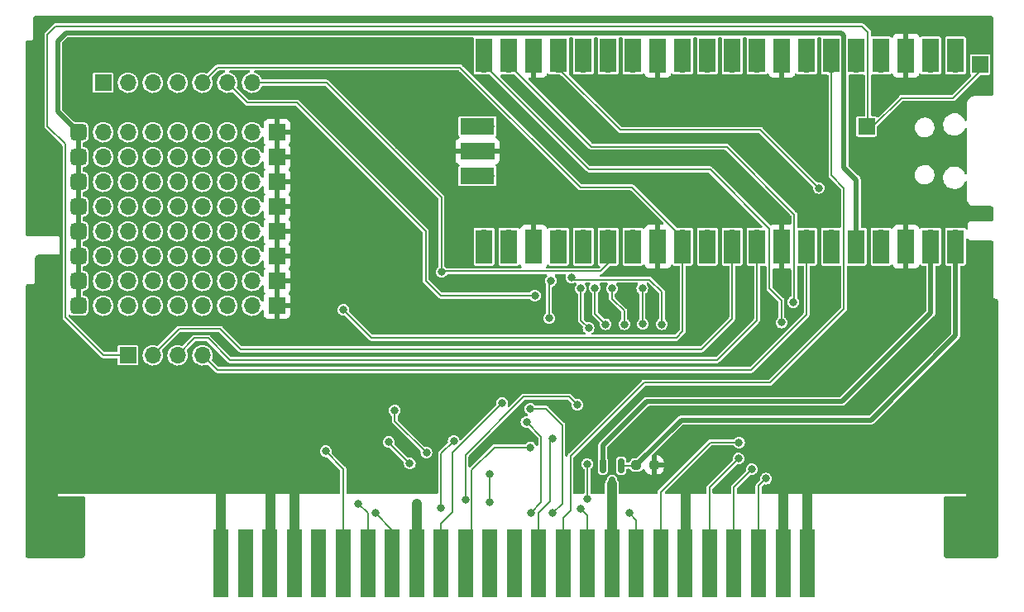
<source format=gtl>
G04 #@! TF.GenerationSoftware,KiCad,Pcbnew,(6.0.6)*
G04 #@! TF.CreationDate,2022-06-26T02:31:40+02:00*
G04 #@! TF.ProjectId,picocart64_v1_lite,7069636f-6361-4727-9436-345f76315f6c,rev?*
G04 #@! TF.SameCoordinates,Original*
G04 #@! TF.FileFunction,Copper,L1,Top*
G04 #@! TF.FilePolarity,Positive*
%FSLAX46Y46*%
G04 Gerber Fmt 4.6, Leading zero omitted, Abs format (unit mm)*
G04 Created by KiCad (PCBNEW (6.0.6)) date 2022-06-26 02:31:40*
%MOMM*%
%LPD*%
G01*
G04 APERTURE LIST*
G04 Aperture macros list*
%AMRoundRect*
0 Rectangle with rounded corners*
0 $1 Rounding radius*
0 $2 $3 $4 $5 $6 $7 $8 $9 X,Y pos of 4 corners*
0 Add a 4 corners polygon primitive as box body*
4,1,4,$2,$3,$4,$5,$6,$7,$8,$9,$2,$3,0*
0 Add four circle primitives for the rounded corners*
1,1,$1+$1,$2,$3*
1,1,$1+$1,$4,$5*
1,1,$1+$1,$6,$7*
1,1,$1+$1,$8,$9*
0 Add four rect primitives between the rounded corners*
20,1,$1+$1,$2,$3,$4,$5,0*
20,1,$1+$1,$4,$5,$6,$7,0*
20,1,$1+$1,$6,$7,$8,$9,0*
20,1,$1+$1,$8,$9,$2,$3,0*%
G04 Aperture macros list end*
G04 #@! TA.AperFunction,ComponentPad*
%ADD10C,2.500000*%
G04 #@! TD*
G04 #@! TA.AperFunction,ComponentPad*
%ADD11R,1.700000X1.700000*%
G04 #@! TD*
G04 #@! TA.AperFunction,ComponentPad*
%ADD12O,1.700000X1.700000*%
G04 #@! TD*
G04 #@! TA.AperFunction,ComponentPad*
%ADD13RoundRect,0.425000X0.425000X-0.425000X0.425000X0.425000X-0.425000X0.425000X-0.425000X-0.425000X0*%
G04 #@! TD*
G04 #@! TA.AperFunction,SMDPad,CuDef*
%ADD14RoundRect,0.237500X-0.250000X-0.237500X0.250000X-0.237500X0.250000X0.237500X-0.250000X0.237500X0*%
G04 #@! TD*
G04 #@! TA.AperFunction,SMDPad,CuDef*
%ADD15R,1.700000X3.500000*%
G04 #@! TD*
G04 #@! TA.AperFunction,SMDPad,CuDef*
%ADD16R,3.500000X1.700000*%
G04 #@! TD*
G04 #@! TA.AperFunction,SMDPad,CuDef*
%ADD17RoundRect,0.150000X-0.150000X0.587500X-0.150000X-0.587500X0.150000X-0.587500X0.150000X0.587500X0*%
G04 #@! TD*
G04 #@! TA.AperFunction,SMDPad,CuDef*
%ADD18R,1.500000X7.000000*%
G04 #@! TD*
G04 #@! TA.AperFunction,ViaPad*
%ADD19C,0.800000*%
G04 #@! TD*
G04 #@! TA.AperFunction,Conductor*
%ADD20C,0.203200*%
G04 #@! TD*
G04 #@! TA.AperFunction,Conductor*
%ADD21C,1.000000*%
G04 #@! TD*
G04 #@! TA.AperFunction,Conductor*
%ADD22C,0.500000*%
G04 #@! TD*
G04 #@! TA.AperFunction,Conductor*
%ADD23C,1.016000*%
G04 #@! TD*
G04 APERTURE END LIST*
D10*
X102850000Y-112600000D03*
X197650000Y-112600000D03*
D11*
X197939990Y-65199997D03*
X186300000Y-71550000D03*
X110705000Y-95000000D03*
D12*
X113245000Y-95000000D03*
X115785000Y-95000000D03*
X118325000Y-95000000D03*
X115785000Y-74680000D03*
X110705000Y-79760000D03*
X108165000Y-89920000D03*
X115785000Y-72140000D03*
X108165000Y-82300000D03*
X110705000Y-84840000D03*
X115785000Y-84840000D03*
X123405000Y-77220000D03*
X118325000Y-72140000D03*
X108165000Y-72140000D03*
X120865000Y-77220000D03*
X108165000Y-84840000D03*
X110705000Y-72140000D03*
X123405000Y-82300000D03*
X113245000Y-74680000D03*
X108165000Y-77220000D03*
X115785000Y-79760000D03*
X118325000Y-77220000D03*
X115785000Y-82300000D03*
X120865000Y-89920000D03*
X120865000Y-87380000D03*
X120865000Y-84840000D03*
X113245000Y-77220000D03*
X115785000Y-87380000D03*
X110705000Y-82300000D03*
X108165000Y-87380000D03*
X118325000Y-79760000D03*
X110705000Y-74680000D03*
X108165000Y-79760000D03*
X123405000Y-79760000D03*
X113245000Y-87380000D03*
X115785000Y-89920000D03*
X110705000Y-77220000D03*
X123405000Y-72140000D03*
X120865000Y-72140000D03*
X113245000Y-79760000D03*
X113245000Y-72140000D03*
X123405000Y-87380000D03*
X115785000Y-77220000D03*
X123405000Y-84840000D03*
X113245000Y-84840000D03*
X113245000Y-82300000D03*
X118325000Y-89920000D03*
X118325000Y-87380000D03*
X118325000Y-82300000D03*
X108165000Y-74680000D03*
X110705000Y-89920000D03*
X110705000Y-87380000D03*
X113245000Y-89920000D03*
X120865000Y-79760000D03*
X123405000Y-74680000D03*
X120865000Y-82300000D03*
X120865000Y-74680000D03*
X123405000Y-89920000D03*
X118325000Y-84840000D03*
X118325000Y-74680000D03*
D13*
X105625000Y-79760000D03*
X105625000Y-72140000D03*
X105625000Y-87380000D03*
X105625000Y-89920000D03*
X105625000Y-84840000D03*
X105625000Y-82300000D03*
X105625000Y-74680000D03*
X105625000Y-77220000D03*
D11*
X125945000Y-87380000D03*
X125945000Y-74680000D03*
X125945000Y-72140000D03*
X125945000Y-89920000D03*
X125945000Y-84840000D03*
X125945000Y-82300000D03*
X125945000Y-77220000D03*
X125945000Y-79760000D03*
D14*
X162737500Y-106250000D03*
X164562500Y-106250000D03*
D15*
X195418600Y-64285000D03*
D12*
X195418600Y-65185000D03*
X192878600Y-65185000D03*
D15*
X192878600Y-64285000D03*
X190338600Y-64285000D03*
D11*
X190338600Y-65185000D03*
D12*
X187798600Y-65185000D03*
D15*
X187798600Y-64285000D03*
D12*
X185258600Y-65185000D03*
D15*
X185258600Y-64285000D03*
X182718600Y-64285000D03*
D12*
X182718600Y-65185000D03*
X180178600Y-65185000D03*
D15*
X180178600Y-64285000D03*
D11*
X177638600Y-65185000D03*
D15*
X177638600Y-64285000D03*
X175098600Y-64285000D03*
D12*
X175098600Y-65185000D03*
X172558600Y-65185000D03*
D15*
X172558600Y-64285000D03*
D12*
X170018600Y-65185000D03*
D15*
X170018600Y-64285000D03*
D12*
X167478600Y-65185000D03*
D15*
X167478600Y-64285000D03*
D11*
X164938600Y-65185000D03*
D15*
X164938600Y-64285000D03*
X162398600Y-64285000D03*
D12*
X162398600Y-65185000D03*
X159858600Y-65185000D03*
D15*
X159858600Y-64285000D03*
X157318600Y-64285000D03*
D12*
X157318600Y-65185000D03*
X154778600Y-65185000D03*
D15*
X154778600Y-64285000D03*
X152238600Y-64285000D03*
D11*
X152238600Y-65185000D03*
D12*
X149698600Y-65185000D03*
D15*
X149698600Y-64285000D03*
X147158600Y-64285000D03*
D12*
X147158600Y-65185000D03*
X147158600Y-82965000D03*
D15*
X147158600Y-83865000D03*
D12*
X149698600Y-82965000D03*
D15*
X149698600Y-83865000D03*
X152238600Y-83865000D03*
D11*
X152238600Y-82965000D03*
D15*
X154778600Y-83865000D03*
D12*
X154778600Y-82965000D03*
X157318600Y-82965000D03*
D15*
X157318600Y-83865000D03*
D12*
X159858600Y-82965000D03*
D15*
X159858600Y-83865000D03*
D12*
X162398600Y-82965000D03*
D15*
X162398600Y-83865000D03*
D11*
X164938600Y-82965000D03*
D15*
X164938600Y-83865000D03*
X167478600Y-83865000D03*
D12*
X167478600Y-82965000D03*
X170018600Y-82965000D03*
D15*
X170018600Y-83865000D03*
D12*
X172558600Y-82965000D03*
D15*
X172558600Y-83865000D03*
X175098600Y-83865000D03*
D12*
X175098600Y-82965000D03*
D11*
X177638600Y-82965000D03*
D15*
X177638600Y-83865000D03*
X180178600Y-83865000D03*
D12*
X180178600Y-82965000D03*
X182718600Y-82965000D03*
D15*
X182718600Y-83865000D03*
D12*
X185258600Y-82965000D03*
D15*
X185258600Y-83865000D03*
D12*
X187798600Y-82965000D03*
D15*
X187798600Y-83865000D03*
D11*
X190338600Y-82965000D03*
D15*
X190338600Y-83865000D03*
D12*
X192878600Y-82965000D03*
D15*
X192878600Y-83865000D03*
X195418600Y-83865000D03*
D12*
X195418600Y-82965000D03*
D16*
X146488600Y-71535000D03*
D12*
X147388600Y-71535000D03*
D11*
X147388600Y-74075000D03*
D16*
X146488600Y-74075000D03*
D12*
X147388600Y-76615000D03*
D16*
X146488600Y-76615000D03*
D11*
X108165000Y-67060000D03*
D12*
X110705000Y-67060000D03*
X113245000Y-67060000D03*
X115785000Y-67060000D03*
X118325000Y-67060000D03*
X120865000Y-67060000D03*
X123405000Y-67060000D03*
D17*
X161200000Y-106325000D03*
X159300000Y-106325000D03*
X160250000Y-108200000D03*
D18*
X180241000Y-116332000D03*
X177741000Y-116332000D03*
X175241000Y-116332000D03*
X172741000Y-116332000D03*
X170241000Y-116332000D03*
X167741000Y-116332000D03*
X165241000Y-116332000D03*
X162741000Y-116332000D03*
X160241000Y-116332000D03*
X157741000Y-116332000D03*
X155241000Y-116332000D03*
X152741000Y-116332000D03*
X150241000Y-116332000D03*
X147741000Y-116332000D03*
X145241000Y-116332000D03*
X142741000Y-116332000D03*
X140241000Y-116332000D03*
X137741000Y-116332000D03*
X135241000Y-116332000D03*
X132741000Y-116332000D03*
X130241000Y-116332000D03*
X127741000Y-116332000D03*
X125241000Y-116332000D03*
X122741000Y-116332000D03*
X120241000Y-116332000D03*
D19*
X102108000Y-105156000D03*
X180250000Y-111350000D03*
X180250000Y-108800000D03*
X177750000Y-111350000D03*
X177750000Y-108750000D03*
X167750000Y-108800000D03*
X167750000Y-110050000D03*
X127750000Y-111350000D03*
X127750000Y-108250000D03*
X125250000Y-108150000D03*
X125250000Y-111350000D03*
X120250000Y-111350000D03*
X120250000Y-108200000D03*
X130810000Y-63336550D03*
X140905318Y-73660000D03*
X181610000Y-68538966D03*
X115589704Y-102837791D03*
X185420000Y-87607667D03*
X190500000Y-87630000D03*
X105410000Y-63500000D03*
X198000000Y-108000000D03*
X177380000Y-80364914D03*
X192620000Y-80364914D03*
X110490000Y-107937495D03*
X115570000Y-107917791D03*
X187960000Y-87627371D03*
X157480000Y-80447786D03*
X167640000Y-104140000D03*
X165100000Y-68580000D03*
X177800000Y-104750000D03*
X176530000Y-95885000D03*
X140905318Y-79125000D03*
X105429704Y-102870000D03*
X148590000Y-90170000D03*
X168910000Y-68573174D03*
X129150000Y-100650000D03*
X125730000Y-102814488D03*
X182460000Y-80308167D03*
X149860000Y-80495075D03*
X110545560Y-97777495D03*
X115570000Y-63459124D03*
X155575000Y-90170000D03*
X171450000Y-68573175D03*
X132600000Y-88300000D03*
X170395000Y-90555000D03*
X179920000Y-80336540D03*
X187958792Y-80395000D03*
X120650000Y-63418266D03*
X172720000Y-80376852D03*
X162560000Y-80447786D03*
X115625560Y-97757791D03*
X158115000Y-97790000D03*
X141820000Y-103255000D03*
X195160000Y-80336540D03*
X176530000Y-68550369D03*
X190080000Y-80393288D03*
X194345856Y-97790000D03*
X173990000Y-68561772D03*
X120669704Y-102818088D03*
X148805000Y-103255000D03*
X145415000Y-90170000D03*
X169125000Y-88015000D03*
X129200000Y-82350000D03*
X163830000Y-102870000D03*
X120705560Y-97738088D03*
X135890000Y-63295692D03*
X194310000Y-102870000D03*
X182880000Y-87587963D03*
X192405000Y-69850000D03*
X154940000Y-80471430D03*
X176350000Y-103550000D03*
X198000000Y-109000000D03*
X151130000Y-90170000D03*
X170180000Y-80400496D03*
X140946176Y-68580000D03*
X166300000Y-106050000D03*
X125730000Y-63377408D03*
X105410000Y-107950000D03*
X179705000Y-106045000D03*
X132600000Y-82200000D03*
X187960000Y-97759352D03*
X105465560Y-97790000D03*
X110509704Y-102857495D03*
X167640000Y-80424141D03*
X160655000Y-99060000D03*
X147066000Y-80518000D03*
X102108000Y-106680000D03*
X129200000Y-92450000D03*
X125765856Y-97734488D03*
X110490000Y-63499982D03*
X140970000Y-63254834D03*
X130950000Y-104850000D03*
X136000000Y-111200000D03*
X142800000Y-86450000D03*
X160241000Y-110259000D03*
X140241000Y-110259000D03*
X140241000Y-111259000D03*
X160241000Y-111252000D03*
X152350000Y-88900000D03*
X134300000Y-110250000D03*
X176000000Y-107650000D03*
X174550000Y-106700000D03*
X173200000Y-105600000D03*
X173250000Y-103950000D03*
X154200000Y-103550000D03*
X151900000Y-104450000D03*
X149000000Y-99900000D03*
X144050000Y-103800000D03*
X142750000Y-110700000D03*
X163410000Y-91800000D03*
X156700000Y-100100000D03*
X145250000Y-109800000D03*
X163350000Y-88150000D03*
X160250000Y-88150000D03*
X151500000Y-101850000D03*
X161505000Y-91825000D03*
X151950000Y-111150000D03*
X159600000Y-91825000D03*
X154200000Y-111200000D03*
X151900000Y-100500000D03*
X158500000Y-88100000D03*
X165350000Y-91825000D03*
X156100000Y-87053500D03*
X181400000Y-77855000D03*
X178800000Y-89550000D03*
X177600000Y-91650000D03*
X138000000Y-100650000D03*
X162050000Y-111200000D03*
X141250000Y-105000000D03*
X147750000Y-107200000D03*
X147750000Y-110050000D03*
X137400000Y-103900000D03*
X139550000Y-106100000D03*
X157050000Y-110750000D03*
X154000000Y-87350000D03*
X153800000Y-91200000D03*
X157850000Y-92200000D03*
X157050000Y-88150000D03*
X157750000Y-109700000D03*
X157700000Y-106150000D03*
X132750000Y-90350000D03*
D20*
X159600000Y-91825000D02*
X158500000Y-90725000D01*
X158500000Y-90725000D02*
X158500000Y-88100000D01*
X161505000Y-90455000D02*
X160250000Y-89200000D01*
X161505000Y-91825000D02*
X161505000Y-90455000D01*
X160250000Y-89200000D02*
X160250000Y-88150000D01*
X163410000Y-91800000D02*
X163350000Y-91740000D01*
X163350000Y-91740000D02*
X163350000Y-88150000D01*
X165350000Y-91825000D02*
X165350000Y-88500000D01*
X156296500Y-87250000D02*
X156100000Y-87053500D01*
X164100000Y-87250000D02*
X156296500Y-87250000D01*
X165350000Y-88500000D02*
X164100000Y-87250000D01*
D21*
X167750000Y-116000000D02*
X167750000Y-108712000D01*
X125250000Y-116000000D02*
X125250000Y-108204000D01*
X120250000Y-116000000D02*
X120250000Y-108204000D01*
X177750000Y-116000000D02*
X177750000Y-108762000D01*
D20*
X166100000Y-106250000D02*
X166300000Y-106050000D01*
X164562500Y-106250000D02*
X166100000Y-106250000D01*
D21*
X127750000Y-116000000D02*
X127750000Y-108204000D01*
X180250000Y-116000000D02*
X180250000Y-108712000D01*
D22*
X183700000Y-61950000D02*
X104350000Y-61950000D01*
X105625000Y-72140000D02*
X105625000Y-89920000D01*
X184000000Y-62250000D02*
X183700000Y-61950000D01*
X184000000Y-75750000D02*
X184000000Y-62250000D01*
X103500000Y-70015000D02*
X105625000Y-72140000D01*
X104350000Y-61950000D02*
X103500000Y-62800000D01*
X185258600Y-77008600D02*
X184000000Y-75750000D01*
X185258600Y-82965000D02*
X185258600Y-77008600D01*
X103500000Y-62800000D02*
X103500000Y-70015000D01*
D20*
X130950000Y-104850000D02*
X132741000Y-106641000D01*
X132741000Y-106641000D02*
X132741000Y-116332000D01*
X142800000Y-86450000D02*
X142850000Y-86400000D01*
X159858600Y-85591400D02*
X159858600Y-82965000D01*
X142800000Y-78835000D02*
X131025000Y-67060000D01*
X131025000Y-67060000D02*
X123405000Y-67060000D01*
X142850000Y-86400000D02*
X159050000Y-86400000D01*
X137741000Y-112941000D02*
X137741000Y-116332000D01*
X136000000Y-111200000D02*
X137741000Y-112941000D01*
X159050000Y-86400000D02*
X159858600Y-85591400D01*
X142800000Y-86450000D02*
X142800000Y-78835000D01*
D23*
X160241000Y-110259000D02*
X160241000Y-108209000D01*
X140241000Y-110259000D02*
X140241000Y-116332000D01*
X160241000Y-110259000D02*
X160241000Y-116332000D01*
D20*
X141185000Y-82300000D02*
X127985000Y-69100000D01*
X127985000Y-69100000D02*
X122905000Y-69100000D01*
X141185000Y-87380000D02*
X141185000Y-82300000D01*
X152350000Y-88900000D02*
X142705000Y-88900000D01*
X142705000Y-88900000D02*
X141185000Y-87380000D01*
X122905000Y-69100000D02*
X120865000Y-67060000D01*
X185850000Y-61300000D02*
X103300000Y-61300000D01*
X104300000Y-73355000D02*
X104300000Y-91135000D01*
X197939990Y-65860010D02*
X197939990Y-65199997D01*
X186450000Y-61900000D02*
X185850000Y-61300000D01*
X108165000Y-95000000D02*
X110705000Y-95000000D01*
X186450000Y-71400000D02*
X186450000Y-61900000D01*
X189850000Y-68650000D02*
X195150000Y-68650000D01*
X102450000Y-71505000D02*
X104300000Y-73355000D01*
X186950000Y-71550000D02*
X189850000Y-68650000D01*
X104300000Y-91135000D02*
X108165000Y-95000000D01*
X186300000Y-71550000D02*
X186950000Y-71550000D01*
X186300000Y-71550000D02*
X186450000Y-71400000D01*
X195150000Y-68650000D02*
X197939990Y-65860010D01*
X102450000Y-62150000D02*
X102450000Y-71505000D01*
X103300000Y-61300000D02*
X102450000Y-62150000D01*
X169400000Y-94400000D02*
X122250000Y-94400000D01*
X172558600Y-82965000D02*
X172558600Y-91241400D01*
X120150000Y-92300000D02*
X115945000Y-92300000D01*
X122250000Y-94400000D02*
X120150000Y-92300000D01*
X172558600Y-91241400D02*
X169400000Y-94400000D01*
X115945000Y-92300000D02*
X113245000Y-95000000D01*
X121154000Y-95504000D02*
X118900000Y-93250000D01*
X117535000Y-93250000D02*
X115785000Y-95000000D01*
X175098600Y-82965000D02*
X175098600Y-91401400D01*
X175098600Y-91401400D02*
X170996000Y-95504000D01*
X170996000Y-95504000D02*
X121154000Y-95504000D01*
X118900000Y-93250000D02*
X117535000Y-93250000D01*
X119845000Y-96520000D02*
X118325000Y-95000000D01*
X180178600Y-82965000D02*
X180178600Y-90821400D01*
X180178600Y-90821400D02*
X174480000Y-96520000D01*
X174480000Y-96520000D02*
X119845000Y-96520000D01*
X161200000Y-106325000D02*
X162662500Y-106325000D01*
D22*
X195418600Y-82965000D02*
X195418600Y-92981400D01*
X195418600Y-92981400D02*
X186750000Y-101650000D01*
D20*
X162662500Y-106325000D02*
X162737500Y-106250000D01*
D22*
X167337500Y-101650000D02*
X162737500Y-106250000D01*
X186750000Y-101650000D02*
X167337500Y-101650000D01*
X159300000Y-104250000D02*
X159300000Y-106325000D01*
X192878600Y-82965000D02*
X192878600Y-90671400D01*
X183800000Y-99750000D02*
X163800000Y-99750000D01*
X192878600Y-90671400D02*
X183800000Y-99750000D01*
X163800000Y-99750000D02*
X159300000Y-104250000D01*
D20*
X134300000Y-110250000D02*
X135241000Y-111191000D01*
X135241000Y-111191000D02*
X135241000Y-116332000D01*
X175241000Y-108409000D02*
X175241000Y-116332000D01*
X176000000Y-107650000D02*
X175241000Y-108409000D01*
X172741000Y-108509000D02*
X172741000Y-116332000D01*
X174550000Y-106700000D02*
X172741000Y-108509000D01*
X170241000Y-108559000D02*
X170241000Y-116332000D01*
X173200000Y-105600000D02*
X170241000Y-108559000D01*
X170300000Y-103950000D02*
X165241000Y-109009000D01*
X165241000Y-109009000D02*
X165241000Y-116332000D01*
X173250000Y-103950000D02*
X170300000Y-103950000D01*
X182718600Y-65185000D02*
X182718600Y-76568600D01*
X163550000Y-97800000D02*
X156000000Y-105350000D01*
X176450000Y-97800000D02*
X163550000Y-97800000D01*
X155241000Y-111659000D02*
X155241000Y-116332000D01*
X156000000Y-105350000D02*
X156000000Y-110900000D01*
X184000000Y-77850000D02*
X184000000Y-90250000D01*
X182718600Y-76568600D02*
X184000000Y-77850000D01*
X156000000Y-110900000D02*
X155241000Y-111659000D01*
X184000000Y-90250000D02*
X176450000Y-97800000D01*
X153900000Y-110000000D02*
X152741000Y-111159000D01*
X152741000Y-111159000D02*
X152741000Y-116332000D01*
X154200000Y-103550000D02*
X153900000Y-103850000D01*
X153900000Y-103850000D02*
X153900000Y-110000000D01*
X145904000Y-106746000D02*
X145904000Y-115669000D01*
X145904000Y-115669000D02*
X145241000Y-116332000D01*
X148200000Y-104450000D02*
X145904000Y-106746000D01*
X151900000Y-104450000D02*
X148200000Y-104450000D01*
X143950000Y-111050000D02*
X142741000Y-112259000D01*
X142741000Y-112259000D02*
X142741000Y-116332000D01*
X143950000Y-104950000D02*
X143950000Y-111050000D01*
X149000000Y-99900000D02*
X143950000Y-104950000D01*
X142750000Y-105100000D02*
X142750000Y-110700000D01*
X144050000Y-103800000D02*
X142750000Y-105100000D01*
X145250000Y-105200000D02*
X145250000Y-109800000D01*
X156700000Y-100100000D02*
X155850000Y-99250000D01*
X155850000Y-99250000D02*
X151200000Y-99250000D01*
X151200000Y-99250000D02*
X145250000Y-105200000D01*
X153000000Y-110100000D02*
X151950000Y-111150000D01*
X153000000Y-103350000D02*
X153000000Y-110100000D01*
X151500000Y-101850000D02*
X153000000Y-103350000D01*
X155150000Y-110250000D02*
X155150000Y-102150000D01*
X153500000Y-100500000D02*
X151900000Y-100500000D01*
X155150000Y-102150000D02*
X153500000Y-100500000D01*
X154200000Y-111200000D02*
X155150000Y-110250000D01*
X181400000Y-77855000D02*
X175445000Y-71900000D01*
X161100000Y-71900000D02*
X154778600Y-65578600D01*
X154778600Y-65578600D02*
X154778600Y-65185000D01*
X175445000Y-71900000D02*
X161100000Y-71900000D01*
X178800000Y-89550000D02*
X178900000Y-89450000D01*
X158163600Y-73650000D02*
X149698600Y-65185000D01*
X178900000Y-89450000D02*
X178900000Y-80562500D01*
X178900000Y-80562500D02*
X171987500Y-73650000D01*
X171987500Y-73650000D02*
X158163600Y-73650000D01*
X177600000Y-91650000D02*
X177600000Y-89400000D01*
X177600000Y-89400000D02*
X176350000Y-88150000D01*
X170291600Y-75950000D02*
X157923600Y-75950000D01*
X176350000Y-88150000D02*
X176350000Y-82008400D01*
X157923600Y-75950000D02*
X147158600Y-65185000D01*
X176350000Y-82008400D02*
X170291600Y-75950000D01*
X138000000Y-101750000D02*
X141250000Y-105000000D01*
X138000000Y-100650000D02*
X138000000Y-101750000D01*
X162741000Y-111891000D02*
X162050000Y-111200000D01*
X162741000Y-116332000D02*
X162741000Y-111891000D01*
X137400000Y-103900000D02*
X137400000Y-103950000D01*
X157741000Y-111441000D02*
X157741000Y-116332000D01*
X137400000Y-103950000D02*
X139550000Y-106100000D01*
X147750000Y-110050000D02*
X147750000Y-107200000D01*
X157050000Y-110750000D02*
X157741000Y-111441000D01*
X153800000Y-91200000D02*
X153800000Y-87550000D01*
X153800000Y-87550000D02*
X154000000Y-87350000D01*
X157734000Y-109684000D02*
X157750000Y-109700000D01*
X157050000Y-91400000D02*
X157050000Y-88150000D01*
X157850000Y-92200000D02*
X157050000Y-91400000D01*
X157700000Y-106150000D02*
X157734000Y-106184000D01*
X157734000Y-106184000D02*
X157734000Y-109684000D01*
X132750000Y-90350000D02*
X135618000Y-93218000D01*
X119885000Y-65500000D02*
X118325000Y-67060000D01*
X166832000Y-93218000D02*
X167478600Y-92571400D01*
X167478600Y-82965000D02*
X162313600Y-77800000D01*
X157000000Y-77800000D02*
X144700000Y-65500000D01*
X167478600Y-92571400D02*
X167478600Y-82965000D01*
X144700000Y-65500000D02*
X119885000Y-65500000D01*
X135618000Y-93218000D02*
X166832000Y-93218000D01*
X162313600Y-77800000D02*
X157000000Y-77800000D01*
G04 #@! TA.AperFunction,Conductor*
G36*
X103500000Y-109500000D02*
G01*
X106200500Y-109500000D01*
X106258691Y-109518907D01*
X106294655Y-109568407D01*
X106299500Y-109599000D01*
X106299500Y-115465983D01*
X106296982Y-115488169D01*
X106294344Y-115499641D01*
X106296739Y-115510227D01*
X106295587Y-115524697D01*
X106287294Y-115577063D01*
X106277725Y-115606518D01*
X106249419Y-115662071D01*
X106231215Y-115687128D01*
X106187128Y-115731215D01*
X106162068Y-115749421D01*
X106106521Y-115777723D01*
X106077065Y-115787294D01*
X106024499Y-115795619D01*
X106010609Y-115796701D01*
X106000359Y-115794344D01*
X105989487Y-115796804D01*
X105989207Y-115796867D01*
X105988359Y-115797059D01*
X105966512Y-115799500D01*
X100534017Y-115799500D01*
X100511831Y-115796982D01*
X100511224Y-115796842D01*
X100511222Y-115796842D01*
X100500359Y-115794344D01*
X100489773Y-115796739D01*
X100475303Y-115795587D01*
X100422937Y-115787294D01*
X100393482Y-115777725D01*
X100337929Y-115749419D01*
X100312872Y-115731215D01*
X100268785Y-115687128D01*
X100250581Y-115662071D01*
X100222275Y-115606518D01*
X100212706Y-115577065D01*
X100205281Y-115530185D01*
X100204738Y-115504672D01*
X100205655Y-115500718D01*
X100205656Y-115500000D01*
X100203096Y-115488776D01*
X100202980Y-115488266D01*
X100200500Y-115466248D01*
X100200500Y-88500000D01*
X103500000Y-88500000D01*
X103500000Y-109500000D01*
G37*
G04 #@! TD.AperFunction*
G04 #@! TA.AperFunction,Conductor*
G36*
X199799500Y-115465983D02*
G01*
X199796982Y-115488169D01*
X199794344Y-115499641D01*
X199796739Y-115510227D01*
X199795587Y-115524697D01*
X199787294Y-115577063D01*
X199777725Y-115606518D01*
X199749419Y-115662071D01*
X199731215Y-115687128D01*
X199687128Y-115731215D01*
X199662068Y-115749421D01*
X199606521Y-115777723D01*
X199577065Y-115787294D01*
X199524499Y-115795619D01*
X199510609Y-115796701D01*
X199500359Y-115794344D01*
X199489487Y-115796804D01*
X199489207Y-115796867D01*
X199488359Y-115797059D01*
X199466512Y-115799500D01*
X194534017Y-115799500D01*
X194511831Y-115796982D01*
X194511224Y-115796842D01*
X194511222Y-115796842D01*
X194500359Y-115794344D01*
X194489773Y-115796739D01*
X194475303Y-115795587D01*
X194422937Y-115787294D01*
X194393482Y-115777725D01*
X194337929Y-115749419D01*
X194312872Y-115731215D01*
X194268785Y-115687128D01*
X194250581Y-115662071D01*
X194222275Y-115606518D01*
X194212706Y-115577065D01*
X194205281Y-115530185D01*
X194204738Y-115504672D01*
X194205655Y-115500718D01*
X194205656Y-115500000D01*
X194203096Y-115488776D01*
X194202980Y-115488266D01*
X194200500Y-115466248D01*
X194200500Y-109599000D01*
X194219407Y-109540809D01*
X194268907Y-109504845D01*
X194299500Y-109500000D01*
X196500000Y-109500000D01*
X196500000Y-90000000D01*
X199799500Y-90000000D01*
X199799500Y-115465983D01*
G37*
G04 #@! TD.AperFunction*
G04 #@! TA.AperFunction,Conductor*
G36*
X198980243Y-60202466D02*
G01*
X198985811Y-60202476D01*
X198999641Y-60205656D01*
X199010806Y-60203130D01*
X199022451Y-60204056D01*
X199072845Y-60212038D01*
X199110330Y-60224218D01*
X199158264Y-60248641D01*
X199190155Y-60271812D01*
X199228188Y-60309845D01*
X199251359Y-60341736D01*
X199275781Y-60389668D01*
X199287963Y-60427159D01*
X199295952Y-60477604D01*
X199296827Y-60488842D01*
X199294344Y-60499641D01*
X199297475Y-60513480D01*
X199297467Y-60518407D01*
X199299483Y-60536491D01*
X199297805Y-64149497D01*
X199295969Y-68101288D01*
X199295965Y-68109331D01*
X199293982Y-68126760D01*
X199293972Y-68132242D01*
X199290791Y-68146069D01*
X199293316Y-68157233D01*
X199292387Y-68168889D01*
X199284404Y-68219270D01*
X199272222Y-68256758D01*
X199247793Y-68304698D01*
X199224623Y-68336586D01*
X199186586Y-68374623D01*
X199154698Y-68397793D01*
X199106758Y-68422222D01*
X199069271Y-68434404D01*
X199043510Y-68438486D01*
X199018828Y-68442397D01*
X199007587Y-68443273D01*
X198996787Y-68440791D01*
X198982949Y-68443923D01*
X198978528Y-68443916D01*
X198959853Y-68446023D01*
X198445436Y-68447101D01*
X197337292Y-68449422D01*
X197308574Y-68446166D01*
X197300718Y-68444345D01*
X197300000Y-68444344D01*
X197293070Y-68445925D01*
X197291703Y-68446078D01*
X197278444Y-68448234D01*
X197168841Y-68459029D01*
X197162678Y-68459636D01*
X197156760Y-68461431D01*
X197156756Y-68461432D01*
X197085707Y-68482985D01*
X197030633Y-68499691D01*
X196908940Y-68564738D01*
X196904157Y-68568664D01*
X196904153Y-68568666D01*
X196812164Y-68644159D01*
X196802275Y-68652275D01*
X196798353Y-68657054D01*
X196718666Y-68754153D01*
X196718664Y-68754157D01*
X196714738Y-68758940D01*
X196682624Y-68819020D01*
X196655042Y-68870623D01*
X196649691Y-68880633D01*
X196609636Y-69012678D01*
X196609029Y-69018841D01*
X196598288Y-69127897D01*
X196597530Y-69132534D01*
X196597525Y-69135652D01*
X196597497Y-69135931D01*
X196594344Y-69149641D01*
X196597476Y-69163480D01*
X196597467Y-69168311D01*
X196599500Y-69186504D01*
X196599500Y-70873517D01*
X196579498Y-70941638D01*
X196525842Y-70988131D01*
X196455568Y-70998235D01*
X196390988Y-70968741D01*
X196355288Y-70917128D01*
X196333471Y-70857991D01*
X196331473Y-70852575D01*
X196297546Y-70795548D01*
X196226316Y-70675821D01*
X196226315Y-70675820D01*
X196223362Y-70670856D01*
X196083945Y-70511881D01*
X195917892Y-70380976D01*
X195912781Y-70378287D01*
X195912778Y-70378285D01*
X195811604Y-70325055D01*
X195730764Y-70282523D01*
X195528827Y-70219820D01*
X195514401Y-70218113D01*
X195360832Y-70199936D01*
X195360825Y-70199936D01*
X195357145Y-70199500D01*
X195234959Y-70199500D01*
X195078040Y-70213919D01*
X195072478Y-70215488D01*
X195072476Y-70215488D01*
X195016375Y-70231310D01*
X194874531Y-70271314D01*
X194869353Y-70273867D01*
X194869349Y-70273869D01*
X194761972Y-70326822D01*
X194684890Y-70364835D01*
X194677229Y-70370556D01*
X194523023Y-70485707D01*
X194515467Y-70491349D01*
X194462585Y-70548557D01*
X194401675Y-70614449D01*
X194371937Y-70646619D01*
X194368856Y-70651502D01*
X194280510Y-70791522D01*
X194259105Y-70825446D01*
X194180752Y-71021840D01*
X194179627Y-71027497D01*
X194179625Y-71027503D01*
X194142303Y-71215137D01*
X194139501Y-71229225D01*
X194139425Y-71235000D01*
X194139425Y-71235004D01*
X194138501Y-71305635D01*
X194136733Y-71440654D01*
X194137712Y-71446351D01*
X194137712Y-71446352D01*
X194166801Y-71615639D01*
X194172541Y-71649047D01*
X194245727Y-71847425D01*
X194248679Y-71852386D01*
X194248679Y-71852387D01*
X194297811Y-71934970D01*
X194353838Y-72029144D01*
X194493255Y-72188119D01*
X194659308Y-72319024D01*
X194664419Y-72321713D01*
X194664422Y-72321715D01*
X194713764Y-72347675D01*
X194846436Y-72417477D01*
X195048373Y-72480180D01*
X195054110Y-72480859D01*
X195216368Y-72500064D01*
X195216375Y-72500064D01*
X195220055Y-72500500D01*
X195342241Y-72500500D01*
X195499160Y-72486081D01*
X195504722Y-72484512D01*
X195504724Y-72484512D01*
X195570146Y-72466061D01*
X195702669Y-72428686D01*
X195707847Y-72426133D01*
X195707851Y-72426131D01*
X195887131Y-72337719D01*
X195892310Y-72335165D01*
X196061733Y-72208651D01*
X196171104Y-72090334D01*
X196201343Y-72057622D01*
X196201345Y-72057620D01*
X196205263Y-72053381D01*
X196217815Y-72033488D01*
X196315016Y-71879434D01*
X196315016Y-71879433D01*
X196318095Y-71874554D01*
X196356470Y-71778366D01*
X196400291Y-71722507D01*
X196467355Y-71699206D01*
X196536370Y-71715862D01*
X196585424Y-71767186D01*
X196599500Y-71825056D01*
X196599500Y-76323517D01*
X196579498Y-76391638D01*
X196525842Y-76438131D01*
X196455568Y-76448235D01*
X196390988Y-76418741D01*
X196355288Y-76367128D01*
X196333471Y-76307991D01*
X196331473Y-76302575D01*
X196302475Y-76253833D01*
X196226316Y-76125821D01*
X196226315Y-76125820D01*
X196223362Y-76120856D01*
X196083945Y-75961881D01*
X195917892Y-75830976D01*
X195912781Y-75828287D01*
X195912778Y-75828285D01*
X195782354Y-75759666D01*
X195730764Y-75732523D01*
X195528827Y-75669820D01*
X195499383Y-75666335D01*
X195360832Y-75649936D01*
X195360825Y-75649936D01*
X195357145Y-75649500D01*
X195234959Y-75649500D01*
X195078040Y-75663919D01*
X195072478Y-75665488D01*
X195072476Y-75665488D01*
X195041575Y-75674203D01*
X194874531Y-75721314D01*
X194869353Y-75723867D01*
X194869349Y-75723869D01*
X194748139Y-75783644D01*
X194684890Y-75814835D01*
X194680262Y-75818291D01*
X194562898Y-75905931D01*
X194515467Y-75941349D01*
X194437619Y-76025565D01*
X194401039Y-76065137D01*
X194371937Y-76096619D01*
X194368856Y-76101502D01*
X194264025Y-76267649D01*
X194259105Y-76275446D01*
X194180752Y-76471840D01*
X194179627Y-76477497D01*
X194179625Y-76477503D01*
X194140628Y-76673558D01*
X194139501Y-76679225D01*
X194139425Y-76685000D01*
X194139425Y-76685004D01*
X194138541Y-76752521D01*
X194136733Y-76890654D01*
X194137712Y-76896351D01*
X194137712Y-76896352D01*
X194154541Y-76994289D01*
X194172541Y-77099047D01*
X194245727Y-77297425D01*
X194248679Y-77302386D01*
X194248679Y-77302387D01*
X194343041Y-77460995D01*
X194353838Y-77479144D01*
X194493255Y-77638119D01*
X194659308Y-77769024D01*
X194664419Y-77771713D01*
X194664422Y-77771715D01*
X194743959Y-77813561D01*
X194846436Y-77867477D01*
X195048373Y-77930180D01*
X195054110Y-77930859D01*
X195216368Y-77950064D01*
X195216375Y-77950064D01*
X195220055Y-77950500D01*
X195342241Y-77950500D01*
X195499160Y-77936081D01*
X195504722Y-77934512D01*
X195504724Y-77934512D01*
X195560825Y-77918690D01*
X195702669Y-77878686D01*
X195707847Y-77876133D01*
X195707851Y-77876131D01*
X195887131Y-77787719D01*
X195892310Y-77785165D01*
X195998735Y-77705694D01*
X196057109Y-77662104D01*
X196057110Y-77662103D01*
X196061733Y-77658651D01*
X196179676Y-77531061D01*
X196201343Y-77507622D01*
X196201345Y-77507620D01*
X196205263Y-77503381D01*
X196220101Y-77479865D01*
X196315016Y-77329434D01*
X196315016Y-77329433D01*
X196318095Y-77324554D01*
X196356470Y-77228366D01*
X196400291Y-77172507D01*
X196467355Y-77149206D01*
X196536370Y-77165862D01*
X196585424Y-77217186D01*
X196599500Y-77275056D01*
X196599500Y-78962920D01*
X196597534Y-78980242D01*
X196597524Y-78985811D01*
X196594344Y-78999641D01*
X196597410Y-79013191D01*
X196597475Y-79013850D01*
X196597470Y-79016616D01*
X196598179Y-79020994D01*
X196609636Y-79137322D01*
X196611431Y-79143240D01*
X196611432Y-79143244D01*
X196616182Y-79158903D01*
X196649691Y-79269367D01*
X196714738Y-79391060D01*
X196718664Y-79395843D01*
X196718666Y-79395847D01*
X196794200Y-79487885D01*
X196802275Y-79497725D01*
X196807054Y-79501647D01*
X196904153Y-79581334D01*
X196904157Y-79581336D01*
X196908940Y-79585262D01*
X197030633Y-79650309D01*
X197085707Y-79667015D01*
X197156756Y-79688568D01*
X197156760Y-79688569D01*
X197162678Y-79690364D01*
X197277366Y-79701660D01*
X197290760Y-79703862D01*
X197292324Y-79704042D01*
X197299282Y-79705655D01*
X197300000Y-79705656D01*
X197308775Y-79703654D01*
X197336790Y-79700500D01*
X198962920Y-79700500D01*
X198980243Y-79702466D01*
X198985811Y-79702476D01*
X198999641Y-79705656D01*
X199010806Y-79703130D01*
X199022451Y-79704056D01*
X199072845Y-79712038D01*
X199110330Y-79724218D01*
X199158264Y-79748641D01*
X199190155Y-79771812D01*
X199228188Y-79809845D01*
X199251359Y-79841736D01*
X199275781Y-79889668D01*
X199287963Y-79927159D01*
X199295952Y-79977604D01*
X199296827Y-79988842D01*
X199294344Y-79999641D01*
X199297475Y-80013480D01*
X199297467Y-80018309D01*
X199299500Y-80036504D01*
X199299500Y-80962920D01*
X199297534Y-80980243D01*
X199297524Y-80985811D01*
X199294344Y-80999641D01*
X199296870Y-81010806D01*
X199295944Y-81022451D01*
X199287963Y-81072842D01*
X199275782Y-81110330D01*
X199253160Y-81154730D01*
X199251360Y-81158263D01*
X199228188Y-81190155D01*
X199190155Y-81228188D01*
X199158264Y-81251359D01*
X199110332Y-81275781D01*
X199072843Y-81287963D01*
X199054311Y-81290898D01*
X199022396Y-81295952D01*
X199011158Y-81296827D01*
X199000359Y-81294344D01*
X198986520Y-81297475D01*
X198981691Y-81297467D01*
X198963496Y-81299500D01*
X196905892Y-81299500D01*
X196868626Y-81299467D01*
X196868624Y-81299467D01*
X196854437Y-81299455D01*
X196841646Y-81305597D01*
X196836733Y-81306713D01*
X196829183Y-81309350D01*
X196824649Y-81311532D01*
X196810815Y-81314688D01*
X196799720Y-81323529D01*
X196794846Y-81325875D01*
X196788994Y-81329546D01*
X196784762Y-81332912D01*
X196771976Y-81339052D01*
X196763116Y-81350131D01*
X196759176Y-81353265D01*
X196753515Y-81358916D01*
X196750373Y-81362852D01*
X196739276Y-81371695D01*
X196733111Y-81384477D01*
X196729737Y-81388704D01*
X196726058Y-81394547D01*
X196723707Y-81399410D01*
X196714844Y-81410492D01*
X196711664Y-81424320D01*
X196709474Y-81428851D01*
X196706824Y-81436397D01*
X196705700Y-81441307D01*
X196699535Y-81454087D01*
X196699515Y-81477155D01*
X196697490Y-81477153D01*
X196697474Y-81477219D01*
X196699500Y-81477219D01*
X196699500Y-81494108D01*
X196699455Y-81545563D01*
X196694650Y-81545559D01*
X196694644Y-81545657D01*
X196699500Y-81545657D01*
X196699500Y-81993970D01*
X196679498Y-82062091D01*
X196625842Y-82108584D01*
X196555568Y-82118688D01*
X196490988Y-82089194D01*
X196459098Y-82044971D01*
X196457467Y-82036769D01*
X196447442Y-82021765D01*
X196420043Y-81980761D01*
X196413152Y-81970448D01*
X196346831Y-81926133D01*
X196334662Y-81923712D01*
X196334661Y-81923712D01*
X196294416Y-81915707D01*
X196288348Y-81914500D01*
X195480689Y-81914500D01*
X195467519Y-81913810D01*
X195432098Y-81910087D01*
X195432096Y-81910087D01*
X195425969Y-81909443D01*
X195377982Y-81913810D01*
X195376103Y-81913981D01*
X195364684Y-81914500D01*
X194548852Y-81914500D01*
X194542784Y-81915707D01*
X194502539Y-81923712D01*
X194502538Y-81923712D01*
X194490369Y-81926133D01*
X194424048Y-81970448D01*
X194417157Y-81980761D01*
X194389759Y-82021765D01*
X194379733Y-82036769D01*
X194368100Y-82095252D01*
X194368100Y-82898817D01*
X194367315Y-82912862D01*
X194363807Y-82944137D01*
X194363120Y-82950262D01*
X194363636Y-82956405D01*
X194367658Y-83004302D01*
X194368100Y-83014846D01*
X194368100Y-85634748D01*
X194379733Y-85693231D01*
X194386626Y-85703547D01*
X194390803Y-85709798D01*
X194424048Y-85759552D01*
X194490369Y-85803867D01*
X194502538Y-85806288D01*
X194502539Y-85806288D01*
X194526415Y-85811037D01*
X194548852Y-85815500D01*
X194842100Y-85815500D01*
X194910221Y-85835502D01*
X194956714Y-85889158D01*
X194968100Y-85941500D01*
X194968100Y-92742607D01*
X194948098Y-92810728D01*
X194931195Y-92831702D01*
X186600302Y-101162595D01*
X186537990Y-101196621D01*
X186511207Y-101199500D01*
X167371719Y-101199500D01*
X167356910Y-101198627D01*
X167354093Y-101198294D01*
X167323189Y-101194636D01*
X167313926Y-101196328D01*
X167313919Y-101196328D01*
X167265482Y-101205175D01*
X167261583Y-101205825D01*
X167238853Y-101209242D01*
X167212856Y-101213150D01*
X167212855Y-101213150D01*
X167203538Y-101214551D01*
X167197025Y-101217679D01*
X167189927Y-101218975D01*
X167137847Y-101246028D01*
X167134345Y-101247777D01*
X167089913Y-101269113D01*
X167081421Y-101273191D01*
X167076136Y-101278077D01*
X167076089Y-101278108D01*
X167069711Y-101281421D01*
X167064672Y-101285725D01*
X167027445Y-101322952D01*
X167023880Y-101326381D01*
X166981944Y-101365146D01*
X166978251Y-101371505D01*
X166972734Y-101377663D01*
X162812802Y-105537595D01*
X162750490Y-105571621D01*
X162723707Y-105574500D01*
X162453491Y-105574501D01*
X162435168Y-105574501D01*
X162432218Y-105574780D01*
X162432213Y-105574780D01*
X162412150Y-105576676D01*
X162412149Y-105576676D01*
X162404500Y-105577399D01*
X162397252Y-105579944D01*
X162397249Y-105579945D01*
X162289121Y-105617917D01*
X162289119Y-105617918D01*
X162280232Y-105621039D01*
X162272657Y-105626634D01*
X162272655Y-105626635D01*
X162218418Y-105666695D01*
X162174289Y-105699289D01*
X162168697Y-105706860D01*
X162102002Y-105797159D01*
X162096039Y-105805232D01*
X162052399Y-105929500D01*
X162051657Y-105929240D01*
X162020439Y-105986160D01*
X161958064Y-106020070D01*
X161931509Y-106022900D01*
X161826500Y-106022900D01*
X161758379Y-106002898D01*
X161711886Y-105949242D01*
X161700500Y-105896900D01*
X161700500Y-105704282D01*
X161691871Y-105645662D01*
X161691784Y-105645074D01*
X161691784Y-105645073D01*
X161690358Y-105635388D01*
X161660464Y-105574500D01*
X161643522Y-105539993D01*
X161643521Y-105539991D01*
X161638932Y-105530645D01*
X161556350Y-105448207D01*
X161529422Y-105435044D01*
X161497877Y-105419625D01*
X161451518Y-105396964D01*
X161421027Y-105392516D01*
X161387744Y-105387660D01*
X161387740Y-105387660D01*
X161383218Y-105387000D01*
X161016782Y-105387000D01*
X161012232Y-105387670D01*
X161012229Y-105387670D01*
X160957574Y-105395716D01*
X160957573Y-105395716D01*
X160947888Y-105397142D01*
X160902095Y-105419625D01*
X160852493Y-105443978D01*
X160852491Y-105443979D01*
X160843145Y-105448568D01*
X160760707Y-105531150D01*
X160709464Y-105635982D01*
X160699500Y-105704282D01*
X160699500Y-106945718D01*
X160700170Y-106950268D01*
X160700170Y-106950271D01*
X160708216Y-107004926D01*
X160709642Y-107014612D01*
X160713958Y-107023402D01*
X160741537Y-107079574D01*
X160761068Y-107119355D01*
X160775042Y-107133305D01*
X160833652Y-107191812D01*
X160843650Y-107201793D01*
X160853006Y-107206366D01*
X160853007Y-107206367D01*
X160870433Y-107214885D01*
X160948482Y-107253036D01*
X160978973Y-107257484D01*
X161012256Y-107262340D01*
X161012260Y-107262340D01*
X161016782Y-107263000D01*
X161383218Y-107263000D01*
X161387768Y-107262330D01*
X161387771Y-107262330D01*
X161442426Y-107254284D01*
X161442427Y-107254284D01*
X161452112Y-107252858D01*
X161504504Y-107227135D01*
X161547507Y-107206022D01*
X161547509Y-107206021D01*
X161556855Y-107201432D01*
X161627672Y-107130491D01*
X161631935Y-107126221D01*
X161631935Y-107126220D01*
X161639293Y-107118850D01*
X161690536Y-107014018D01*
X161694984Y-106983527D01*
X161699840Y-106950244D01*
X161699840Y-106950240D01*
X161700500Y-106945718D01*
X161700500Y-106753100D01*
X161720502Y-106684979D01*
X161774158Y-106638486D01*
X161826500Y-106627100D01*
X161985937Y-106627100D01*
X162054058Y-106647102D01*
X162094909Y-106691550D01*
X162096039Y-106694768D01*
X162174289Y-106800711D01*
X162181860Y-106806303D01*
X162272655Y-106873365D01*
X162272657Y-106873366D01*
X162280232Y-106878961D01*
X162289119Y-106882082D01*
X162289121Y-106882083D01*
X162397252Y-106920056D01*
X162397254Y-106920057D01*
X162404500Y-106922601D01*
X162412144Y-106923324D01*
X162412146Y-106923324D01*
X162420121Y-106924078D01*
X162435167Y-106925500D01*
X162737347Y-106925500D01*
X163039832Y-106925499D01*
X163042782Y-106925220D01*
X163042787Y-106925220D01*
X163062850Y-106923324D01*
X163062851Y-106923324D01*
X163070500Y-106922601D01*
X163077748Y-106920056D01*
X163077751Y-106920055D01*
X163185879Y-106882083D01*
X163185881Y-106882082D01*
X163194768Y-106878961D01*
X163202343Y-106873366D01*
X163202345Y-106873365D01*
X163293140Y-106806303D01*
X163300711Y-106800711D01*
X163307484Y-106791541D01*
X163373362Y-106702349D01*
X163373363Y-106702347D01*
X163373968Y-106701528D01*
X163373971Y-106701525D01*
X163378961Y-106694768D01*
X163379888Y-106695453D01*
X163423143Y-106651066D01*
X163492316Y-106635079D01*
X163559151Y-106659029D01*
X163604475Y-106720987D01*
X163630485Y-106798948D01*
X163636653Y-106812115D01*
X163720426Y-106947492D01*
X163729460Y-106958890D01*
X163842129Y-107071363D01*
X163853540Y-107080375D01*
X163989063Y-107163912D01*
X164002241Y-107170056D01*
X164153766Y-107220315D01*
X164167132Y-107223181D01*
X164259770Y-107232672D01*
X164266185Y-107233000D01*
X164290385Y-107233000D01*
X164305624Y-107228525D01*
X164306829Y-107227135D01*
X164308500Y-107219452D01*
X164308500Y-107214885D01*
X164816500Y-107214885D01*
X164820975Y-107230124D01*
X164822365Y-107231329D01*
X164830048Y-107233000D01*
X164858766Y-107233000D01*
X164865282Y-107232663D01*
X164959132Y-107222925D01*
X164972528Y-107220032D01*
X165123953Y-107169512D01*
X165137115Y-107163347D01*
X165272492Y-107079574D01*
X165283890Y-107070540D01*
X165396363Y-106957871D01*
X165405375Y-106946460D01*
X165488912Y-106810937D01*
X165495056Y-106797759D01*
X165545315Y-106646234D01*
X165548181Y-106632868D01*
X165557672Y-106540230D01*
X165558000Y-106533815D01*
X165558000Y-106522115D01*
X165553525Y-106506876D01*
X165552135Y-106505671D01*
X165544452Y-106504000D01*
X164834615Y-106504000D01*
X164819376Y-106508475D01*
X164818171Y-106509865D01*
X164816500Y-106517548D01*
X164816500Y-107214885D01*
X164308500Y-107214885D01*
X164308500Y-105977885D01*
X164816500Y-105977885D01*
X164820975Y-105993124D01*
X164822365Y-105994329D01*
X164830048Y-105996000D01*
X165539885Y-105996000D01*
X165555124Y-105991525D01*
X165556329Y-105990135D01*
X165558000Y-105982452D01*
X165558000Y-105966234D01*
X165557663Y-105959718D01*
X165547925Y-105865868D01*
X165545032Y-105852472D01*
X165494512Y-105701047D01*
X165488347Y-105687885D01*
X165404574Y-105552508D01*
X165395540Y-105541110D01*
X165282871Y-105428637D01*
X165271460Y-105419625D01*
X165135937Y-105336088D01*
X165122759Y-105329944D01*
X164971234Y-105279685D01*
X164957868Y-105276819D01*
X164865230Y-105267328D01*
X164858815Y-105267000D01*
X164834615Y-105267000D01*
X164819376Y-105271475D01*
X164818171Y-105272865D01*
X164816500Y-105280548D01*
X164816500Y-105977885D01*
X164308500Y-105977885D01*
X164308500Y-105368293D01*
X164328502Y-105300172D01*
X164345405Y-105279198D01*
X167487198Y-102137405D01*
X167549510Y-102103379D01*
X167576293Y-102100500D01*
X186715780Y-102100500D01*
X186730589Y-102101373D01*
X186764310Y-102105364D01*
X186773574Y-102103672D01*
X186773575Y-102103672D01*
X186822001Y-102094828D01*
X186825904Y-102094178D01*
X186874645Y-102086850D01*
X186874646Y-102086850D01*
X186883962Y-102085449D01*
X186890475Y-102082321D01*
X186897573Y-102081025D01*
X186949647Y-102053975D01*
X186953137Y-102052232D01*
X187006079Y-102026809D01*
X187011365Y-102021923D01*
X187011413Y-102021890D01*
X187017788Y-102018579D01*
X187022828Y-102014275D01*
X187060055Y-101977048D01*
X187063621Y-101973618D01*
X187098641Y-101941246D01*
X187105556Y-101934854D01*
X187109249Y-101928495D01*
X187114766Y-101922337D01*
X195712950Y-93324153D01*
X195724039Y-93314299D01*
X195743311Y-93299106D01*
X195743315Y-93299102D01*
X195750710Y-93293272D01*
X195756064Y-93285525D01*
X195756068Y-93285521D01*
X195784077Y-93244996D01*
X195786358Y-93241802D01*
X195821235Y-93194583D01*
X195823629Y-93187766D01*
X195827731Y-93181831D01*
X195845412Y-93125925D01*
X195846660Y-93122185D01*
X195863000Y-93075655D01*
X195863001Y-93075652D01*
X195866120Y-93066769D01*
X195866403Y-93059584D01*
X195866417Y-93059511D01*
X195868580Y-93052670D01*
X195869100Y-93046063D01*
X195869100Y-92993394D01*
X195869197Y-92988448D01*
X195870404Y-92957723D01*
X195871438Y-92931406D01*
X195869554Y-92924300D01*
X195869100Y-92916053D01*
X195869100Y-85941500D01*
X195889102Y-85873379D01*
X195942758Y-85826886D01*
X195995100Y-85815500D01*
X196288348Y-85815500D01*
X196310785Y-85811037D01*
X196334661Y-85806288D01*
X196334662Y-85806288D01*
X196346831Y-85803867D01*
X196413152Y-85759552D01*
X196446397Y-85709798D01*
X196450574Y-85703547D01*
X196457467Y-85693231D01*
X196469100Y-85634748D01*
X196469100Y-83123974D01*
X196489102Y-83055853D01*
X196542758Y-83009360D01*
X196613032Y-82999256D01*
X196677612Y-83028750D01*
X196708636Y-83069333D01*
X196711532Y-83075351D01*
X196714688Y-83089185D01*
X196723529Y-83100280D01*
X196725875Y-83105154D01*
X196729546Y-83111006D01*
X196732912Y-83115238D01*
X196739052Y-83128024D01*
X196750131Y-83136884D01*
X196753265Y-83140824D01*
X196758916Y-83146485D01*
X196762852Y-83149627D01*
X196771695Y-83160724D01*
X196784477Y-83166889D01*
X196788704Y-83170263D01*
X196794547Y-83173942D01*
X196799410Y-83176293D01*
X196810492Y-83185156D01*
X196824320Y-83188336D01*
X196828851Y-83190526D01*
X196836397Y-83193176D01*
X196841307Y-83194300D01*
X196854087Y-83200465D01*
X196877155Y-83200485D01*
X196877153Y-83202510D01*
X196877219Y-83202526D01*
X196877219Y-83200500D01*
X196894108Y-83200500D01*
X196945563Y-83200545D01*
X196945559Y-83205350D01*
X196945657Y-83205356D01*
X196945657Y-83200500D01*
X198962920Y-83200500D01*
X198980243Y-83202466D01*
X198985811Y-83202476D01*
X198999641Y-83205656D01*
X199010806Y-83203130D01*
X199022451Y-83204056D01*
X199072845Y-83212038D01*
X199110330Y-83224218D01*
X199158264Y-83248641D01*
X199190155Y-83271812D01*
X199228188Y-83309845D01*
X199251359Y-83341736D01*
X199255032Y-83348944D01*
X199275781Y-83389668D01*
X199287963Y-83427159D01*
X199295952Y-83477604D01*
X199296827Y-83488842D01*
X199294344Y-83499641D01*
X199297475Y-83513480D01*
X199297467Y-83518309D01*
X199299500Y-83536504D01*
X199299500Y-88994108D01*
X199299473Y-89025464D01*
X199299455Y-89045563D01*
X199305597Y-89058354D01*
X199306713Y-89063267D01*
X199309350Y-89070817D01*
X199311532Y-89075351D01*
X199314688Y-89089185D01*
X199323529Y-89100280D01*
X199325875Y-89105154D01*
X199329546Y-89111006D01*
X199332912Y-89115238D01*
X199339052Y-89128024D01*
X199350131Y-89136884D01*
X199353265Y-89140824D01*
X199358916Y-89146485D01*
X199362852Y-89149627D01*
X199371695Y-89160724D01*
X199384477Y-89166889D01*
X199388704Y-89170263D01*
X199394547Y-89173942D01*
X199399410Y-89176293D01*
X199410492Y-89185156D01*
X199424320Y-89188336D01*
X199428851Y-89190526D01*
X199436397Y-89193176D01*
X199441307Y-89194300D01*
X199454087Y-89200465D01*
X199468277Y-89200477D01*
X199473546Y-89201684D01*
X199480410Y-89202466D01*
X199485810Y-89202476D01*
X199499641Y-89205656D01*
X199510806Y-89203130D01*
X199522451Y-89204056D01*
X199572845Y-89212038D01*
X199610330Y-89224218D01*
X199658264Y-89248641D01*
X199690155Y-89271812D01*
X199728188Y-89309845D01*
X199751359Y-89341736D01*
X199775781Y-89389668D01*
X199787963Y-89427157D01*
X199789096Y-89434311D01*
X199795952Y-89477604D01*
X199796827Y-89488842D01*
X199794344Y-89499641D01*
X199797475Y-89513480D01*
X199797467Y-89518309D01*
X199799500Y-89536504D01*
X199799500Y-109094000D01*
X199779498Y-109162121D01*
X199725842Y-109208614D01*
X199673500Y-109220000D01*
X175669100Y-109220000D01*
X175600979Y-109199998D01*
X175554486Y-109146342D01*
X175543100Y-109094000D01*
X175543100Y-108586324D01*
X175563102Y-108518203D01*
X175580005Y-108497229D01*
X175798375Y-108278859D01*
X175860687Y-108244833D01*
X175903914Y-108243032D01*
X176000000Y-108255682D01*
X176008188Y-108254604D01*
X176148574Y-108236122D01*
X176156762Y-108235044D01*
X176302841Y-108174536D01*
X176428282Y-108078282D01*
X176524536Y-107952841D01*
X176585044Y-107806762D01*
X176593033Y-107746083D01*
X176604604Y-107658188D01*
X176604604Y-107658187D01*
X176605682Y-107650000D01*
X176585044Y-107493238D01*
X176524536Y-107347159D01*
X176452313Y-107253036D01*
X176433305Y-107228264D01*
X176428282Y-107221718D01*
X176399979Y-107200000D01*
X176389308Y-107191812D01*
X176302841Y-107125464D01*
X176156762Y-107064956D01*
X176000000Y-107044318D01*
X175843238Y-107064956D01*
X175697159Y-107125464D01*
X175610692Y-107191812D01*
X175600022Y-107200000D01*
X175571718Y-107221718D01*
X175566695Y-107228264D01*
X175547687Y-107253036D01*
X175475464Y-107347159D01*
X175414956Y-107493238D01*
X175394318Y-107650000D01*
X175405775Y-107737019D01*
X175406968Y-107746083D01*
X175396029Y-107816232D01*
X175371141Y-107851625D01*
X175064635Y-108158131D01*
X175062561Y-108159921D01*
X175057760Y-108162268D01*
X175049848Y-108170797D01*
X175049847Y-108170798D01*
X175024266Y-108198375D01*
X175020986Y-108201780D01*
X175007515Y-108215251D01*
X175004783Y-108219234D01*
X175002421Y-108221924D01*
X174993182Y-108231884D01*
X174981223Y-108244776D01*
X174976912Y-108255581D01*
X174974484Y-108259422D01*
X174968443Y-108270736D01*
X174966600Y-108274894D01*
X174960020Y-108284487D01*
X174954409Y-108308131D01*
X174954287Y-108308645D01*
X174948723Y-108326237D01*
X174939520Y-108349305D01*
X174938900Y-108355628D01*
X174938900Y-108358737D01*
X174938898Y-108358756D01*
X174938750Y-108361779D01*
X174938545Y-108361769D01*
X174937167Y-108373547D01*
X174936721Y-108382665D01*
X174934034Y-108393987D01*
X174935603Y-108405516D01*
X174935603Y-108405517D01*
X174937749Y-108421285D01*
X174938900Y-108438276D01*
X174938900Y-109094000D01*
X174918898Y-109162121D01*
X174865242Y-109208614D01*
X174812900Y-109220000D01*
X173169100Y-109220000D01*
X173100979Y-109199998D01*
X173054486Y-109146342D01*
X173043100Y-109094000D01*
X173043100Y-108686324D01*
X173063102Y-108618203D01*
X173080005Y-108597229D01*
X174348375Y-107328859D01*
X174410687Y-107294833D01*
X174453914Y-107293032D01*
X174550000Y-107305682D01*
X174558188Y-107304604D01*
X174698574Y-107286122D01*
X174706762Y-107285044D01*
X174852841Y-107224536D01*
X174978282Y-107128282D01*
X175074536Y-107002841D01*
X175135044Y-106856762D01*
X175155682Y-106700000D01*
X175135044Y-106543238D01*
X175074536Y-106397159D01*
X174978282Y-106271718D01*
X174852841Y-106175464D01*
X174706762Y-106114956D01*
X174550000Y-106094318D01*
X174393238Y-106114956D01*
X174247159Y-106175464D01*
X174121718Y-106271718D01*
X174025464Y-106397159D01*
X173964956Y-106543238D01*
X173944318Y-106700000D01*
X173948398Y-106730987D01*
X173956968Y-106796084D01*
X173946029Y-106866233D01*
X173921141Y-106901626D01*
X173238911Y-107583855D01*
X172564635Y-108258131D01*
X172562561Y-108259921D01*
X172557760Y-108262268D01*
X172549848Y-108270797D01*
X172549847Y-108270798D01*
X172524266Y-108298375D01*
X172520986Y-108301780D01*
X172507515Y-108315251D01*
X172504783Y-108319234D01*
X172502421Y-108321924D01*
X172491409Y-108333796D01*
X172481223Y-108344776D01*
X172476912Y-108355581D01*
X172474484Y-108359422D01*
X172468443Y-108370736D01*
X172466600Y-108374894D01*
X172460020Y-108384487D01*
X172455029Y-108405517D01*
X172454287Y-108408645D01*
X172448723Y-108426237D01*
X172439520Y-108449305D01*
X172438900Y-108455628D01*
X172438900Y-108458737D01*
X172438898Y-108458756D01*
X172438750Y-108461779D01*
X172438545Y-108461769D01*
X172437167Y-108473547D01*
X172436721Y-108482665D01*
X172434034Y-108493987D01*
X172435603Y-108505516D01*
X172435603Y-108505517D01*
X172437749Y-108521285D01*
X172438900Y-108538276D01*
X172438900Y-109094000D01*
X172418898Y-109162121D01*
X172365242Y-109208614D01*
X172312900Y-109220000D01*
X170669100Y-109220000D01*
X170600979Y-109199998D01*
X170554486Y-109146342D01*
X170543100Y-109094000D01*
X170543100Y-108736324D01*
X170563102Y-108668203D01*
X170580005Y-108647229D01*
X172998375Y-106228859D01*
X173060687Y-106194833D01*
X173103914Y-106193032D01*
X173200000Y-106205682D01*
X173208188Y-106204604D01*
X173348574Y-106186122D01*
X173356762Y-106185044D01*
X173502841Y-106124536D01*
X173628282Y-106028282D01*
X173724536Y-105902841D01*
X173785044Y-105756762D01*
X173792553Y-105699729D01*
X173796901Y-105666695D01*
X173805682Y-105600000D01*
X173789243Y-105475134D01*
X173786122Y-105451426D01*
X173785044Y-105443238D01*
X173724536Y-105297159D01*
X173628282Y-105171718D01*
X173616822Y-105162924D01*
X173570426Y-105127324D01*
X173502841Y-105075464D01*
X173356762Y-105014956D01*
X173341328Y-105012924D01*
X173208188Y-104995396D01*
X173200000Y-104994318D01*
X173191812Y-104995396D01*
X173058673Y-105012924D01*
X173043238Y-105014956D01*
X172897159Y-105075464D01*
X172829574Y-105127324D01*
X172783179Y-105162924D01*
X172771718Y-105171718D01*
X172675464Y-105297159D01*
X172614956Y-105443238D01*
X172613878Y-105451426D01*
X172610757Y-105475134D01*
X172594318Y-105600000D01*
X172606654Y-105693697D01*
X172606968Y-105696083D01*
X172596029Y-105766232D01*
X172571141Y-105801625D01*
X170064635Y-108308131D01*
X170062561Y-108309921D01*
X170057760Y-108312268D01*
X170049848Y-108320797D01*
X170049847Y-108320798D01*
X170024266Y-108348375D01*
X170020986Y-108351780D01*
X170007515Y-108365251D01*
X170004783Y-108369234D01*
X170002421Y-108371924D01*
X170000975Y-108373483D01*
X169981223Y-108394776D01*
X169976912Y-108405581D01*
X169974484Y-108409422D01*
X169968443Y-108420736D01*
X169966600Y-108424894D01*
X169960020Y-108434487D01*
X169954287Y-108458645D01*
X169948723Y-108476237D01*
X169939520Y-108499305D01*
X169938900Y-108505628D01*
X169938900Y-108508737D01*
X169938898Y-108508756D01*
X169938750Y-108511779D01*
X169938545Y-108511769D01*
X169937167Y-108523547D01*
X169936721Y-108532665D01*
X169934034Y-108543987D01*
X169935603Y-108555516D01*
X169935603Y-108555517D01*
X169937749Y-108571285D01*
X169938900Y-108588276D01*
X169938900Y-109094000D01*
X169918898Y-109162121D01*
X169865242Y-109208614D01*
X169812900Y-109220000D01*
X165761424Y-109220000D01*
X165693303Y-109199998D01*
X165646810Y-109146342D01*
X165636706Y-109076068D01*
X165666200Y-109011488D01*
X165672329Y-109004905D01*
X170388229Y-104289005D01*
X170450541Y-104254979D01*
X170477324Y-104252100D01*
X172662758Y-104252100D01*
X172730879Y-104272102D01*
X172762720Y-104301396D01*
X172816691Y-104371732D01*
X172816695Y-104371736D01*
X172821718Y-104378282D01*
X172947159Y-104474536D01*
X173093238Y-104535044D01*
X173250000Y-104555682D01*
X173258188Y-104554604D01*
X173398574Y-104536122D01*
X173406762Y-104535044D01*
X173552841Y-104474536D01*
X173678282Y-104378282D01*
X173683762Y-104371141D01*
X173737183Y-104301521D01*
X173774536Y-104252841D01*
X173835044Y-104106762D01*
X173836875Y-104092858D01*
X173854604Y-103958188D01*
X173855682Y-103950000D01*
X173835044Y-103793238D01*
X173774536Y-103647159D01*
X173706059Y-103557918D01*
X173683305Y-103528264D01*
X173678282Y-103521718D01*
X173552841Y-103425464D01*
X173406762Y-103364956D01*
X173250000Y-103344318D01*
X173093238Y-103364956D01*
X172947159Y-103425464D01*
X172821718Y-103521718D01*
X172816695Y-103528264D01*
X172816691Y-103528268D01*
X172762720Y-103598604D01*
X172705382Y-103640471D01*
X172662758Y-103647900D01*
X170352675Y-103647900D01*
X170349950Y-103647700D01*
X170344895Y-103645964D01*
X170333271Y-103646400D01*
X170333268Y-103646400D01*
X170295697Y-103647811D01*
X170290970Y-103647900D01*
X170271903Y-103647900D01*
X170267155Y-103648784D01*
X170263561Y-103649017D01*
X170244059Y-103649749D01*
X170244057Y-103649750D01*
X170232434Y-103650186D01*
X170221745Y-103654778D01*
X170217315Y-103655777D01*
X170205049Y-103659503D01*
X170200799Y-103661143D01*
X170189361Y-103663273D01*
X170179459Y-103669377D01*
X170179453Y-103669379D01*
X170168221Y-103676303D01*
X170151850Y-103684808D01*
X170129032Y-103694611D01*
X170124122Y-103698644D01*
X170121928Y-103700838D01*
X170121920Y-103700845D01*
X170119672Y-103702883D01*
X170119534Y-103702731D01*
X170110219Y-103710094D01*
X170103461Y-103716222D01*
X170093558Y-103722326D01*
X170086518Y-103731584D01*
X170076875Y-103744265D01*
X170065674Y-103757092D01*
X165064635Y-108758131D01*
X165062561Y-108759921D01*
X165057760Y-108762268D01*
X165049848Y-108770797D01*
X165049847Y-108770798D01*
X165024266Y-108798375D01*
X165020986Y-108801780D01*
X165007515Y-108815251D01*
X165004783Y-108819234D01*
X165002421Y-108821924D01*
X164991409Y-108833796D01*
X164981223Y-108844776D01*
X164976912Y-108855581D01*
X164974484Y-108859422D01*
X164968443Y-108870736D01*
X164966600Y-108874894D01*
X164960020Y-108884487D01*
X164954287Y-108908645D01*
X164948723Y-108926237D01*
X164939520Y-108949305D01*
X164938900Y-108955628D01*
X164938900Y-108958737D01*
X164938898Y-108958756D01*
X164938750Y-108961779D01*
X164938545Y-108961769D01*
X164937167Y-108973547D01*
X164936721Y-108982665D01*
X164934034Y-108993987D01*
X164935603Y-109005516D01*
X164935603Y-109005517D01*
X164937749Y-109021285D01*
X164938900Y-109038276D01*
X164938900Y-109094000D01*
X164918898Y-109162121D01*
X164865242Y-109208614D01*
X164812900Y-109220000D01*
X161075500Y-109220000D01*
X161007379Y-109199998D01*
X160960886Y-109146342D01*
X160949500Y-109094000D01*
X160949500Y-108165997D01*
X160934102Y-108038758D01*
X160873487Y-107878344D01*
X160776357Y-107737019D01*
X160777871Y-107735978D01*
X160751939Y-107680449D01*
X160750500Y-107661458D01*
X160750500Y-107579282D01*
X160741871Y-107520662D01*
X160741784Y-107520074D01*
X160741784Y-107520073D01*
X160740358Y-107510388D01*
X160688932Y-107405645D01*
X160606350Y-107323207D01*
X160501518Y-107271964D01*
X160471027Y-107267516D01*
X160437744Y-107262660D01*
X160437740Y-107262660D01*
X160433218Y-107262000D01*
X160066782Y-107262000D01*
X160062232Y-107262670D01*
X160062229Y-107262670D01*
X160007574Y-107270716D01*
X160007573Y-107270716D01*
X159997888Y-107272142D01*
X159978046Y-107281884D01*
X159902493Y-107318978D01*
X159902491Y-107318979D01*
X159893145Y-107323568D01*
X159810707Y-107406150D01*
X159759464Y-107510982D01*
X159749500Y-107579282D01*
X159749500Y-107641250D01*
X159729498Y-107709371D01*
X159717135Y-107725562D01*
X159716341Y-107726444D01*
X159710615Y-107731439D01*
X159706250Y-107737649D01*
X159706247Y-107737653D01*
X159663431Y-107798574D01*
X159612010Y-107871739D01*
X159549718Y-108031509D01*
X159532500Y-108162294D01*
X159532500Y-109094000D01*
X159512498Y-109162121D01*
X159458842Y-109208614D01*
X159406500Y-109220000D01*
X158162100Y-109220000D01*
X158093979Y-109199998D01*
X158047486Y-109146342D01*
X158036100Y-109094000D01*
X158036100Y-106945718D01*
X158799500Y-106945718D01*
X158800170Y-106950268D01*
X158800170Y-106950271D01*
X158808216Y-107004926D01*
X158809642Y-107014612D01*
X158813958Y-107023402D01*
X158841537Y-107079574D01*
X158861068Y-107119355D01*
X158875042Y-107133305D01*
X158933652Y-107191812D01*
X158943650Y-107201793D01*
X158953006Y-107206366D01*
X158953007Y-107206367D01*
X158970433Y-107214885D01*
X159048482Y-107253036D01*
X159078973Y-107257484D01*
X159112256Y-107262340D01*
X159112260Y-107262340D01*
X159116782Y-107263000D01*
X159483218Y-107263000D01*
X159487768Y-107262330D01*
X159487771Y-107262330D01*
X159542426Y-107254284D01*
X159542427Y-107254284D01*
X159552112Y-107252858D01*
X159604504Y-107227135D01*
X159647507Y-107206022D01*
X159647509Y-107206021D01*
X159656855Y-107201432D01*
X159727672Y-107130491D01*
X159731935Y-107126221D01*
X159731935Y-107126220D01*
X159739293Y-107118850D01*
X159790536Y-107014018D01*
X159794984Y-106983527D01*
X159799840Y-106950244D01*
X159799840Y-106950240D01*
X159800500Y-106945718D01*
X159800500Y-105704282D01*
X159790358Y-105635388D01*
X159786042Y-105626597D01*
X159786041Y-105626594D01*
X159763397Y-105580474D01*
X159750500Y-105524944D01*
X159750500Y-104488793D01*
X159770502Y-104420672D01*
X159787405Y-104399698D01*
X163949698Y-100237405D01*
X164012010Y-100203379D01*
X164038793Y-100200500D01*
X183765780Y-100200500D01*
X183780589Y-100201373D01*
X183814310Y-100205364D01*
X183823574Y-100203672D01*
X183823575Y-100203672D01*
X183872001Y-100194828D01*
X183875904Y-100194178D01*
X183924645Y-100186850D01*
X183924646Y-100186850D01*
X183933962Y-100185449D01*
X183940475Y-100182321D01*
X183947573Y-100181025D01*
X183999647Y-100153975D01*
X184003137Y-100152232D01*
X184056079Y-100126809D01*
X184061365Y-100121923D01*
X184061413Y-100121890D01*
X184067788Y-100118579D01*
X184072828Y-100114275D01*
X184110055Y-100077048D01*
X184113621Y-100073618D01*
X184148641Y-100041246D01*
X184155556Y-100034854D01*
X184159249Y-100028495D01*
X184164766Y-100022337D01*
X193172950Y-91014153D01*
X193184039Y-91004299D01*
X193203309Y-90989107D01*
X193203311Y-90989105D01*
X193210710Y-90983272D01*
X193216185Y-90975351D01*
X193244055Y-90935025D01*
X193246357Y-90931803D01*
X193275640Y-90892158D01*
X193275641Y-90892157D01*
X193281234Y-90884584D01*
X193283627Y-90877768D01*
X193287731Y-90871831D01*
X193292448Y-90856918D01*
X193303979Y-90820455D01*
X193305426Y-90815881D01*
X193306671Y-90812150D01*
X193322996Y-90765663D01*
X193322996Y-90765661D01*
X193326119Y-90756769D01*
X193326401Y-90749581D01*
X193326412Y-90749522D01*
X193328580Y-90742670D01*
X193329100Y-90736063D01*
X193329100Y-90683384D01*
X193329197Y-90678437D01*
X193330376Y-90648439D01*
X193331438Y-90621406D01*
X193329554Y-90614300D01*
X193329100Y-90606056D01*
X193329100Y-85941500D01*
X193349102Y-85873379D01*
X193402758Y-85826886D01*
X193455100Y-85815500D01*
X193748348Y-85815500D01*
X193770785Y-85811037D01*
X193794661Y-85806288D01*
X193794662Y-85806288D01*
X193806831Y-85803867D01*
X193873152Y-85759552D01*
X193906397Y-85709798D01*
X193910574Y-85703547D01*
X193917467Y-85693231D01*
X193929100Y-85634748D01*
X193929100Y-83039373D01*
X193930094Y-83023581D01*
X193931890Y-83009360D01*
X193933771Y-82994474D01*
X193934038Y-82975390D01*
X193934134Y-82968522D01*
X193934134Y-82968518D01*
X193934183Y-82965000D01*
X193929701Y-82919288D01*
X193929100Y-82906994D01*
X193929100Y-82095252D01*
X193917467Y-82036769D01*
X193907442Y-82021765D01*
X193880043Y-81980761D01*
X193873152Y-81970448D01*
X193806831Y-81926133D01*
X193794662Y-81923712D01*
X193794661Y-81923712D01*
X193754416Y-81915707D01*
X193748348Y-81914500D01*
X192940689Y-81914500D01*
X192927519Y-81913810D01*
X192892098Y-81910087D01*
X192892096Y-81910087D01*
X192885969Y-81909443D01*
X192837982Y-81913810D01*
X192836103Y-81913981D01*
X192824684Y-81914500D01*
X192008852Y-81914500D01*
X192002784Y-81915707D01*
X191962539Y-81923712D01*
X191962538Y-81923712D01*
X191950369Y-81926133D01*
X191884048Y-81970448D01*
X191877157Y-81980761D01*
X191872752Y-81985166D01*
X191810440Y-82019192D01*
X191739625Y-82014127D01*
X191682789Y-81971580D01*
X191665675Y-81940301D01*
X191641924Y-81876946D01*
X191633386Y-81861351D01*
X191556885Y-81759276D01*
X191544324Y-81746715D01*
X191442249Y-81670214D01*
X191426654Y-81661676D01*
X191306206Y-81616522D01*
X191290951Y-81612895D01*
X191240086Y-81607369D01*
X191233272Y-81607000D01*
X190610715Y-81607000D01*
X190595476Y-81611475D01*
X190594271Y-81612865D01*
X190592600Y-81620548D01*
X190592600Y-86104884D01*
X190597075Y-86120123D01*
X190598465Y-86121328D01*
X190606148Y-86122999D01*
X191233269Y-86122999D01*
X191240090Y-86122629D01*
X191290952Y-86117105D01*
X191306204Y-86113479D01*
X191426654Y-86068324D01*
X191442249Y-86059786D01*
X191544324Y-85983285D01*
X191556885Y-85970724D01*
X191633386Y-85868649D01*
X191641924Y-85853054D01*
X191665675Y-85789699D01*
X191708317Y-85732935D01*
X191774878Y-85708235D01*
X191844227Y-85723443D01*
X191872752Y-85744834D01*
X191877157Y-85749239D01*
X191884048Y-85759552D01*
X191950369Y-85803867D01*
X191962538Y-85806288D01*
X191962539Y-85806288D01*
X191986415Y-85811037D01*
X192008852Y-85815500D01*
X192302100Y-85815500D01*
X192370221Y-85835502D01*
X192416714Y-85889158D01*
X192428100Y-85941500D01*
X192428100Y-90432607D01*
X192408098Y-90500728D01*
X192391195Y-90521702D01*
X183650302Y-99262595D01*
X183587990Y-99296621D01*
X183561207Y-99299500D01*
X163834220Y-99299500D01*
X163819411Y-99298627D01*
X163795043Y-99295743D01*
X163785690Y-99294636D01*
X163776426Y-99296328D01*
X163776425Y-99296328D01*
X163727999Y-99305172D01*
X163724096Y-99305822D01*
X163675355Y-99313150D01*
X163675354Y-99313150D01*
X163666038Y-99314551D01*
X163659525Y-99317679D01*
X163652427Y-99318975D01*
X163600353Y-99346025D01*
X163596863Y-99347768D01*
X163543921Y-99373191D01*
X163538635Y-99378077D01*
X163538587Y-99378110D01*
X163532212Y-99381421D01*
X163527172Y-99385725D01*
X163489945Y-99422952D01*
X163486380Y-99426381D01*
X163444444Y-99465146D01*
X163440751Y-99471505D01*
X163435234Y-99477663D01*
X159005650Y-103907247D01*
X158994561Y-103917101D01*
X158975291Y-103932293D01*
X158975289Y-103932295D01*
X158967890Y-103938128D01*
X158962535Y-103945875D01*
X158962534Y-103945877D01*
X158934545Y-103986375D01*
X158932243Y-103989597D01*
X158903680Y-104028268D01*
X158897366Y-104036816D01*
X158894973Y-104043632D01*
X158890869Y-104049569D01*
X158875371Y-104098574D01*
X158873182Y-104105495D01*
X158871929Y-104109250D01*
X158855721Y-104155406D01*
X158852481Y-104164631D01*
X158852199Y-104171819D01*
X158852188Y-104171878D01*
X158850020Y-104178730D01*
X158849500Y-104185337D01*
X158849500Y-104238016D01*
X158849403Y-104242962D01*
X158847162Y-104299994D01*
X158849046Y-104307100D01*
X158849500Y-104315347D01*
X158849500Y-105524930D01*
X158836700Y-105580263D01*
X158809464Y-105635982D01*
X158799500Y-105704282D01*
X158799500Y-106945718D01*
X158036100Y-106945718D01*
X158036100Y-106711152D01*
X158056102Y-106643031D01*
X158085394Y-106611192D01*
X158128282Y-106578282D01*
X158134254Y-106570500D01*
X158200219Y-106484532D01*
X158224536Y-106452841D01*
X158285044Y-106306762D01*
X158305682Y-106150000D01*
X158288796Y-106021736D01*
X158286122Y-106001426D01*
X158285044Y-105993238D01*
X158224536Y-105847159D01*
X158128282Y-105721718D01*
X158099661Y-105699756D01*
X158071651Y-105678264D01*
X158002841Y-105625464D01*
X157856762Y-105564956D01*
X157700000Y-105544318D01*
X157543238Y-105564956D01*
X157397159Y-105625464D01*
X157328349Y-105678264D01*
X157300340Y-105699756D01*
X157271718Y-105721718D01*
X157175464Y-105847159D01*
X157114956Y-105993238D01*
X157113878Y-106001426D01*
X157111204Y-106021736D01*
X157094318Y-106150000D01*
X157114956Y-106306762D01*
X157175464Y-106452841D01*
X157271718Y-106578282D01*
X157278264Y-106583305D01*
X157278268Y-106583309D01*
X157382604Y-106663369D01*
X157424471Y-106720707D01*
X157431900Y-106763331D01*
X157431900Y-109094000D01*
X157411898Y-109162121D01*
X157358242Y-109208614D01*
X157305900Y-109220000D01*
X156428100Y-109220000D01*
X156359979Y-109199998D01*
X156313486Y-109146342D01*
X156302100Y-109094000D01*
X156302100Y-105527324D01*
X156322102Y-105459203D01*
X156339005Y-105438229D01*
X163638229Y-98139005D01*
X163700541Y-98104979D01*
X163727324Y-98102100D01*
X176397322Y-98102100D01*
X176400048Y-98102300D01*
X176405104Y-98104036D01*
X176454304Y-98102189D01*
X176459030Y-98102100D01*
X176478097Y-98102100D01*
X176482845Y-98101216D01*
X176486439Y-98100983D01*
X176505941Y-98100251D01*
X176505943Y-98100250D01*
X176517566Y-98099814D01*
X176528255Y-98095222D01*
X176532685Y-98094223D01*
X176544951Y-98090497D01*
X176549201Y-98088857D01*
X176560639Y-98086727D01*
X176570541Y-98080623D01*
X176570547Y-98080621D01*
X176581779Y-98073697D01*
X176598150Y-98065192D01*
X176620968Y-98055389D01*
X176625877Y-98051357D01*
X176628072Y-98049162D01*
X176628076Y-98049159D01*
X176630331Y-98047114D01*
X176630470Y-98047267D01*
X176639781Y-98039906D01*
X176646539Y-98033778D01*
X176656442Y-98027674D01*
X176673125Y-98005735D01*
X176684326Y-97992908D01*
X184176365Y-90500869D01*
X184178439Y-90499079D01*
X184183240Y-90496732D01*
X184194312Y-90484797D01*
X184216734Y-90460625D01*
X184220014Y-90457220D01*
X184233484Y-90443750D01*
X184236218Y-90439765D01*
X184238587Y-90437067D01*
X184251864Y-90422754D01*
X184259777Y-90414224D01*
X184264087Y-90403421D01*
X184266512Y-90399585D01*
X184272559Y-90388258D01*
X184274399Y-90384106D01*
X184280980Y-90374513D01*
X184286714Y-90350353D01*
X184292277Y-90332763D01*
X184298184Y-90317956D01*
X184301480Y-90309695D01*
X184302100Y-90303372D01*
X184302100Y-90300264D01*
X184302102Y-90300245D01*
X184302250Y-90297221D01*
X184302455Y-90297231D01*
X184303833Y-90285454D01*
X184304279Y-90276336D01*
X184306966Y-90265014D01*
X184303251Y-90237715D01*
X184302100Y-90220725D01*
X184302100Y-85941500D01*
X184322102Y-85873379D01*
X184375758Y-85826886D01*
X184428100Y-85815500D01*
X186128348Y-85815500D01*
X186150785Y-85811037D01*
X186174661Y-85806288D01*
X186174662Y-85806288D01*
X186186831Y-85803867D01*
X186253152Y-85759552D01*
X186286397Y-85709798D01*
X186290574Y-85703547D01*
X186297467Y-85693231D01*
X186309100Y-85634748D01*
X186309100Y-83039373D01*
X186310094Y-83023581D01*
X186311890Y-83009360D01*
X186313771Y-82994474D01*
X186314038Y-82975390D01*
X186314134Y-82968522D01*
X186314134Y-82968518D01*
X186314183Y-82965000D01*
X186312738Y-82950262D01*
X186743120Y-82950262D01*
X186743636Y-82956405D01*
X186747658Y-83004302D01*
X186748100Y-83014846D01*
X186748100Y-85634748D01*
X186759733Y-85693231D01*
X186766626Y-85703547D01*
X186770803Y-85709798D01*
X186804048Y-85759552D01*
X186870369Y-85803867D01*
X186882538Y-85806288D01*
X186882539Y-85806288D01*
X186906415Y-85811037D01*
X186928852Y-85815500D01*
X188668348Y-85815500D01*
X188690785Y-85811037D01*
X188714661Y-85806288D01*
X188714662Y-85806288D01*
X188726831Y-85803867D01*
X188793152Y-85759552D01*
X188800043Y-85749239D01*
X188804448Y-85744834D01*
X188866760Y-85710808D01*
X188937575Y-85715873D01*
X188994411Y-85758420D01*
X189011525Y-85789699D01*
X189035276Y-85853054D01*
X189043814Y-85868649D01*
X189120315Y-85970724D01*
X189132876Y-85983285D01*
X189234951Y-86059786D01*
X189250546Y-86068324D01*
X189370994Y-86113478D01*
X189386249Y-86117105D01*
X189437114Y-86122631D01*
X189443928Y-86123000D01*
X190066485Y-86123000D01*
X190081724Y-86118525D01*
X190082929Y-86117135D01*
X190084600Y-86109452D01*
X190084600Y-81625116D01*
X190080125Y-81609877D01*
X190078735Y-81608672D01*
X190071052Y-81607001D01*
X189443931Y-81607001D01*
X189437110Y-81607371D01*
X189386248Y-81612895D01*
X189370996Y-81616521D01*
X189250546Y-81661676D01*
X189234951Y-81670214D01*
X189132876Y-81746715D01*
X189120315Y-81759276D01*
X189043814Y-81861351D01*
X189035276Y-81876946D01*
X189011525Y-81940301D01*
X188968883Y-81997065D01*
X188902322Y-82021765D01*
X188832973Y-82006557D01*
X188804448Y-81985166D01*
X188800043Y-81980761D01*
X188793152Y-81970448D01*
X188726831Y-81926133D01*
X188714662Y-81923712D01*
X188714661Y-81923712D01*
X188674416Y-81915707D01*
X188668348Y-81914500D01*
X187860689Y-81914500D01*
X187847519Y-81913810D01*
X187812098Y-81910087D01*
X187812096Y-81910087D01*
X187805969Y-81909443D01*
X187757982Y-81913810D01*
X187756103Y-81913981D01*
X187744684Y-81914500D01*
X186928852Y-81914500D01*
X186922784Y-81915707D01*
X186882539Y-81923712D01*
X186882538Y-81923712D01*
X186870369Y-81926133D01*
X186804048Y-81970448D01*
X186797157Y-81980761D01*
X186769759Y-82021765D01*
X186759733Y-82036769D01*
X186748100Y-82095252D01*
X186748100Y-82898817D01*
X186747315Y-82912862D01*
X186743807Y-82944137D01*
X186743120Y-82950262D01*
X186312738Y-82950262D01*
X186309701Y-82919288D01*
X186309100Y-82906994D01*
X186309100Y-82095252D01*
X186297467Y-82036769D01*
X186287442Y-82021765D01*
X186260043Y-81980761D01*
X186253152Y-81970448D01*
X186186831Y-81926133D01*
X186174662Y-81923712D01*
X186174661Y-81923712D01*
X186134416Y-81915707D01*
X186128348Y-81914500D01*
X185835100Y-81914500D01*
X185766979Y-81894498D01*
X185720486Y-81840842D01*
X185709100Y-81788500D01*
X185709100Y-77042819D01*
X185709973Y-77028010D01*
X185712857Y-77003641D01*
X185713964Y-76994289D01*
X185712272Y-76985026D01*
X185712272Y-76985019D01*
X185703425Y-76936582D01*
X185702774Y-76932675D01*
X185695450Y-76883956D01*
X185695450Y-76883955D01*
X185694049Y-76874638D01*
X185690921Y-76868125D01*
X185689625Y-76861027D01*
X185662572Y-76808947D01*
X185660823Y-76805445D01*
X185639487Y-76761013D01*
X185639486Y-76761012D01*
X185635409Y-76752521D01*
X185630523Y-76747236D01*
X185630492Y-76747189D01*
X185627179Y-76740811D01*
X185622875Y-76735772D01*
X185585648Y-76698545D01*
X185582218Y-76694979D01*
X185562417Y-76673558D01*
X185543454Y-76653044D01*
X185537095Y-76649351D01*
X185530937Y-76643834D01*
X185436229Y-76549126D01*
X191254141Y-76549126D01*
X191284535Y-76750097D01*
X191354719Y-76940852D01*
X191358079Y-76946272D01*
X191358080Y-76946273D01*
X191458463Y-77108176D01*
X191458466Y-77108180D01*
X191461826Y-77113599D01*
X191466212Y-77118237D01*
X191591189Y-77250396D01*
X191601481Y-77261280D01*
X191767979Y-77377863D01*
X191954519Y-77458586D01*
X192000547Y-77468202D01*
X192148744Y-77499162D01*
X192148749Y-77499163D01*
X192153480Y-77500151D01*
X192158362Y-77500407D01*
X192158471Y-77500413D01*
X192158487Y-77500413D01*
X192160139Y-77500500D01*
X192309400Y-77500500D01*
X192382903Y-77493034D01*
X192454468Y-77485765D01*
X192454470Y-77485765D01*
X192460816Y-77485120D01*
X192654772Y-77424338D01*
X192832544Y-77325797D01*
X192986871Y-77193523D01*
X193111448Y-77032919D01*
X193189382Y-76874535D01*
X193198369Y-76856272D01*
X193201187Y-76850545D01*
X193209730Y-76817749D01*
X193250812Y-76660034D01*
X193250812Y-76660031D01*
X193252422Y-76653852D01*
X193256676Y-76572672D01*
X193262725Y-76457256D01*
X193262725Y-76457252D01*
X193263059Y-76450874D01*
X193232665Y-76249903D01*
X193162481Y-76059148D01*
X193132209Y-76010324D01*
X193058737Y-75891824D01*
X193058734Y-75891820D01*
X193055374Y-75886401D01*
X192950441Y-75775437D01*
X192920108Y-75743361D01*
X192920107Y-75743360D01*
X192915719Y-75738720D01*
X192749221Y-75622137D01*
X192562681Y-75541414D01*
X192516653Y-75531798D01*
X192368456Y-75500838D01*
X192368451Y-75500837D01*
X192363720Y-75499849D01*
X192358838Y-75499593D01*
X192358729Y-75499587D01*
X192358713Y-75499587D01*
X192357061Y-75499500D01*
X192207800Y-75499500D01*
X192159807Y-75504375D01*
X192062732Y-75514235D01*
X192062730Y-75514235D01*
X192056384Y-75514880D01*
X191862428Y-75575662D01*
X191684656Y-75674203D01*
X191679808Y-75678359D01*
X191679807Y-75678359D01*
X191669995Y-75686769D01*
X191530329Y-75806477D01*
X191526422Y-75811514D01*
X191526420Y-75811516D01*
X191508551Y-75834553D01*
X191405752Y-75967081D01*
X191316013Y-76149455D01*
X191314404Y-76155633D01*
X191314403Y-76155635D01*
X191279663Y-76289005D01*
X191264778Y-76346148D01*
X191264444Y-76352527D01*
X191254864Y-76535332D01*
X191254141Y-76549126D01*
X185436229Y-76549126D01*
X184487405Y-75600302D01*
X184453379Y-75537990D01*
X184450500Y-75511207D01*
X184450500Y-66361500D01*
X184470502Y-66293379D01*
X184524158Y-66246886D01*
X184576500Y-66235500D01*
X185188323Y-66235500D01*
X185203242Y-66236386D01*
X185236494Y-66240351D01*
X185242629Y-66239879D01*
X185242631Y-66239879D01*
X185294717Y-66235871D01*
X185304384Y-66235500D01*
X186021900Y-66235500D01*
X186090021Y-66255502D01*
X186136514Y-66309158D01*
X186147900Y-66361500D01*
X186147900Y-70373500D01*
X186127898Y-70441621D01*
X186074242Y-70488114D01*
X186021900Y-70499500D01*
X185430252Y-70499500D01*
X185424184Y-70500707D01*
X185383939Y-70508712D01*
X185383938Y-70508712D01*
X185371769Y-70511133D01*
X185305448Y-70555448D01*
X185298557Y-70565761D01*
X185269409Y-70609384D01*
X185261133Y-70621769D01*
X185258712Y-70633938D01*
X185258712Y-70633939D01*
X185255351Y-70650838D01*
X185249500Y-70680252D01*
X185249500Y-72419748D01*
X185250707Y-72425816D01*
X185255729Y-72451061D01*
X185261133Y-72478231D01*
X185305448Y-72544552D01*
X185371769Y-72588867D01*
X185383938Y-72591288D01*
X185383939Y-72591288D01*
X185424184Y-72599293D01*
X185430252Y-72600500D01*
X187169748Y-72600500D01*
X187175816Y-72599293D01*
X187216061Y-72591288D01*
X187216062Y-72591288D01*
X187228231Y-72588867D01*
X187294552Y-72544552D01*
X187338867Y-72478231D01*
X187344272Y-72451061D01*
X187349293Y-72425816D01*
X187350500Y-72419748D01*
X187350500Y-71699126D01*
X191254141Y-71699126D01*
X191284535Y-71900097D01*
X191354719Y-72090852D01*
X191358079Y-72096272D01*
X191358080Y-72096273D01*
X191458463Y-72258176D01*
X191458466Y-72258180D01*
X191461826Y-72263599D01*
X191601481Y-72411280D01*
X191767979Y-72527863D01*
X191954519Y-72608586D01*
X192000547Y-72618202D01*
X192148744Y-72649162D01*
X192148749Y-72649163D01*
X192153480Y-72650151D01*
X192158362Y-72650407D01*
X192158471Y-72650413D01*
X192158487Y-72650413D01*
X192160139Y-72650500D01*
X192309400Y-72650500D01*
X192357393Y-72645625D01*
X192454468Y-72635765D01*
X192454470Y-72635765D01*
X192460816Y-72635120D01*
X192654772Y-72574338D01*
X192832544Y-72475797D01*
X192986871Y-72343523D01*
X193005875Y-72319024D01*
X193067943Y-72239005D01*
X193111448Y-72182919D01*
X193201187Y-72000545D01*
X193218268Y-71934970D01*
X193250812Y-71810034D01*
X193250812Y-71810031D01*
X193252422Y-71803852D01*
X193258751Y-71683076D01*
X193262725Y-71607256D01*
X193262725Y-71607252D01*
X193263059Y-71600874D01*
X193232665Y-71399903D01*
X193162481Y-71209148D01*
X193138101Y-71169827D01*
X193058737Y-71041824D01*
X193058734Y-71041820D01*
X193055374Y-71036401D01*
X192915719Y-70888720D01*
X192749221Y-70772137D01*
X192562681Y-70691414D01*
X192509251Y-70680252D01*
X192368456Y-70650838D01*
X192368451Y-70650837D01*
X192363720Y-70649849D01*
X192358838Y-70649593D01*
X192358729Y-70649587D01*
X192358713Y-70649587D01*
X192357061Y-70649500D01*
X192207800Y-70649500D01*
X192159807Y-70654375D01*
X192062732Y-70664235D01*
X192062730Y-70664235D01*
X192056384Y-70664880D01*
X191862428Y-70725662D01*
X191684656Y-70824203D01*
X191530329Y-70956477D01*
X191526422Y-70961514D01*
X191526420Y-70961516D01*
X191497938Y-70998235D01*
X191405752Y-71117081D01*
X191316013Y-71299455D01*
X191314404Y-71305633D01*
X191314403Y-71305635D01*
X191266565Y-71489289D01*
X191264778Y-71496148D01*
X191262489Y-71539829D01*
X191254721Y-71688063D01*
X191254141Y-71699126D01*
X187350500Y-71699126D01*
X187350500Y-71628924D01*
X187370502Y-71560803D01*
X187387405Y-71539829D01*
X189938229Y-68989005D01*
X190000541Y-68954979D01*
X190027324Y-68952100D01*
X195097322Y-68952100D01*
X195100048Y-68952300D01*
X195105104Y-68954036D01*
X195154304Y-68952189D01*
X195159030Y-68952100D01*
X195178097Y-68952100D01*
X195182845Y-68951216D01*
X195186439Y-68950983D01*
X195205941Y-68950251D01*
X195205943Y-68950250D01*
X195217566Y-68949814D01*
X195228255Y-68945222D01*
X195232685Y-68944223D01*
X195244951Y-68940497D01*
X195249201Y-68938857D01*
X195260639Y-68936727D01*
X195270541Y-68930623D01*
X195270547Y-68930621D01*
X195281779Y-68923697D01*
X195298150Y-68915192D01*
X195320968Y-68905389D01*
X195325877Y-68901357D01*
X195328072Y-68899162D01*
X195328076Y-68899159D01*
X195330331Y-68897114D01*
X195330470Y-68897267D01*
X195339781Y-68889906D01*
X195346539Y-68883778D01*
X195356442Y-68877674D01*
X195373125Y-68855735D01*
X195384326Y-68842908D01*
X197939832Y-66287402D01*
X198002144Y-66253376D01*
X198028927Y-66250497D01*
X198809738Y-66250497D01*
X198827892Y-66246886D01*
X198856051Y-66241285D01*
X198856052Y-66241285D01*
X198868221Y-66238864D01*
X198934542Y-66194549D01*
X198968359Y-66143939D01*
X198971964Y-66138544D01*
X198978857Y-66128228D01*
X198986496Y-66089827D01*
X198989283Y-66075813D01*
X198990490Y-66069745D01*
X198990490Y-64330249D01*
X198978857Y-64271766D01*
X198934542Y-64205445D01*
X198868221Y-64161130D01*
X198856052Y-64158709D01*
X198856051Y-64158709D01*
X198815806Y-64150704D01*
X198809738Y-64149497D01*
X197070242Y-64149497D01*
X197064174Y-64150704D01*
X197023929Y-64158709D01*
X197023928Y-64158709D01*
X197011759Y-64161130D01*
X196945438Y-64205445D01*
X196901123Y-64271766D01*
X196889490Y-64330249D01*
X196889490Y-66069745D01*
X196890697Y-66075813D01*
X196893485Y-66089827D01*
X196901123Y-66128228D01*
X196908016Y-66138544D01*
X196911621Y-66143939D01*
X196945438Y-66194549D01*
X196955751Y-66201440D01*
X196955756Y-66201445D01*
X196957326Y-66202494D01*
X196959976Y-66205665D01*
X196964530Y-66210219D01*
X196964122Y-66210627D01*
X197002852Y-66256972D01*
X197011697Y-66327416D01*
X196976415Y-66396351D01*
X195061771Y-68310995D01*
X194999459Y-68345021D01*
X194972676Y-68347900D01*
X189902675Y-68347900D01*
X189899950Y-68347700D01*
X189894895Y-68345964D01*
X189883271Y-68346400D01*
X189883268Y-68346400D01*
X189845697Y-68347811D01*
X189840970Y-68347900D01*
X189821903Y-68347900D01*
X189817155Y-68348784D01*
X189813561Y-68349017D01*
X189794059Y-68349749D01*
X189794057Y-68349750D01*
X189782434Y-68350186D01*
X189771745Y-68354778D01*
X189767315Y-68355777D01*
X189755049Y-68359503D01*
X189750799Y-68361143D01*
X189739361Y-68363273D01*
X189729459Y-68369377D01*
X189729453Y-68369379D01*
X189718221Y-68376303D01*
X189701850Y-68384808D01*
X189679032Y-68394611D01*
X189674123Y-68398644D01*
X189671929Y-68400838D01*
X189671919Y-68400846D01*
X189669674Y-68402882D01*
X189669536Y-68402730D01*
X189660220Y-68410094D01*
X189653463Y-68416220D01*
X189643558Y-68422326D01*
X189626869Y-68444272D01*
X189615674Y-68457093D01*
X187492343Y-70580423D01*
X187430031Y-70614449D01*
X187359215Y-70609384D01*
X187312411Y-70572351D01*
X187310222Y-70574540D01*
X187301443Y-70565761D01*
X187294552Y-70555448D01*
X187228231Y-70511133D01*
X187216062Y-70508712D01*
X187216061Y-70508712D01*
X187175816Y-70500707D01*
X187169748Y-70499500D01*
X186878100Y-70499500D01*
X186809979Y-70479498D01*
X186763486Y-70425842D01*
X186752100Y-70373500D01*
X186752100Y-66353873D01*
X186772102Y-66285752D01*
X186825758Y-66239259D01*
X186902681Y-66230294D01*
X186928852Y-66235500D01*
X187728323Y-66235500D01*
X187743242Y-66236386D01*
X187776494Y-66240351D01*
X187782629Y-66239879D01*
X187782631Y-66239879D01*
X187834717Y-66235871D01*
X187844384Y-66235500D01*
X188668348Y-66235500D01*
X188674416Y-66234293D01*
X188714661Y-66226288D01*
X188714662Y-66226288D01*
X188726831Y-66223867D01*
X188793152Y-66179552D01*
X188800043Y-66169239D01*
X188804448Y-66164834D01*
X188866760Y-66130808D01*
X188937575Y-66135873D01*
X188994411Y-66178420D01*
X189011525Y-66209699D01*
X189035276Y-66273054D01*
X189043814Y-66288649D01*
X189120315Y-66390724D01*
X189132876Y-66403285D01*
X189234951Y-66479786D01*
X189250546Y-66488324D01*
X189370994Y-66533478D01*
X189386249Y-66537105D01*
X189437114Y-66542631D01*
X189443928Y-66543000D01*
X190066485Y-66543000D01*
X190081724Y-66538525D01*
X190082929Y-66537135D01*
X190084600Y-66529452D01*
X190084600Y-66524884D01*
X190592600Y-66524884D01*
X190597075Y-66540123D01*
X190598465Y-66541328D01*
X190606148Y-66542999D01*
X191233269Y-66542999D01*
X191240090Y-66542629D01*
X191290952Y-66537105D01*
X191306204Y-66533479D01*
X191426654Y-66488324D01*
X191442249Y-66479786D01*
X191544324Y-66403285D01*
X191556885Y-66390724D01*
X191633386Y-66288649D01*
X191641924Y-66273054D01*
X191665675Y-66209699D01*
X191708317Y-66152935D01*
X191774878Y-66128235D01*
X191844227Y-66143443D01*
X191872752Y-66164834D01*
X191877157Y-66169239D01*
X191884048Y-66179552D01*
X191950369Y-66223867D01*
X191962538Y-66226288D01*
X191962539Y-66226288D01*
X192002784Y-66234293D01*
X192008852Y-66235500D01*
X192808323Y-66235500D01*
X192823242Y-66236386D01*
X192856494Y-66240351D01*
X192862629Y-66239879D01*
X192862631Y-66239879D01*
X192914717Y-66235871D01*
X192924384Y-66235500D01*
X193748348Y-66235500D01*
X193754416Y-66234293D01*
X193794661Y-66226288D01*
X193794662Y-66226288D01*
X193806831Y-66223867D01*
X193873152Y-66179552D01*
X193905722Y-66130808D01*
X193910574Y-66123547D01*
X193917467Y-66113231D01*
X193922123Y-66089827D01*
X193927893Y-66060816D01*
X193927893Y-66060814D01*
X193929100Y-66054748D01*
X193929100Y-65259373D01*
X193930094Y-65243581D01*
X193931864Y-65229566D01*
X193933771Y-65214474D01*
X193934183Y-65185000D01*
X193932738Y-65170262D01*
X194363120Y-65170262D01*
X194365535Y-65199017D01*
X194367658Y-65224302D01*
X194368100Y-65234846D01*
X194368100Y-66054748D01*
X194369307Y-66060814D01*
X194369307Y-66060816D01*
X194375078Y-66089827D01*
X194379733Y-66113231D01*
X194386626Y-66123547D01*
X194391478Y-66130808D01*
X194424048Y-66179552D01*
X194490369Y-66223867D01*
X194502538Y-66226288D01*
X194502539Y-66226288D01*
X194542784Y-66234293D01*
X194548852Y-66235500D01*
X195348323Y-66235500D01*
X195363242Y-66236386D01*
X195396494Y-66240351D01*
X195402629Y-66239879D01*
X195402631Y-66239879D01*
X195454717Y-66235871D01*
X195464384Y-66235500D01*
X196288348Y-66235500D01*
X196294416Y-66234293D01*
X196334661Y-66226288D01*
X196334662Y-66226288D01*
X196346831Y-66223867D01*
X196413152Y-66179552D01*
X196445722Y-66130808D01*
X196450574Y-66123547D01*
X196457467Y-66113231D01*
X196462123Y-66089827D01*
X196467893Y-66060816D01*
X196467893Y-66060814D01*
X196469100Y-66054748D01*
X196469100Y-65259373D01*
X196470094Y-65243581D01*
X196471864Y-65229566D01*
X196473771Y-65214474D01*
X196474183Y-65185000D01*
X196469701Y-65139288D01*
X196469100Y-65126994D01*
X196469100Y-62515252D01*
X196457467Y-62456769D01*
X196447442Y-62441765D01*
X196420043Y-62400761D01*
X196413152Y-62390448D01*
X196346831Y-62346133D01*
X196334662Y-62343712D01*
X196334661Y-62343712D01*
X196294416Y-62335707D01*
X196288348Y-62334500D01*
X194548852Y-62334500D01*
X194542784Y-62335707D01*
X194502539Y-62343712D01*
X194502538Y-62343712D01*
X194490369Y-62346133D01*
X194424048Y-62390448D01*
X194417157Y-62400761D01*
X194389759Y-62441765D01*
X194379733Y-62456769D01*
X194368100Y-62515252D01*
X194368100Y-65118817D01*
X194367315Y-65132862D01*
X194363120Y-65170262D01*
X193932738Y-65170262D01*
X193929701Y-65139288D01*
X193929100Y-65126994D01*
X193929100Y-62515252D01*
X193917467Y-62456769D01*
X193907442Y-62441765D01*
X193880043Y-62400761D01*
X193873152Y-62390448D01*
X193806831Y-62346133D01*
X193794662Y-62343712D01*
X193794661Y-62343712D01*
X193754416Y-62335707D01*
X193748348Y-62334500D01*
X192008852Y-62334500D01*
X192002784Y-62335707D01*
X191962539Y-62343712D01*
X191962538Y-62343712D01*
X191950369Y-62346133D01*
X191884048Y-62390448D01*
X191877157Y-62400761D01*
X191872752Y-62405166D01*
X191810440Y-62439192D01*
X191739625Y-62434127D01*
X191682789Y-62391580D01*
X191665675Y-62360301D01*
X191641924Y-62296946D01*
X191633386Y-62281351D01*
X191556885Y-62179276D01*
X191544324Y-62166715D01*
X191442249Y-62090214D01*
X191426654Y-62081676D01*
X191306206Y-62036522D01*
X191290951Y-62032895D01*
X191240086Y-62027369D01*
X191233272Y-62027000D01*
X190610715Y-62027000D01*
X190595476Y-62031475D01*
X190594271Y-62032865D01*
X190592600Y-62040548D01*
X190592600Y-66524884D01*
X190084600Y-66524884D01*
X190084600Y-62045116D01*
X190080125Y-62029877D01*
X190078735Y-62028672D01*
X190071052Y-62027001D01*
X189443931Y-62027001D01*
X189437110Y-62027371D01*
X189386248Y-62032895D01*
X189370996Y-62036521D01*
X189250546Y-62081676D01*
X189234951Y-62090214D01*
X189132876Y-62166715D01*
X189120315Y-62179276D01*
X189043814Y-62281351D01*
X189035276Y-62296946D01*
X189011525Y-62360301D01*
X188968883Y-62417065D01*
X188902322Y-62441765D01*
X188832973Y-62426557D01*
X188804448Y-62405166D01*
X188800043Y-62400761D01*
X188793152Y-62390448D01*
X188726831Y-62346133D01*
X188714662Y-62343712D01*
X188714661Y-62343712D01*
X188674416Y-62335707D01*
X188668348Y-62334500D01*
X186928852Y-62334500D01*
X186902681Y-62339706D01*
X186831968Y-62333378D01*
X186775901Y-62289825D01*
X186752100Y-62216127D01*
X186752100Y-61952676D01*
X186752300Y-61949951D01*
X186754036Y-61944896D01*
X186752794Y-61911798D01*
X186752189Y-61895697D01*
X186752100Y-61890970D01*
X186752100Y-61871903D01*
X186751216Y-61867155D01*
X186750983Y-61863561D01*
X186750251Y-61844059D01*
X186750250Y-61844057D01*
X186749814Y-61832434D01*
X186745222Y-61821745D01*
X186744223Y-61817315D01*
X186740497Y-61805049D01*
X186738857Y-61800799D01*
X186736727Y-61789361D01*
X186730623Y-61779459D01*
X186730621Y-61779453D01*
X186723697Y-61768221D01*
X186715192Y-61751850D01*
X186705389Y-61729032D01*
X186701357Y-61724123D01*
X186699162Y-61721928D01*
X186699159Y-61721924D01*
X186697114Y-61719669D01*
X186697267Y-61719530D01*
X186689906Y-61710219D01*
X186683778Y-61703461D01*
X186677674Y-61693558D01*
X186655735Y-61676875D01*
X186642908Y-61665674D01*
X186100869Y-61123635D01*
X186099079Y-61121561D01*
X186096732Y-61116760D01*
X186060625Y-61083266D01*
X186057220Y-61079986D01*
X186043749Y-61066515D01*
X186039766Y-61063783D01*
X186037076Y-61061421D01*
X186025204Y-61050409D01*
X186014224Y-61040223D01*
X186003419Y-61035912D01*
X185999578Y-61033484D01*
X185988264Y-61027443D01*
X185984106Y-61025600D01*
X185974513Y-61019020D01*
X185950353Y-61013286D01*
X185932763Y-61007723D01*
X185926471Y-61005213D01*
X185909695Y-60998520D01*
X185903372Y-60997900D01*
X185900263Y-60997900D01*
X185900244Y-60997898D01*
X185897221Y-60997750D01*
X185897231Y-60997545D01*
X185885453Y-60996167D01*
X185876335Y-60995721D01*
X185865013Y-60993034D01*
X185853484Y-60994603D01*
X185853483Y-60994603D01*
X185837715Y-60996749D01*
X185820724Y-60997900D01*
X103352678Y-60997900D01*
X103349952Y-60997700D01*
X103344896Y-60995964D01*
X103297322Y-60997750D01*
X103295697Y-60997811D01*
X103290970Y-60997900D01*
X103271903Y-60997900D01*
X103267155Y-60998784D01*
X103263561Y-60999017D01*
X103244059Y-60999749D01*
X103244057Y-60999750D01*
X103232434Y-61000186D01*
X103221745Y-61004778D01*
X103217315Y-61005777D01*
X103205044Y-61009505D01*
X103200799Y-61011143D01*
X103189361Y-61013273D01*
X103179458Y-61019377D01*
X103168223Y-61026302D01*
X103151850Y-61034807D01*
X103129033Y-61044610D01*
X103124123Y-61048643D01*
X103121928Y-61050838D01*
X103121919Y-61050845D01*
X103119673Y-61052882D01*
X103119535Y-61052730D01*
X103110219Y-61060094D01*
X103103461Y-61066222D01*
X103093558Y-61072326D01*
X103086518Y-61081584D01*
X103076875Y-61094265D01*
X103065674Y-61107092D01*
X102273635Y-61899131D01*
X102271561Y-61900921D01*
X102266760Y-61903268D01*
X102258848Y-61911797D01*
X102258847Y-61911798D01*
X102233266Y-61939375D01*
X102229986Y-61942780D01*
X102216515Y-61956251D01*
X102213783Y-61960234D01*
X102211421Y-61962924D01*
X102200409Y-61974796D01*
X102190223Y-61985776D01*
X102185912Y-61996581D01*
X102183484Y-62000422D01*
X102177443Y-62011736D01*
X102175600Y-62015894D01*
X102169020Y-62025487D01*
X102165446Y-62040548D01*
X102163287Y-62049645D01*
X102157723Y-62067237D01*
X102148520Y-62090305D01*
X102147900Y-62096628D01*
X102147900Y-62099737D01*
X102147898Y-62099756D01*
X102147750Y-62102779D01*
X102147545Y-62102769D01*
X102146167Y-62114547D01*
X102145721Y-62123665D01*
X102143034Y-62134987D01*
X102144603Y-62146516D01*
X102144603Y-62146517D01*
X102146749Y-62162285D01*
X102147900Y-62179276D01*
X102147900Y-71452322D01*
X102147700Y-71455048D01*
X102145964Y-71460104D01*
X102146401Y-71471732D01*
X102147811Y-71509303D01*
X102147900Y-71514030D01*
X102147900Y-71533097D01*
X102148784Y-71537845D01*
X102149017Y-71541439D01*
X102150186Y-71572566D01*
X102154778Y-71583255D01*
X102155777Y-71587685D01*
X102159503Y-71599951D01*
X102161143Y-71604201D01*
X102163273Y-71615639D01*
X102169377Y-71625541D01*
X102169379Y-71625547D01*
X102176303Y-71636779D01*
X102184808Y-71653150D01*
X102194611Y-71675968D01*
X102198643Y-71680877D01*
X102200838Y-71683072D01*
X102200841Y-71683076D01*
X102202886Y-71685331D01*
X102202733Y-71685470D01*
X102210094Y-71694781D01*
X102216222Y-71701539D01*
X102222326Y-71711442D01*
X102231584Y-71718482D01*
X102244265Y-71728125D01*
X102257092Y-71739326D01*
X103123817Y-72606050D01*
X103960995Y-73443228D01*
X103995020Y-73505540D01*
X103997900Y-73532323D01*
X103997900Y-91082322D01*
X103997700Y-91085048D01*
X103995964Y-91090104D01*
X103997301Y-91125724D01*
X103997811Y-91139303D01*
X103997900Y-91144030D01*
X103997900Y-91163097D01*
X103998784Y-91167845D01*
X103999017Y-91171439D01*
X104000186Y-91202566D01*
X104004778Y-91213255D01*
X104005777Y-91217685D01*
X104009503Y-91229951D01*
X104011143Y-91234201D01*
X104013273Y-91245639D01*
X104019377Y-91255541D01*
X104019379Y-91255547D01*
X104026303Y-91266779D01*
X104034808Y-91283150D01*
X104044611Y-91305968D01*
X104048643Y-91310877D01*
X104050838Y-91313072D01*
X104050841Y-91313076D01*
X104052886Y-91315331D01*
X104052733Y-91315470D01*
X104060094Y-91324781D01*
X104066222Y-91331539D01*
X104072326Y-91341442D01*
X104081584Y-91348482D01*
X104094265Y-91358125D01*
X104107092Y-91369326D01*
X107914131Y-95176365D01*
X107915921Y-95178439D01*
X107918268Y-95183240D01*
X107926797Y-95191152D01*
X107926798Y-95191153D01*
X107954375Y-95216734D01*
X107957780Y-95220014D01*
X107971250Y-95233484D01*
X107975235Y-95236218D01*
X107977933Y-95238587D01*
X108000776Y-95259777D01*
X108011579Y-95264087D01*
X108015415Y-95266512D01*
X108026742Y-95272559D01*
X108030894Y-95274399D01*
X108040487Y-95280980D01*
X108064647Y-95286714D01*
X108082237Y-95292277D01*
X108105305Y-95301480D01*
X108111628Y-95302100D01*
X108114736Y-95302100D01*
X108114755Y-95302102D01*
X108117779Y-95302250D01*
X108117769Y-95302455D01*
X108129546Y-95303833D01*
X108138664Y-95304279D01*
X108149986Y-95306966D01*
X108161515Y-95305397D01*
X108161516Y-95305397D01*
X108177284Y-95303251D01*
X108194275Y-95302100D01*
X109528500Y-95302100D01*
X109596621Y-95322102D01*
X109643114Y-95375758D01*
X109654500Y-95428100D01*
X109654500Y-95869748D01*
X109655707Y-95875816D01*
X109659331Y-95894033D01*
X109666133Y-95928231D01*
X109710448Y-95994552D01*
X109776769Y-96038867D01*
X109788938Y-96041288D01*
X109788939Y-96041288D01*
X109829184Y-96049293D01*
X109835252Y-96050500D01*
X111574748Y-96050500D01*
X111580816Y-96049293D01*
X111621061Y-96041288D01*
X111621062Y-96041288D01*
X111633231Y-96038867D01*
X111699552Y-95994552D01*
X111743867Y-95928231D01*
X111750670Y-95894033D01*
X111754293Y-95875816D01*
X111755500Y-95869748D01*
X111755500Y-94985262D01*
X112189520Y-94985262D01*
X112190036Y-94991406D01*
X112205568Y-95176365D01*
X112206759Y-95190553D01*
X112208458Y-95196478D01*
X112259866Y-95375758D01*
X112263544Y-95388586D01*
X112266359Y-95394063D01*
X112266360Y-95394066D01*
X112354897Y-95566341D01*
X112357712Y-95571818D01*
X112485677Y-95733270D01*
X112490370Y-95737264D01*
X112490371Y-95737265D01*
X112572840Y-95807451D01*
X112642564Y-95866791D01*
X112822398Y-95967297D01*
X112891797Y-95989846D01*
X113012471Y-96029056D01*
X113012475Y-96029057D01*
X113018329Y-96030959D01*
X113222894Y-96055351D01*
X113229029Y-96054879D01*
X113229031Y-96054879D01*
X113301625Y-96049293D01*
X113428300Y-96039546D01*
X113434230Y-96037890D01*
X113434232Y-96037890D01*
X113620797Y-95985800D01*
X113620796Y-95985800D01*
X113626725Y-95984145D01*
X113632214Y-95981372D01*
X113632220Y-95981370D01*
X113805116Y-95894033D01*
X113810610Y-95891258D01*
X113972951Y-95764424D01*
X113980778Y-95755357D01*
X114103540Y-95613134D01*
X114103540Y-95613133D01*
X114107564Y-95608472D01*
X114128387Y-95571818D01*
X114206276Y-95434707D01*
X114209323Y-95429344D01*
X114274351Y-95233863D01*
X114300171Y-95029474D01*
X114300583Y-95000000D01*
X114280480Y-94794970D01*
X114220935Y-94597749D01*
X114213870Y-94584462D01*
X114199547Y-94514925D01*
X114225093Y-94448684D01*
X114236024Y-94436210D01*
X116033229Y-92639005D01*
X116095541Y-92604979D01*
X116122324Y-92602100D01*
X119972676Y-92602100D01*
X120040797Y-92622102D01*
X120061771Y-92639005D01*
X121999131Y-94576365D01*
X122000921Y-94578439D01*
X122003268Y-94583240D01*
X122011797Y-94591152D01*
X122011798Y-94591153D01*
X122039375Y-94616734D01*
X122042780Y-94620014D01*
X122056250Y-94633484D01*
X122060235Y-94636218D01*
X122062933Y-94638587D01*
X122064355Y-94639906D01*
X122085776Y-94659777D01*
X122096579Y-94664087D01*
X122100415Y-94666512D01*
X122111742Y-94672559D01*
X122115894Y-94674399D01*
X122125487Y-94680980D01*
X122149647Y-94686714D01*
X122167237Y-94692277D01*
X122190305Y-94701480D01*
X122196628Y-94702100D01*
X122199736Y-94702100D01*
X122199755Y-94702102D01*
X122202779Y-94702250D01*
X122202769Y-94702455D01*
X122214546Y-94703833D01*
X122223664Y-94704279D01*
X122234986Y-94706966D01*
X122246515Y-94705397D01*
X122246516Y-94705397D01*
X122259727Y-94703599D01*
X122262285Y-94703251D01*
X122279275Y-94702100D01*
X169347322Y-94702100D01*
X169350048Y-94702300D01*
X169355104Y-94704036D01*
X169404304Y-94702189D01*
X169409030Y-94702100D01*
X169428097Y-94702100D01*
X169432845Y-94701216D01*
X169436439Y-94700983D01*
X169455941Y-94700251D01*
X169455943Y-94700250D01*
X169467566Y-94699814D01*
X169478255Y-94695222D01*
X169482685Y-94694223D01*
X169494951Y-94690497D01*
X169499201Y-94688857D01*
X169510639Y-94686727D01*
X169520541Y-94680623D01*
X169520547Y-94680621D01*
X169531779Y-94673697D01*
X169548150Y-94665192D01*
X169570968Y-94655389D01*
X169575877Y-94651357D01*
X169578072Y-94649162D01*
X169578076Y-94649159D01*
X169580331Y-94647114D01*
X169580470Y-94647267D01*
X169589781Y-94639906D01*
X169596539Y-94633778D01*
X169606442Y-94627674D01*
X169623125Y-94605735D01*
X169634326Y-94592908D01*
X172734965Y-91492269D01*
X172737039Y-91490479D01*
X172741840Y-91488132D01*
X172759255Y-91469359D01*
X172775334Y-91452025D01*
X172778614Y-91448620D01*
X172792085Y-91435149D01*
X172794817Y-91431166D01*
X172797179Y-91428476D01*
X172810465Y-91414153D01*
X172818377Y-91405624D01*
X172822688Y-91394819D01*
X172825116Y-91390978D01*
X172831157Y-91379664D01*
X172833000Y-91375506D01*
X172839580Y-91365913D01*
X172845314Y-91341753D01*
X172850877Y-91324163D01*
X172855821Y-91311771D01*
X172860080Y-91301095D01*
X172860700Y-91294772D01*
X172860700Y-91291663D01*
X172860702Y-91291644D01*
X172860850Y-91288621D01*
X172861055Y-91288631D01*
X172862433Y-91276853D01*
X172862879Y-91267735D01*
X172865566Y-91256413D01*
X172863757Y-91243116D01*
X172861851Y-91229115D01*
X172860700Y-91212124D01*
X172860700Y-85941500D01*
X172880702Y-85873379D01*
X172934358Y-85826886D01*
X172986700Y-85815500D01*
X173428348Y-85815500D01*
X173450785Y-85811037D01*
X173474661Y-85806288D01*
X173474662Y-85806288D01*
X173486831Y-85803867D01*
X173553152Y-85759552D01*
X173586397Y-85709798D01*
X173590574Y-85703547D01*
X173597467Y-85693231D01*
X173609100Y-85634748D01*
X173609100Y-83039373D01*
X173610094Y-83023581D01*
X173611890Y-83009360D01*
X173613771Y-82994474D01*
X173614038Y-82975390D01*
X173614134Y-82968522D01*
X173614134Y-82968518D01*
X173614183Y-82965000D01*
X173609701Y-82919288D01*
X173609100Y-82906994D01*
X173609100Y-82095252D01*
X173597467Y-82036769D01*
X173587442Y-82021765D01*
X173560043Y-81980761D01*
X173553152Y-81970448D01*
X173486831Y-81926133D01*
X173474662Y-81923712D01*
X173474661Y-81923712D01*
X173434416Y-81915707D01*
X173428348Y-81914500D01*
X172620689Y-81914500D01*
X172607519Y-81913810D01*
X172572098Y-81910087D01*
X172572096Y-81910087D01*
X172565969Y-81909443D01*
X172517982Y-81913810D01*
X172516103Y-81913981D01*
X172504684Y-81914500D01*
X171688852Y-81914500D01*
X171682784Y-81915707D01*
X171642539Y-81923712D01*
X171642538Y-81923712D01*
X171630369Y-81926133D01*
X171564048Y-81970448D01*
X171557157Y-81980761D01*
X171529759Y-82021765D01*
X171519733Y-82036769D01*
X171508100Y-82095252D01*
X171508100Y-82898817D01*
X171507315Y-82912862D01*
X171503807Y-82944137D01*
X171503120Y-82950262D01*
X171503636Y-82956405D01*
X171507658Y-83004302D01*
X171508100Y-83014846D01*
X171508100Y-85634748D01*
X171519733Y-85693231D01*
X171526626Y-85703547D01*
X171530803Y-85709798D01*
X171564048Y-85759552D01*
X171630369Y-85803867D01*
X171642538Y-85806288D01*
X171642539Y-85806288D01*
X171666415Y-85811037D01*
X171688852Y-85815500D01*
X172130500Y-85815500D01*
X172198621Y-85835502D01*
X172245114Y-85889158D01*
X172256500Y-85941500D01*
X172256500Y-91064076D01*
X172236498Y-91132197D01*
X172219595Y-91153171D01*
X169311771Y-94060995D01*
X169249459Y-94095021D01*
X169222676Y-94097900D01*
X122427324Y-94097900D01*
X122359203Y-94077898D01*
X122338229Y-94060995D01*
X120400869Y-92123635D01*
X120399079Y-92121561D01*
X120396732Y-92116760D01*
X120360625Y-92083266D01*
X120357220Y-92079986D01*
X120343749Y-92066515D01*
X120339766Y-92063783D01*
X120337076Y-92061421D01*
X120322753Y-92048135D01*
X120314224Y-92040223D01*
X120303419Y-92035912D01*
X120299578Y-92033484D01*
X120288264Y-92027443D01*
X120284106Y-92025600D01*
X120274513Y-92019020D01*
X120250353Y-92013286D01*
X120232763Y-92007723D01*
X120226471Y-92005213D01*
X120209695Y-91998520D01*
X120203372Y-91997900D01*
X120200263Y-91997900D01*
X120200244Y-91997898D01*
X120197221Y-91997750D01*
X120197231Y-91997545D01*
X120185453Y-91996167D01*
X120176335Y-91995721D01*
X120165013Y-91993034D01*
X120153484Y-91994603D01*
X120153483Y-91994603D01*
X120137715Y-91996749D01*
X120120724Y-91997900D01*
X115997678Y-91997900D01*
X115994952Y-91997700D01*
X115989896Y-91995964D01*
X115942322Y-91997750D01*
X115940697Y-91997811D01*
X115935970Y-91997900D01*
X115916903Y-91997900D01*
X115912155Y-91998784D01*
X115908561Y-91999017D01*
X115904053Y-91999186D01*
X115877434Y-92000186D01*
X115866746Y-92004778D01*
X115862335Y-92005772D01*
X115850031Y-92009510D01*
X115845799Y-92011143D01*
X115834361Y-92013273D01*
X115824459Y-92019377D01*
X115824458Y-92019377D01*
X115813228Y-92026299D01*
X115796852Y-92034806D01*
X115774032Y-92044610D01*
X115769123Y-92048643D01*
X115766928Y-92050838D01*
X115766918Y-92050846D01*
X115764674Y-92052881D01*
X115764536Y-92052729D01*
X115755219Y-92060094D01*
X115748461Y-92066222D01*
X115738558Y-92072326D01*
X115731518Y-92081584D01*
X115721875Y-92094265D01*
X115710674Y-92107092D01*
X113809265Y-94008501D01*
X113746953Y-94042527D01*
X113676138Y-94037462D01*
X113660238Y-94030240D01*
X113659475Y-94029827D01*
X113659470Y-94029825D01*
X113654055Y-94026897D01*
X113457254Y-93965977D01*
X113451129Y-93965333D01*
X113451128Y-93965333D01*
X113258498Y-93945087D01*
X113258496Y-93945087D01*
X113252369Y-93944443D01*
X113165529Y-93952346D01*
X113053342Y-93962555D01*
X113053339Y-93962556D01*
X113047203Y-93963114D01*
X112849572Y-94021280D01*
X112844107Y-94024137D01*
X112773605Y-94060995D01*
X112667002Y-94116726D01*
X112662201Y-94120586D01*
X112662198Y-94120588D01*
X112511254Y-94241950D01*
X112506447Y-94245815D01*
X112374024Y-94403630D01*
X112371056Y-94409028D01*
X112371053Y-94409033D01*
X112349255Y-94448684D01*
X112274776Y-94584162D01*
X112212484Y-94780532D01*
X112211798Y-94786649D01*
X112211797Y-94786653D01*
X112190207Y-94979137D01*
X112189520Y-94985262D01*
X111755500Y-94985262D01*
X111755500Y-94130252D01*
X111743867Y-94071769D01*
X111699552Y-94005448D01*
X111633231Y-93961133D01*
X111621062Y-93958712D01*
X111621061Y-93958712D01*
X111580816Y-93950707D01*
X111574748Y-93949500D01*
X109835252Y-93949500D01*
X109829184Y-93950707D01*
X109788939Y-93958712D01*
X109788938Y-93958712D01*
X109776769Y-93961133D01*
X109710448Y-94005448D01*
X109666133Y-94071769D01*
X109654500Y-94130252D01*
X109654500Y-94571900D01*
X109634498Y-94640021D01*
X109580842Y-94686514D01*
X109528500Y-94697900D01*
X108342324Y-94697900D01*
X108274203Y-94677898D01*
X108253229Y-94660995D01*
X104639005Y-91046771D01*
X104604979Y-90984459D01*
X104602100Y-90957676D01*
X104602100Y-90935069D01*
X104622102Y-90866948D01*
X104675758Y-90820455D01*
X104746032Y-90810351D01*
X104805327Y-90835510D01*
X104807971Y-90837561D01*
X104813580Y-90843170D01*
X104820404Y-90847206D01*
X104820407Y-90847208D01*
X104891414Y-90889201D01*
X104949610Y-90923618D01*
X104957221Y-90925829D01*
X104957223Y-90925830D01*
X104989025Y-90935069D01*
X105101373Y-90967709D01*
X105122674Y-90969385D01*
X105134380Y-90970307D01*
X105134389Y-90970307D01*
X105136837Y-90970500D01*
X105624604Y-90970500D01*
X106113162Y-90970499D01*
X106131854Y-90969028D01*
X106142209Y-90968214D01*
X106142210Y-90968214D01*
X106148627Y-90967709D01*
X106154807Y-90965914D01*
X106154810Y-90965913D01*
X106292777Y-90925830D01*
X106292779Y-90925829D01*
X106300390Y-90923618D01*
X106358586Y-90889201D01*
X106429593Y-90847208D01*
X106429596Y-90847206D01*
X106436420Y-90843170D01*
X106548170Y-90731420D01*
X106552206Y-90724596D01*
X106552208Y-90724593D01*
X106618347Y-90612758D01*
X106628618Y-90595390D01*
X106672709Y-90443627D01*
X106675500Y-90408163D01*
X106675499Y-89905262D01*
X107109520Y-89905262D01*
X107110036Y-89911406D01*
X107123735Y-90074536D01*
X107126759Y-90110553D01*
X107128458Y-90116478D01*
X107181158Y-90300264D01*
X107183544Y-90308586D01*
X107186359Y-90314063D01*
X107186360Y-90314066D01*
X107274897Y-90486341D01*
X107277712Y-90491818D01*
X107405677Y-90653270D01*
X107410370Y-90657264D01*
X107410371Y-90657265D01*
X107538947Y-90766691D01*
X107562564Y-90786791D01*
X107567942Y-90789797D01*
X107567944Y-90789798D01*
X107624643Y-90821486D01*
X107742398Y-90887297D01*
X107826985Y-90914781D01*
X107932471Y-90949056D01*
X107932475Y-90949057D01*
X107938329Y-90950959D01*
X108142894Y-90975351D01*
X108149029Y-90974879D01*
X108149031Y-90974879D01*
X108208473Y-90970305D01*
X108348300Y-90959546D01*
X108354230Y-90957890D01*
X108354232Y-90957890D01*
X108540797Y-90905800D01*
X108540796Y-90905800D01*
X108546725Y-90904145D01*
X108552214Y-90901372D01*
X108552220Y-90901370D01*
X108712403Y-90820455D01*
X108730610Y-90811258D01*
X108744178Y-90800658D01*
X108832473Y-90731674D01*
X108892951Y-90684424D01*
X108901548Y-90674465D01*
X109023540Y-90533134D01*
X109023540Y-90533133D01*
X109027564Y-90528472D01*
X109043798Y-90499896D01*
X109073357Y-90447861D01*
X109129323Y-90349344D01*
X109194351Y-90153863D01*
X109220171Y-89949474D01*
X109220390Y-89933806D01*
X109220534Y-89923522D01*
X109220534Y-89923518D01*
X109220583Y-89920000D01*
X109219138Y-89905262D01*
X109649520Y-89905262D01*
X109650036Y-89911406D01*
X109663735Y-90074536D01*
X109666759Y-90110553D01*
X109668458Y-90116478D01*
X109721158Y-90300264D01*
X109723544Y-90308586D01*
X109726359Y-90314063D01*
X109726360Y-90314066D01*
X109814897Y-90486341D01*
X109817712Y-90491818D01*
X109945677Y-90653270D01*
X109950370Y-90657264D01*
X109950371Y-90657265D01*
X110078947Y-90766691D01*
X110102564Y-90786791D01*
X110107942Y-90789797D01*
X110107944Y-90789798D01*
X110164643Y-90821486D01*
X110282398Y-90887297D01*
X110366985Y-90914781D01*
X110472471Y-90949056D01*
X110472475Y-90949057D01*
X110478329Y-90950959D01*
X110682894Y-90975351D01*
X110689029Y-90974879D01*
X110689031Y-90974879D01*
X110748473Y-90970305D01*
X110888300Y-90959546D01*
X110894230Y-90957890D01*
X110894232Y-90957890D01*
X111080797Y-90905800D01*
X111080796Y-90905800D01*
X111086725Y-90904145D01*
X111092214Y-90901372D01*
X111092220Y-90901370D01*
X111252403Y-90820455D01*
X111270610Y-90811258D01*
X111284178Y-90800658D01*
X111372473Y-90731674D01*
X111432951Y-90684424D01*
X111441548Y-90674465D01*
X111563540Y-90533134D01*
X111563540Y-90533133D01*
X111567564Y-90528472D01*
X111583798Y-90499896D01*
X111613357Y-90447861D01*
X111669323Y-90349344D01*
X111734351Y-90153863D01*
X111760171Y-89949474D01*
X111760390Y-89933806D01*
X111760534Y-89923522D01*
X111760534Y-89923518D01*
X111760583Y-89920000D01*
X111759138Y-89905262D01*
X112189520Y-89905262D01*
X112190036Y-89911406D01*
X112203735Y-90074536D01*
X112206759Y-90110553D01*
X112208458Y-90116478D01*
X112261158Y-90300264D01*
X112263544Y-90308586D01*
X112266359Y-90314063D01*
X112266360Y-90314066D01*
X112354897Y-90486341D01*
X112357712Y-90491818D01*
X112485677Y-90653270D01*
X112490370Y-90657264D01*
X112490371Y-90657265D01*
X112618947Y-90766691D01*
X112642564Y-90786791D01*
X112647942Y-90789797D01*
X112647944Y-90789798D01*
X112704643Y-90821486D01*
X112822398Y-90887297D01*
X112906985Y-90914781D01*
X113012471Y-90949056D01*
X113012475Y-90949057D01*
X113018329Y-90950959D01*
X113222894Y-90975351D01*
X113229029Y-90974879D01*
X113229031Y-90974879D01*
X113288473Y-90970305D01*
X113428300Y-90959546D01*
X113434230Y-90957890D01*
X113434232Y-90957890D01*
X113620797Y-90905800D01*
X113620796Y-90905800D01*
X113626725Y-90904145D01*
X113632214Y-90901372D01*
X113632220Y-90901370D01*
X113792403Y-90820455D01*
X113810610Y-90811258D01*
X113824178Y-90800658D01*
X113912473Y-90731674D01*
X113972951Y-90684424D01*
X113981548Y-90674465D01*
X114103540Y-90533134D01*
X114103540Y-90533133D01*
X114107564Y-90528472D01*
X114123798Y-90499896D01*
X114153357Y-90447861D01*
X114209323Y-90349344D01*
X114274351Y-90153863D01*
X114300171Y-89949474D01*
X114300390Y-89933806D01*
X114300534Y-89923522D01*
X114300534Y-89923518D01*
X114300583Y-89920000D01*
X114299138Y-89905262D01*
X114729520Y-89905262D01*
X114730036Y-89911406D01*
X114743735Y-90074536D01*
X114746759Y-90110553D01*
X114748458Y-90116478D01*
X114801158Y-90300264D01*
X114803544Y-90308586D01*
X114806359Y-90314063D01*
X114806360Y-90314066D01*
X114894897Y-90486341D01*
X114897712Y-90491818D01*
X115025677Y-90653270D01*
X115030370Y-90657264D01*
X115030371Y-90657265D01*
X115158947Y-90766691D01*
X115182564Y-90786791D01*
X115187942Y-90789797D01*
X115187944Y-90789798D01*
X115244643Y-90821486D01*
X115362398Y-90887297D01*
X115446985Y-90914781D01*
X115552471Y-90949056D01*
X115552475Y-90949057D01*
X115558329Y-90950959D01*
X115762894Y-90975351D01*
X115769029Y-90974879D01*
X115769031Y-90974879D01*
X115828473Y-90970305D01*
X115968300Y-90959546D01*
X115974230Y-90957890D01*
X115974232Y-90957890D01*
X116160797Y-90905800D01*
X116160796Y-90905800D01*
X116166725Y-90904145D01*
X116172214Y-90901372D01*
X116172220Y-90901370D01*
X116332403Y-90820455D01*
X116350610Y-90811258D01*
X116364178Y-90800658D01*
X116452473Y-90731674D01*
X116512951Y-90684424D01*
X116521548Y-90674465D01*
X116643540Y-90533134D01*
X116643540Y-90533133D01*
X116647564Y-90528472D01*
X116663798Y-90499896D01*
X116693357Y-90447861D01*
X116749323Y-90349344D01*
X116814351Y-90153863D01*
X116840171Y-89949474D01*
X116840390Y-89933806D01*
X116840534Y-89923522D01*
X116840534Y-89923518D01*
X116840583Y-89920000D01*
X116839138Y-89905262D01*
X117269520Y-89905262D01*
X117270036Y-89911406D01*
X117283735Y-90074536D01*
X117286759Y-90110553D01*
X117288458Y-90116478D01*
X117341158Y-90300264D01*
X117343544Y-90308586D01*
X117346359Y-90314063D01*
X117346360Y-90314066D01*
X117434897Y-90486341D01*
X117437712Y-90491818D01*
X117565677Y-90653270D01*
X117570370Y-90657264D01*
X117570371Y-90657265D01*
X117698947Y-90766691D01*
X117722564Y-90786791D01*
X117727942Y-90789797D01*
X117727944Y-90789798D01*
X117784643Y-90821486D01*
X117902398Y-90887297D01*
X117986985Y-90914781D01*
X118092471Y-90949056D01*
X118092475Y-90949057D01*
X118098329Y-90950959D01*
X118302894Y-90975351D01*
X118309029Y-90974879D01*
X118309031Y-90974879D01*
X118368473Y-90970305D01*
X118508300Y-90959546D01*
X118514230Y-90957890D01*
X118514232Y-90957890D01*
X118700797Y-90905800D01*
X118700796Y-90905800D01*
X118706725Y-90904145D01*
X118712214Y-90901372D01*
X118712220Y-90901370D01*
X118872403Y-90820455D01*
X118890610Y-90811258D01*
X118904178Y-90800658D01*
X118992473Y-90731674D01*
X119052951Y-90684424D01*
X119061548Y-90674465D01*
X119183540Y-90533134D01*
X119183540Y-90533133D01*
X119187564Y-90528472D01*
X119203798Y-90499896D01*
X119233357Y-90447861D01*
X119289323Y-90349344D01*
X119354351Y-90153863D01*
X119380171Y-89949474D01*
X119380390Y-89933806D01*
X119380534Y-89923522D01*
X119380534Y-89923518D01*
X119380583Y-89920000D01*
X119379138Y-89905262D01*
X119809520Y-89905262D01*
X119810036Y-89911406D01*
X119823735Y-90074536D01*
X119826759Y-90110553D01*
X119828458Y-90116478D01*
X119881158Y-90300264D01*
X119883544Y-90308586D01*
X119886359Y-90314063D01*
X119886360Y-90314066D01*
X119974897Y-90486341D01*
X119977712Y-90491818D01*
X120105677Y-90653270D01*
X120110370Y-90657264D01*
X120110371Y-90657265D01*
X120238947Y-90766691D01*
X120262564Y-90786791D01*
X120267942Y-90789797D01*
X120267944Y-90789798D01*
X120324643Y-90821486D01*
X120442398Y-90887297D01*
X120526985Y-90914781D01*
X120632471Y-90949056D01*
X120632475Y-90949057D01*
X120638329Y-90950959D01*
X120842894Y-90975351D01*
X120849029Y-90974879D01*
X120849031Y-90974879D01*
X120908473Y-90970305D01*
X121048300Y-90959546D01*
X121054230Y-90957890D01*
X121054232Y-90957890D01*
X121240797Y-90905800D01*
X121240796Y-90905800D01*
X121246725Y-90904145D01*
X121252214Y-90901372D01*
X121252220Y-90901370D01*
X121412403Y-90820455D01*
X121430610Y-90811258D01*
X121444178Y-90800658D01*
X121532473Y-90731674D01*
X121592951Y-90684424D01*
X121601548Y-90674465D01*
X121723540Y-90533134D01*
X121723540Y-90533133D01*
X121727564Y-90528472D01*
X121743798Y-90499896D01*
X121773357Y-90447861D01*
X121829323Y-90349344D01*
X121894351Y-90153863D01*
X121920171Y-89949474D01*
X121920390Y-89933806D01*
X121920534Y-89923522D01*
X121920534Y-89923518D01*
X121920583Y-89920000D01*
X121919138Y-89905262D01*
X122349520Y-89905262D01*
X122350036Y-89911406D01*
X122363735Y-90074536D01*
X122366759Y-90110553D01*
X122368458Y-90116478D01*
X122421158Y-90300264D01*
X122423544Y-90308586D01*
X122426359Y-90314063D01*
X122426360Y-90314066D01*
X122514897Y-90486341D01*
X122517712Y-90491818D01*
X122645677Y-90653270D01*
X122650370Y-90657264D01*
X122650371Y-90657265D01*
X122778947Y-90766691D01*
X122802564Y-90786791D01*
X122807942Y-90789797D01*
X122807944Y-90789798D01*
X122864643Y-90821486D01*
X122982398Y-90887297D01*
X123066985Y-90914781D01*
X123172471Y-90949056D01*
X123172475Y-90949057D01*
X123178329Y-90950959D01*
X123382894Y-90975351D01*
X123389029Y-90974879D01*
X123389031Y-90974879D01*
X123448473Y-90970305D01*
X123588300Y-90959546D01*
X123594230Y-90957890D01*
X123594232Y-90957890D01*
X123780797Y-90905800D01*
X123780796Y-90905800D01*
X123786725Y-90904145D01*
X123792214Y-90901372D01*
X123792220Y-90901370D01*
X123952403Y-90820455D01*
X123970610Y-90811258D01*
X123984178Y-90800658D01*
X124072473Y-90731674D01*
X124132951Y-90684424D01*
X124141548Y-90674465D01*
X124263540Y-90533134D01*
X124263540Y-90533133D01*
X124267564Y-90528472D01*
X124283798Y-90499896D01*
X124351445Y-90380815D01*
X124402484Y-90331464D01*
X124472102Y-90317542D01*
X124538196Y-90343468D01*
X124579781Y-90401011D01*
X124587001Y-90443052D01*
X124587001Y-90814669D01*
X124587371Y-90821490D01*
X124592895Y-90872352D01*
X124596521Y-90887604D01*
X124641676Y-91008054D01*
X124650214Y-91023649D01*
X124726715Y-91125724D01*
X124739276Y-91138285D01*
X124841351Y-91214786D01*
X124856946Y-91223324D01*
X124977394Y-91268478D01*
X124992649Y-91272105D01*
X125043514Y-91277631D01*
X125050328Y-91278000D01*
X125672885Y-91278000D01*
X125688124Y-91273525D01*
X125689329Y-91272135D01*
X125691000Y-91264452D01*
X125691000Y-91259884D01*
X126199000Y-91259884D01*
X126203475Y-91275123D01*
X126204865Y-91276328D01*
X126212548Y-91277999D01*
X126839669Y-91277999D01*
X126846490Y-91277629D01*
X126897352Y-91272105D01*
X126912604Y-91268479D01*
X127033054Y-91223324D01*
X127048649Y-91214786D01*
X127150724Y-91138285D01*
X127163285Y-91125724D01*
X127239786Y-91023649D01*
X127248324Y-91008054D01*
X127293478Y-90887606D01*
X127297105Y-90872351D01*
X127302631Y-90821486D01*
X127303000Y-90814672D01*
X127303000Y-90192115D01*
X127298525Y-90176876D01*
X127297135Y-90175671D01*
X127289452Y-90174000D01*
X126217115Y-90174000D01*
X126201876Y-90178475D01*
X126200671Y-90179865D01*
X126199000Y-90187548D01*
X126199000Y-91259884D01*
X125691000Y-91259884D01*
X125691000Y-89647885D01*
X126199000Y-89647885D01*
X126203475Y-89663124D01*
X126204865Y-89664329D01*
X126212548Y-89666000D01*
X127284884Y-89666000D01*
X127300123Y-89661525D01*
X127301328Y-89660135D01*
X127302999Y-89652452D01*
X127302999Y-89025331D01*
X127302629Y-89018510D01*
X127297105Y-88967648D01*
X127293479Y-88952396D01*
X127248324Y-88831946D01*
X127239789Y-88816356D01*
X127171745Y-88725565D01*
X127146898Y-88659058D01*
X127161951Y-88589676D01*
X127171745Y-88574435D01*
X127239789Y-88483644D01*
X127248324Y-88468054D01*
X127293478Y-88347606D01*
X127297105Y-88332351D01*
X127302631Y-88281486D01*
X127303000Y-88274672D01*
X127303000Y-87652115D01*
X127298525Y-87636876D01*
X127297135Y-87635671D01*
X127289452Y-87634000D01*
X126217115Y-87634000D01*
X126201876Y-87638475D01*
X126200671Y-87639865D01*
X126199000Y-87647548D01*
X126199000Y-89647885D01*
X125691000Y-89647885D01*
X125691000Y-87107885D01*
X126199000Y-87107885D01*
X126203475Y-87123124D01*
X126204865Y-87124329D01*
X126212548Y-87126000D01*
X127284884Y-87126000D01*
X127300123Y-87121525D01*
X127301328Y-87120135D01*
X127302999Y-87112452D01*
X127302999Y-86485331D01*
X127302629Y-86478510D01*
X127297105Y-86427648D01*
X127293479Y-86412396D01*
X127248324Y-86291946D01*
X127239789Y-86276356D01*
X127171745Y-86185565D01*
X127146898Y-86119058D01*
X127161951Y-86049676D01*
X127171745Y-86034435D01*
X127239789Y-85943644D01*
X127248324Y-85928054D01*
X127293478Y-85807606D01*
X127297105Y-85792351D01*
X127302631Y-85741486D01*
X127303000Y-85734672D01*
X127303000Y-85112115D01*
X127298525Y-85096876D01*
X127297135Y-85095671D01*
X127289452Y-85094000D01*
X126217115Y-85094000D01*
X126201876Y-85098475D01*
X126200671Y-85099865D01*
X126199000Y-85107548D01*
X126199000Y-87107885D01*
X125691000Y-87107885D01*
X125691000Y-84567885D01*
X126199000Y-84567885D01*
X126203475Y-84583124D01*
X126204865Y-84584329D01*
X126212548Y-84586000D01*
X127284884Y-84586000D01*
X127300123Y-84581525D01*
X127301328Y-84580135D01*
X127302999Y-84572452D01*
X127302999Y-83945331D01*
X127302629Y-83938510D01*
X127297105Y-83887648D01*
X127293479Y-83872396D01*
X127248324Y-83751946D01*
X127239789Y-83736356D01*
X127171745Y-83645565D01*
X127146898Y-83579058D01*
X127161951Y-83509676D01*
X127171745Y-83494435D01*
X127239789Y-83403644D01*
X127248324Y-83388054D01*
X127293478Y-83267606D01*
X127297105Y-83252351D01*
X127302631Y-83201486D01*
X127303000Y-83194672D01*
X127303000Y-82572115D01*
X127298525Y-82556876D01*
X127297135Y-82555671D01*
X127289452Y-82554000D01*
X126217115Y-82554000D01*
X126201876Y-82558475D01*
X126200671Y-82559865D01*
X126199000Y-82567548D01*
X126199000Y-84567885D01*
X125691000Y-84567885D01*
X125691000Y-82027885D01*
X126199000Y-82027885D01*
X126203475Y-82043124D01*
X126204865Y-82044329D01*
X126212548Y-82046000D01*
X127284884Y-82046000D01*
X127300123Y-82041525D01*
X127301328Y-82040135D01*
X127302999Y-82032452D01*
X127302999Y-81405331D01*
X127302629Y-81398510D01*
X127297105Y-81347648D01*
X127293479Y-81332396D01*
X127248324Y-81211946D01*
X127239789Y-81196356D01*
X127171745Y-81105565D01*
X127146898Y-81039058D01*
X127161951Y-80969676D01*
X127171745Y-80954435D01*
X127239789Y-80863644D01*
X127248324Y-80848054D01*
X127293478Y-80727606D01*
X127297105Y-80712351D01*
X127302631Y-80661486D01*
X127303000Y-80654672D01*
X127303000Y-80032115D01*
X127298525Y-80016876D01*
X127297135Y-80015671D01*
X127289452Y-80014000D01*
X126217115Y-80014000D01*
X126201876Y-80018475D01*
X126200671Y-80019865D01*
X126199000Y-80027548D01*
X126199000Y-82027885D01*
X125691000Y-82027885D01*
X125691000Y-79487885D01*
X126199000Y-79487885D01*
X126203475Y-79503124D01*
X126204865Y-79504329D01*
X126212548Y-79506000D01*
X127284884Y-79506000D01*
X127300123Y-79501525D01*
X127301328Y-79500135D01*
X127302999Y-79492452D01*
X127302999Y-78865331D01*
X127302629Y-78858510D01*
X127297105Y-78807648D01*
X127293479Y-78792396D01*
X127248324Y-78671946D01*
X127239789Y-78656356D01*
X127171745Y-78565565D01*
X127146898Y-78499058D01*
X127161951Y-78429676D01*
X127171745Y-78414435D01*
X127239789Y-78323644D01*
X127248324Y-78308054D01*
X127293478Y-78187606D01*
X127297105Y-78172351D01*
X127302631Y-78121486D01*
X127303000Y-78114672D01*
X127303000Y-77492115D01*
X127298525Y-77476876D01*
X127297135Y-77475671D01*
X127289452Y-77474000D01*
X126217115Y-77474000D01*
X126201876Y-77478475D01*
X126200671Y-77479865D01*
X126199000Y-77487548D01*
X126199000Y-79487885D01*
X125691000Y-79487885D01*
X125691000Y-76947885D01*
X126199000Y-76947885D01*
X126203475Y-76963124D01*
X126204865Y-76964329D01*
X126212548Y-76966000D01*
X127284884Y-76966000D01*
X127300123Y-76961525D01*
X127301328Y-76960135D01*
X127302999Y-76952452D01*
X127302999Y-76325331D01*
X127302629Y-76318510D01*
X127297105Y-76267648D01*
X127293479Y-76252396D01*
X127248324Y-76131946D01*
X127239789Y-76116356D01*
X127171745Y-76025565D01*
X127146898Y-75959058D01*
X127161951Y-75889676D01*
X127171745Y-75874435D01*
X127239789Y-75783644D01*
X127248324Y-75768054D01*
X127293478Y-75647606D01*
X127297105Y-75632351D01*
X127302631Y-75581486D01*
X127303000Y-75574672D01*
X127303000Y-74952115D01*
X127298525Y-74936876D01*
X127297135Y-74935671D01*
X127289452Y-74934000D01*
X126217115Y-74934000D01*
X126201876Y-74938475D01*
X126200671Y-74939865D01*
X126199000Y-74947548D01*
X126199000Y-76947885D01*
X125691000Y-76947885D01*
X125691000Y-74407885D01*
X126199000Y-74407885D01*
X126203475Y-74423124D01*
X126204865Y-74424329D01*
X126212548Y-74426000D01*
X127284884Y-74426000D01*
X127300123Y-74421525D01*
X127301328Y-74420135D01*
X127302999Y-74412452D01*
X127302999Y-73785331D01*
X127302629Y-73778510D01*
X127297105Y-73727648D01*
X127293479Y-73712396D01*
X127248324Y-73591946D01*
X127239789Y-73576356D01*
X127171745Y-73485565D01*
X127146898Y-73419058D01*
X127161951Y-73349676D01*
X127171745Y-73334435D01*
X127239789Y-73243644D01*
X127248324Y-73228054D01*
X127293478Y-73107606D01*
X127297105Y-73092351D01*
X127302631Y-73041486D01*
X127303000Y-73034672D01*
X127303000Y-72412115D01*
X127298525Y-72396876D01*
X127297135Y-72395671D01*
X127289452Y-72394000D01*
X126217115Y-72394000D01*
X126201876Y-72398475D01*
X126200671Y-72399865D01*
X126199000Y-72407548D01*
X126199000Y-74407885D01*
X125691000Y-74407885D01*
X125691000Y-71867885D01*
X126199000Y-71867885D01*
X126203475Y-71883124D01*
X126204865Y-71884329D01*
X126212548Y-71886000D01*
X127284884Y-71886000D01*
X127300123Y-71881525D01*
X127301328Y-71880135D01*
X127302999Y-71872452D01*
X127302999Y-71245331D01*
X127302629Y-71238510D01*
X127297105Y-71187648D01*
X127293479Y-71172396D01*
X127248324Y-71051946D01*
X127239786Y-71036351D01*
X127163285Y-70934276D01*
X127150724Y-70921715D01*
X127048649Y-70845214D01*
X127033054Y-70836676D01*
X126912606Y-70791522D01*
X126897351Y-70787895D01*
X126846486Y-70782369D01*
X126839672Y-70782000D01*
X126217115Y-70782000D01*
X126201876Y-70786475D01*
X126200671Y-70787865D01*
X126199000Y-70795548D01*
X126199000Y-71867885D01*
X125691000Y-71867885D01*
X125691000Y-70800116D01*
X125686525Y-70784877D01*
X125685135Y-70783672D01*
X125677452Y-70782001D01*
X125050331Y-70782001D01*
X125043510Y-70782371D01*
X124992648Y-70787895D01*
X124977396Y-70791521D01*
X124856946Y-70836676D01*
X124841351Y-70845214D01*
X124739276Y-70921715D01*
X124726715Y-70934276D01*
X124650214Y-71036351D01*
X124641676Y-71051946D01*
X124596522Y-71172394D01*
X124592895Y-71187649D01*
X124587369Y-71238514D01*
X124587000Y-71245328D01*
X124587000Y-71619942D01*
X124566998Y-71688063D01*
X124513342Y-71734556D01*
X124443068Y-71744660D01*
X124378488Y-71715166D01*
X124349748Y-71679095D01*
X124348086Y-71675968D01*
X124284218Y-71555849D01*
X124190267Y-71440654D01*
X124157906Y-71400975D01*
X124157903Y-71400972D01*
X124154011Y-71396200D01*
X124071180Y-71327676D01*
X124000025Y-71268811D01*
X124000021Y-71268809D01*
X123995275Y-71264882D01*
X123814055Y-71166897D01*
X123617254Y-71105977D01*
X123611129Y-71105333D01*
X123611128Y-71105333D01*
X123418498Y-71085087D01*
X123418496Y-71085087D01*
X123412369Y-71084443D01*
X123331670Y-71091787D01*
X123213342Y-71102555D01*
X123213339Y-71102556D01*
X123207203Y-71103114D01*
X123009572Y-71161280D01*
X122827002Y-71256726D01*
X122822201Y-71260586D01*
X122822198Y-71260588D01*
X122737633Y-71328580D01*
X122666447Y-71385815D01*
X122534024Y-71543630D01*
X122531056Y-71549028D01*
X122531053Y-71549033D01*
X122453723Y-71689698D01*
X122434776Y-71724162D01*
X122372484Y-71920532D01*
X122371798Y-71926649D01*
X122371797Y-71926653D01*
X122364202Y-71994365D01*
X122349520Y-72125262D01*
X122350036Y-72131406D01*
X122361137Y-72263599D01*
X122366759Y-72330553D01*
X122368458Y-72336478D01*
X122420864Y-72519239D01*
X122423544Y-72528586D01*
X122426359Y-72534063D01*
X122426360Y-72534066D01*
X122486154Y-72650413D01*
X122517712Y-72711818D01*
X122645677Y-72873270D01*
X122802564Y-73006791D01*
X122982398Y-73107297D01*
X123058041Y-73131875D01*
X123172471Y-73169056D01*
X123172475Y-73169057D01*
X123178329Y-73170959D01*
X123382894Y-73195351D01*
X123389029Y-73194879D01*
X123389031Y-73194879D01*
X123445952Y-73190499D01*
X123588300Y-73179546D01*
X123594230Y-73177890D01*
X123594232Y-73177890D01*
X123759039Y-73131875D01*
X123786725Y-73124145D01*
X123792214Y-73121372D01*
X123792220Y-73121370D01*
X123965116Y-73034033D01*
X123970610Y-73031258D01*
X124132951Y-72904424D01*
X124203911Y-72822216D01*
X124263540Y-72753134D01*
X124263540Y-72753133D01*
X124267564Y-72748472D01*
X124288387Y-72711818D01*
X124351445Y-72600815D01*
X124402484Y-72551464D01*
X124472102Y-72537542D01*
X124538196Y-72563468D01*
X124579781Y-72621011D01*
X124587001Y-72663052D01*
X124587001Y-73034669D01*
X124587371Y-73041490D01*
X124592895Y-73092352D01*
X124596521Y-73107604D01*
X124641676Y-73228054D01*
X124650211Y-73243644D01*
X124718255Y-73334435D01*
X124743102Y-73400942D01*
X124728049Y-73470324D01*
X124718255Y-73485565D01*
X124650211Y-73576356D01*
X124641676Y-73591946D01*
X124596522Y-73712394D01*
X124592895Y-73727649D01*
X124587369Y-73778514D01*
X124587000Y-73785328D01*
X124587000Y-74159942D01*
X124566998Y-74228063D01*
X124513342Y-74274556D01*
X124443068Y-74284660D01*
X124378488Y-74255166D01*
X124349748Y-74219095D01*
X124336571Y-74194311D01*
X124284218Y-74095849D01*
X124183292Y-73972102D01*
X124157906Y-73940975D01*
X124157903Y-73940972D01*
X124154011Y-73936200D01*
X124132217Y-73918170D01*
X124000025Y-73808811D01*
X124000021Y-73808809D01*
X123995275Y-73804882D01*
X123814055Y-73706897D01*
X123617254Y-73645977D01*
X123611129Y-73645333D01*
X123611128Y-73645333D01*
X123418498Y-73625087D01*
X123418496Y-73625087D01*
X123412369Y-73624443D01*
X123326131Y-73632291D01*
X123213342Y-73642555D01*
X123213339Y-73642556D01*
X123207203Y-73643114D01*
X123009572Y-73701280D01*
X122827002Y-73796726D01*
X122822201Y-73800586D01*
X122822198Y-73800588D01*
X122671254Y-73921950D01*
X122666447Y-73925815D01*
X122534024Y-74083630D01*
X122531056Y-74089028D01*
X122531053Y-74089033D01*
X122439722Y-74255166D01*
X122434776Y-74264162D01*
X122372484Y-74460532D01*
X122371798Y-74466649D01*
X122371797Y-74466653D01*
X122350207Y-74659137D01*
X122349520Y-74665262D01*
X122366759Y-74870553D01*
X122368458Y-74876478D01*
X122390147Y-74952115D01*
X122423544Y-75068586D01*
X122426359Y-75074063D01*
X122426360Y-75074066D01*
X122473450Y-75165694D01*
X122517712Y-75251818D01*
X122645677Y-75413270D01*
X122650370Y-75417264D01*
X122650371Y-75417265D01*
X122767312Y-75516789D01*
X122802564Y-75546791D01*
X122807942Y-75549797D01*
X122807944Y-75549798D01*
X122863106Y-75580627D01*
X122982398Y-75647297D01*
X123055681Y-75671108D01*
X123172471Y-75709056D01*
X123172475Y-75709057D01*
X123178329Y-75710959D01*
X123382894Y-75735351D01*
X123389029Y-75734879D01*
X123389031Y-75734879D01*
X123452619Y-75729986D01*
X123588300Y-75719546D01*
X123594230Y-75717890D01*
X123594232Y-75717890D01*
X123768831Y-75669141D01*
X123786725Y-75664145D01*
X123792214Y-75661372D01*
X123792220Y-75661370D01*
X123950362Y-75581486D01*
X123970610Y-75571258D01*
X124010481Y-75540108D01*
X124065619Y-75497029D01*
X124132951Y-75444424D01*
X124169506Y-75402075D01*
X124263540Y-75293134D01*
X124263540Y-75293133D01*
X124267564Y-75288472D01*
X124271966Y-75280724D01*
X124351445Y-75140815D01*
X124402484Y-75091464D01*
X124472102Y-75077542D01*
X124538196Y-75103468D01*
X124579781Y-75161011D01*
X124587001Y-75203052D01*
X124587001Y-75574669D01*
X124587371Y-75581490D01*
X124592895Y-75632352D01*
X124596521Y-75647604D01*
X124641676Y-75768054D01*
X124650211Y-75783644D01*
X124718255Y-75874435D01*
X124743102Y-75940942D01*
X124728049Y-76010324D01*
X124718255Y-76025565D01*
X124650211Y-76116356D01*
X124641676Y-76131946D01*
X124596522Y-76252394D01*
X124592895Y-76267649D01*
X124587369Y-76318514D01*
X124587000Y-76325328D01*
X124587000Y-76699942D01*
X124566998Y-76768063D01*
X124513342Y-76814556D01*
X124443068Y-76824660D01*
X124378488Y-76795166D01*
X124349748Y-76759095D01*
X124349369Y-76758381D01*
X124284218Y-76635849D01*
X124201418Y-76534327D01*
X124157906Y-76480975D01*
X124157903Y-76480972D01*
X124154011Y-76476200D01*
X124131112Y-76457256D01*
X124000025Y-76348811D01*
X124000021Y-76348809D01*
X123995275Y-76344882D01*
X123831298Y-76256220D01*
X123819474Y-76249827D01*
X123814055Y-76246897D01*
X123617254Y-76185977D01*
X123611129Y-76185333D01*
X123611128Y-76185333D01*
X123418498Y-76165087D01*
X123418496Y-76165087D01*
X123412369Y-76164443D01*
X123326131Y-76172291D01*
X123213342Y-76182555D01*
X123213339Y-76182556D01*
X123207203Y-76183114D01*
X123009572Y-76241280D01*
X123004107Y-76244137D01*
X122982569Y-76255397D01*
X122827002Y-76336726D01*
X122822201Y-76340586D01*
X122822198Y-76340588D01*
X122692888Y-76444556D01*
X122666447Y-76465815D01*
X122534024Y-76623630D01*
X122531056Y-76629028D01*
X122531053Y-76629033D01*
X122441613Y-76791725D01*
X122434776Y-76804162D01*
X122372484Y-77000532D01*
X122371798Y-77006649D01*
X122371797Y-77006653D01*
X122359281Y-77118237D01*
X122349520Y-77205262D01*
X122366759Y-77410553D01*
X122368458Y-77416478D01*
X122420864Y-77599239D01*
X122423544Y-77608586D01*
X122426359Y-77614063D01*
X122426360Y-77614066D01*
X122512889Y-77782434D01*
X122517712Y-77791818D01*
X122645677Y-77953270D01*
X122650370Y-77957264D01*
X122650371Y-77957265D01*
X122770823Y-78059777D01*
X122802564Y-78086791D01*
X122807942Y-78089797D01*
X122807944Y-78089798D01*
X122864643Y-78121486D01*
X122982398Y-78187297D01*
X123077238Y-78218113D01*
X123172471Y-78249056D01*
X123172475Y-78249057D01*
X123178329Y-78250959D01*
X123382894Y-78275351D01*
X123389029Y-78274879D01*
X123389031Y-78274879D01*
X123445952Y-78270499D01*
X123588300Y-78259546D01*
X123594230Y-78257890D01*
X123594232Y-78257890D01*
X123780797Y-78205800D01*
X123780796Y-78205800D01*
X123786725Y-78204145D01*
X123792214Y-78201372D01*
X123792220Y-78201370D01*
X123924952Y-78134322D01*
X123970610Y-78111258D01*
X123981878Y-78102455D01*
X124066172Y-78036597D01*
X124132951Y-77984424D01*
X124139908Y-77976365D01*
X124263540Y-77833134D01*
X124263540Y-77833133D01*
X124267564Y-77828472D01*
X124274369Y-77816494D01*
X124351445Y-77680815D01*
X124402484Y-77631464D01*
X124472102Y-77617542D01*
X124538196Y-77643468D01*
X124579781Y-77701011D01*
X124587001Y-77743052D01*
X124587001Y-78114669D01*
X124587371Y-78121490D01*
X124592895Y-78172352D01*
X124596521Y-78187604D01*
X124641676Y-78308054D01*
X124650211Y-78323644D01*
X124718255Y-78414435D01*
X124743102Y-78480942D01*
X124728049Y-78550324D01*
X124718255Y-78565565D01*
X124650211Y-78656356D01*
X124641676Y-78671946D01*
X124596522Y-78792394D01*
X124592895Y-78807649D01*
X124587369Y-78858514D01*
X124587000Y-78865328D01*
X124587000Y-79239942D01*
X124566998Y-79308063D01*
X124513342Y-79354556D01*
X124443068Y-79364660D01*
X124378488Y-79335166D01*
X124349748Y-79299095D01*
X124347223Y-79294345D01*
X124284218Y-79175849D01*
X124204238Y-79077784D01*
X124157906Y-79020975D01*
X124157903Y-79020972D01*
X124154011Y-79016200D01*
X124136786Y-79001950D01*
X124000025Y-78888811D01*
X124000021Y-78888809D01*
X123995275Y-78884882D01*
X123814055Y-78786897D01*
X123617254Y-78725977D01*
X123611129Y-78725333D01*
X123611128Y-78725333D01*
X123418498Y-78705087D01*
X123418496Y-78705087D01*
X123412369Y-78704443D01*
X123326131Y-78712291D01*
X123213342Y-78722555D01*
X123213339Y-78722556D01*
X123207203Y-78723114D01*
X123009572Y-78781280D01*
X122827002Y-78876726D01*
X122822201Y-78880586D01*
X122822198Y-78880588D01*
X122691663Y-78985541D01*
X122666447Y-79005815D01*
X122534024Y-79163630D01*
X122531056Y-79169028D01*
X122531053Y-79169033D01*
X122453757Y-79309636D01*
X122434776Y-79344162D01*
X122372484Y-79540532D01*
X122371798Y-79546649D01*
X122371797Y-79546653D01*
X122351880Y-79724219D01*
X122349520Y-79745262D01*
X122352937Y-79785949D01*
X122364795Y-79927159D01*
X122366759Y-79950553D01*
X122368458Y-79956478D01*
X122390147Y-80032115D01*
X122423544Y-80148586D01*
X122426359Y-80154063D01*
X122426360Y-80154066D01*
X122473450Y-80245694D01*
X122517712Y-80331818D01*
X122645677Y-80493270D01*
X122650370Y-80497264D01*
X122650371Y-80497265D01*
X122692252Y-80532908D01*
X122802564Y-80626791D01*
X122807942Y-80629797D01*
X122807944Y-80629798D01*
X122864643Y-80661486D01*
X122982398Y-80727297D01*
X123077238Y-80758113D01*
X123172471Y-80789056D01*
X123172475Y-80789057D01*
X123178329Y-80790959D01*
X123382894Y-80815351D01*
X123389029Y-80814879D01*
X123389031Y-80814879D01*
X123445952Y-80810499D01*
X123588300Y-80799546D01*
X123594230Y-80797890D01*
X123594232Y-80797890D01*
X123780797Y-80745800D01*
X123780796Y-80745800D01*
X123786725Y-80744145D01*
X123792214Y-80741372D01*
X123792220Y-80741370D01*
X123965116Y-80654033D01*
X123970610Y-80651258D01*
X124016795Y-80615175D01*
X124065619Y-80577029D01*
X124132951Y-80524424D01*
X124176369Y-80474124D01*
X124263540Y-80373134D01*
X124263540Y-80373133D01*
X124267564Y-80368472D01*
X124278616Y-80349018D01*
X124351445Y-80220815D01*
X124402484Y-80171464D01*
X124472102Y-80157542D01*
X124538196Y-80183468D01*
X124579781Y-80241011D01*
X124587001Y-80283052D01*
X124587001Y-80654669D01*
X124587371Y-80661490D01*
X124592895Y-80712352D01*
X124596521Y-80727604D01*
X124641676Y-80848054D01*
X124650211Y-80863644D01*
X124718255Y-80954435D01*
X124743102Y-81020942D01*
X124728049Y-81090324D01*
X124718255Y-81105565D01*
X124650211Y-81196356D01*
X124641676Y-81211946D01*
X124596522Y-81332394D01*
X124592895Y-81347649D01*
X124587369Y-81398514D01*
X124587000Y-81405328D01*
X124587000Y-81779942D01*
X124566998Y-81848063D01*
X124513342Y-81894556D01*
X124443068Y-81904660D01*
X124378488Y-81875166D01*
X124349748Y-81839095D01*
X124346259Y-81832532D01*
X124284218Y-81715849D01*
X124203208Y-81616521D01*
X124157906Y-81560975D01*
X124157903Y-81560972D01*
X124154011Y-81556200D01*
X124141153Y-81545563D01*
X124000025Y-81428811D01*
X124000021Y-81428809D01*
X123995275Y-81424882D01*
X123814055Y-81326897D01*
X123617254Y-81265977D01*
X123611129Y-81265333D01*
X123611128Y-81265333D01*
X123418498Y-81245087D01*
X123418496Y-81245087D01*
X123412369Y-81244443D01*
X123336373Y-81251359D01*
X123213342Y-81262555D01*
X123213339Y-81262556D01*
X123207203Y-81263114D01*
X123009572Y-81321280D01*
X123004107Y-81324137D01*
X122918287Y-81369003D01*
X122827002Y-81416726D01*
X122822201Y-81420586D01*
X122822198Y-81420588D01*
X122729142Y-81495407D01*
X122666447Y-81545815D01*
X122534024Y-81703630D01*
X122531056Y-81709028D01*
X122531053Y-81709033D01*
X122449917Y-81856621D01*
X122434776Y-81884162D01*
X122372484Y-82080532D01*
X122371798Y-82086649D01*
X122371797Y-82086653D01*
X122354142Y-82244059D01*
X122349520Y-82285262D01*
X122350036Y-82291406D01*
X122361266Y-82425134D01*
X122366759Y-82490553D01*
X122368458Y-82496478D01*
X122401106Y-82610334D01*
X122423544Y-82688586D01*
X122426359Y-82694063D01*
X122426360Y-82694066D01*
X122510331Y-82857457D01*
X122517712Y-82871818D01*
X122645677Y-83033270D01*
X122650370Y-83037264D01*
X122650371Y-83037265D01*
X122783198Y-83150309D01*
X122802564Y-83166791D01*
X122807942Y-83169797D01*
X122807944Y-83169798D01*
X122871557Y-83205350D01*
X122982398Y-83267297D01*
X123077238Y-83298113D01*
X123172471Y-83329056D01*
X123172475Y-83329057D01*
X123178329Y-83330959D01*
X123382894Y-83355351D01*
X123389029Y-83354879D01*
X123389031Y-83354879D01*
X123445952Y-83350499D01*
X123588300Y-83339546D01*
X123594230Y-83337890D01*
X123594232Y-83337890D01*
X123780797Y-83285800D01*
X123780796Y-83285800D01*
X123786725Y-83284145D01*
X123792214Y-83281372D01*
X123792220Y-83281370D01*
X123942701Y-83205356D01*
X123970610Y-83191258D01*
X123978421Y-83185156D01*
X124065619Y-83117029D01*
X124132951Y-83064424D01*
X124140350Y-83055853D01*
X124263540Y-82913134D01*
X124263540Y-82913133D01*
X124267564Y-82908472D01*
X124277456Y-82891060D01*
X124351445Y-82760815D01*
X124402484Y-82711464D01*
X124472102Y-82697542D01*
X124538196Y-82723468D01*
X124579781Y-82781011D01*
X124587001Y-82823052D01*
X124587001Y-83194669D01*
X124587371Y-83201490D01*
X124592895Y-83252352D01*
X124596521Y-83267604D01*
X124641676Y-83388054D01*
X124650211Y-83403644D01*
X124718255Y-83494435D01*
X124743102Y-83560942D01*
X124728049Y-83630324D01*
X124718255Y-83645565D01*
X124650211Y-83736356D01*
X124641676Y-83751946D01*
X124596522Y-83872394D01*
X124592895Y-83887649D01*
X124587369Y-83938514D01*
X124587000Y-83945328D01*
X124587000Y-84319942D01*
X124566998Y-84388063D01*
X124513342Y-84434556D01*
X124443068Y-84444660D01*
X124378488Y-84415166D01*
X124349748Y-84379095D01*
X124341191Y-84363000D01*
X124284218Y-84255849D01*
X124204238Y-84157784D01*
X124157906Y-84100975D01*
X124157903Y-84100972D01*
X124154011Y-84096200D01*
X124072273Y-84028580D01*
X124000025Y-83968811D01*
X124000021Y-83968809D01*
X123995275Y-83964882D01*
X123814055Y-83866897D01*
X123617254Y-83805977D01*
X123611129Y-83805333D01*
X123611128Y-83805333D01*
X123418498Y-83785087D01*
X123418496Y-83785087D01*
X123412369Y-83784443D01*
X123326131Y-83792291D01*
X123213342Y-83802555D01*
X123213339Y-83802556D01*
X123207203Y-83803114D01*
X123009572Y-83861280D01*
X122827002Y-83956726D01*
X122822201Y-83960586D01*
X122822198Y-83960588D01*
X122811971Y-83968811D01*
X122666447Y-84085815D01*
X122534024Y-84243630D01*
X122531056Y-84249028D01*
X122531053Y-84249033D01*
X122439957Y-84414738D01*
X122434776Y-84424162D01*
X122372484Y-84620532D01*
X122371798Y-84626649D01*
X122371797Y-84626653D01*
X122360134Y-84730633D01*
X122349520Y-84825262D01*
X122351053Y-84843522D01*
X122366077Y-85022427D01*
X122366759Y-85030553D01*
X122368458Y-85036478D01*
X122390147Y-85112115D01*
X122423544Y-85228586D01*
X122426359Y-85234063D01*
X122426360Y-85234066D01*
X122473450Y-85325694D01*
X122517712Y-85411818D01*
X122645677Y-85573270D01*
X122650370Y-85577264D01*
X122650371Y-85577265D01*
X122717914Y-85634748D01*
X122802564Y-85706791D01*
X122807942Y-85709797D01*
X122807944Y-85709798D01*
X122864643Y-85741486D01*
X122982398Y-85807297D01*
X123042687Y-85826886D01*
X123172471Y-85869056D01*
X123172475Y-85869057D01*
X123178329Y-85870959D01*
X123382894Y-85895351D01*
X123389029Y-85894879D01*
X123389031Y-85894879D01*
X123445952Y-85890499D01*
X123588300Y-85879546D01*
X123594230Y-85877890D01*
X123594232Y-85877890D01*
X123736629Y-85838132D01*
X123786725Y-85824145D01*
X123792214Y-85821372D01*
X123792220Y-85821370D01*
X123965116Y-85734033D01*
X123970610Y-85731258D01*
X124132951Y-85604424D01*
X124203911Y-85522216D01*
X124263540Y-85453134D01*
X124263540Y-85453133D01*
X124267564Y-85448472D01*
X124288387Y-85411818D01*
X124351445Y-85300815D01*
X124402484Y-85251464D01*
X124472102Y-85237542D01*
X124538196Y-85263468D01*
X124579781Y-85321011D01*
X124587001Y-85363052D01*
X124587001Y-85734669D01*
X124587371Y-85741490D01*
X124592895Y-85792352D01*
X124596521Y-85807604D01*
X124641676Y-85928054D01*
X124650211Y-85943644D01*
X124718255Y-86034435D01*
X124743102Y-86100942D01*
X124728049Y-86170324D01*
X124718255Y-86185565D01*
X124650211Y-86276356D01*
X124641676Y-86291946D01*
X124596522Y-86412394D01*
X124592895Y-86427649D01*
X124587369Y-86478514D01*
X124587000Y-86485328D01*
X124587000Y-86859942D01*
X124566998Y-86928063D01*
X124513342Y-86974556D01*
X124443068Y-86984660D01*
X124378488Y-86955166D01*
X124349748Y-86919095D01*
X124342215Y-86904926D01*
X124284218Y-86795849D01*
X124206864Y-86701004D01*
X124157906Y-86640975D01*
X124157903Y-86640972D01*
X124154011Y-86636200D01*
X124132514Y-86618416D01*
X124000025Y-86508811D01*
X124000021Y-86508809D01*
X123995275Y-86504882D01*
X123814055Y-86406897D01*
X123617254Y-86345977D01*
X123611129Y-86345333D01*
X123611128Y-86345333D01*
X123418498Y-86325087D01*
X123418496Y-86325087D01*
X123412369Y-86324443D01*
X123326131Y-86332291D01*
X123213342Y-86342555D01*
X123213339Y-86342556D01*
X123207203Y-86343114D01*
X123009572Y-86401280D01*
X122827002Y-86496726D01*
X122822201Y-86500586D01*
X122822198Y-86500588D01*
X122671254Y-86621950D01*
X122666447Y-86625815D01*
X122534024Y-86783630D01*
X122531056Y-86789028D01*
X122531053Y-86789033D01*
X122443717Y-86947898D01*
X122434776Y-86964162D01*
X122372484Y-87160532D01*
X122371798Y-87166649D01*
X122371797Y-87166653D01*
X122357126Y-87297454D01*
X122349520Y-87365262D01*
X122350036Y-87371406D01*
X122365901Y-87560331D01*
X122366759Y-87570553D01*
X122368458Y-87576478D01*
X122404604Y-87702533D01*
X122423544Y-87768586D01*
X122426359Y-87774063D01*
X122426360Y-87774066D01*
X122514897Y-87946341D01*
X122517712Y-87951818D01*
X122645677Y-88113270D01*
X122650370Y-88117264D01*
X122650371Y-88117265D01*
X122768225Y-88217566D01*
X122802564Y-88246791D01*
X122807942Y-88249797D01*
X122807944Y-88249798D01*
X122873647Y-88286518D01*
X122982398Y-88347297D01*
X123061888Y-88373125D01*
X123172471Y-88409056D01*
X123172475Y-88409057D01*
X123178329Y-88410959D01*
X123382894Y-88435351D01*
X123389029Y-88434879D01*
X123389031Y-88434879D01*
X123445952Y-88430499D01*
X123588300Y-88419546D01*
X123594230Y-88417890D01*
X123594232Y-88417890D01*
X123754562Y-88373125D01*
X123786725Y-88364145D01*
X123792214Y-88361372D01*
X123792220Y-88361370D01*
X123924959Y-88294318D01*
X123970610Y-88271258D01*
X123979400Y-88264391D01*
X124065619Y-88197029D01*
X124132951Y-88144424D01*
X124143983Y-88131644D01*
X124263540Y-87993134D01*
X124263540Y-87993133D01*
X124267564Y-87988472D01*
X124275925Y-87973755D01*
X124351445Y-87840815D01*
X124402484Y-87791464D01*
X124472102Y-87777542D01*
X124538196Y-87803468D01*
X124579781Y-87861011D01*
X124587001Y-87903052D01*
X124587001Y-88274669D01*
X124587371Y-88281490D01*
X124592895Y-88332352D01*
X124596521Y-88347604D01*
X124641676Y-88468054D01*
X124650211Y-88483644D01*
X124718255Y-88574435D01*
X124743102Y-88640942D01*
X124728049Y-88710324D01*
X124718255Y-88725565D01*
X124650211Y-88816356D01*
X124641676Y-88831946D01*
X124596522Y-88952394D01*
X124592895Y-88967649D01*
X124587369Y-89018514D01*
X124587000Y-89025328D01*
X124587000Y-89399942D01*
X124566998Y-89468063D01*
X124513342Y-89514556D01*
X124443068Y-89524660D01*
X124378488Y-89495166D01*
X124349748Y-89459095D01*
X124342199Y-89444896D01*
X124284218Y-89335849D01*
X124196337Y-89228097D01*
X124157906Y-89180975D01*
X124157903Y-89180972D01*
X124154011Y-89176200D01*
X124149262Y-89172271D01*
X124000025Y-89048811D01*
X124000021Y-89048809D01*
X123995275Y-89044882D01*
X123814055Y-88946897D01*
X123617254Y-88885977D01*
X123611129Y-88885333D01*
X123611128Y-88885333D01*
X123418498Y-88865087D01*
X123418496Y-88865087D01*
X123412369Y-88864443D01*
X123326131Y-88872291D01*
X123213342Y-88882555D01*
X123213339Y-88882556D01*
X123207203Y-88883114D01*
X123009572Y-88941280D01*
X122827002Y-89036726D01*
X122822201Y-89040586D01*
X122822198Y-89040588D01*
X122690489Y-89146485D01*
X122666447Y-89165815D01*
X122534024Y-89323630D01*
X122531056Y-89329028D01*
X122531053Y-89329033D01*
X122444558Y-89486368D01*
X122434776Y-89504162D01*
X122372484Y-89700532D01*
X122371798Y-89706649D01*
X122371797Y-89706653D01*
X122364903Y-89768116D01*
X122349520Y-89905262D01*
X121919138Y-89905262D01*
X121900480Y-89714970D01*
X121840935Y-89517749D01*
X121744218Y-89335849D01*
X121656337Y-89228097D01*
X121617906Y-89180975D01*
X121617903Y-89180972D01*
X121614011Y-89176200D01*
X121609262Y-89172271D01*
X121460025Y-89048811D01*
X121460021Y-89048809D01*
X121455275Y-89044882D01*
X121274055Y-88946897D01*
X121077254Y-88885977D01*
X121071129Y-88885333D01*
X121071128Y-88885333D01*
X120878498Y-88865087D01*
X120878496Y-88865087D01*
X120872369Y-88864443D01*
X120786131Y-88872291D01*
X120673342Y-88882555D01*
X120673339Y-88882556D01*
X120667203Y-88883114D01*
X120469572Y-88941280D01*
X120287002Y-89036726D01*
X120282201Y-89040586D01*
X120282198Y-89040588D01*
X120150489Y-89146485D01*
X120126447Y-89165815D01*
X119994024Y-89323630D01*
X119991056Y-89329028D01*
X119991053Y-89329033D01*
X119904558Y-89486368D01*
X119894776Y-89504162D01*
X119832484Y-89700532D01*
X119831798Y-89706649D01*
X119831797Y-89706653D01*
X119824903Y-89768116D01*
X119809520Y-89905262D01*
X119379138Y-89905262D01*
X119360480Y-89714970D01*
X119300935Y-89517749D01*
X119204218Y-89335849D01*
X119116337Y-89228097D01*
X119077906Y-89180975D01*
X119077903Y-89180972D01*
X119074011Y-89176200D01*
X119069262Y-89172271D01*
X118920025Y-89048811D01*
X118920021Y-89048809D01*
X118915275Y-89044882D01*
X118734055Y-88946897D01*
X118537254Y-88885977D01*
X118531129Y-88885333D01*
X118531128Y-88885333D01*
X118338498Y-88865087D01*
X118338496Y-88865087D01*
X118332369Y-88864443D01*
X118246131Y-88872291D01*
X118133342Y-88882555D01*
X118133339Y-88882556D01*
X118127203Y-88883114D01*
X117929572Y-88941280D01*
X117747002Y-89036726D01*
X117742201Y-89040586D01*
X117742198Y-89040588D01*
X117610489Y-89146485D01*
X117586447Y-89165815D01*
X117454024Y-89323630D01*
X117451056Y-89329028D01*
X117451053Y-89329033D01*
X117364558Y-89486368D01*
X117354776Y-89504162D01*
X117292484Y-89700532D01*
X117291798Y-89706649D01*
X117291797Y-89706653D01*
X117284903Y-89768116D01*
X117269520Y-89905262D01*
X116839138Y-89905262D01*
X116820480Y-89714970D01*
X116760935Y-89517749D01*
X116664218Y-89335849D01*
X116576337Y-89228097D01*
X116537906Y-89180975D01*
X116537903Y-89180972D01*
X116534011Y-89176200D01*
X116529262Y-89172271D01*
X116380025Y-89048811D01*
X116380021Y-89048809D01*
X116375275Y-89044882D01*
X116194055Y-88946897D01*
X115997254Y-88885977D01*
X115991129Y-88885333D01*
X115991128Y-88885333D01*
X115798498Y-88865087D01*
X115798496Y-88865087D01*
X115792369Y-88864443D01*
X115706131Y-88872291D01*
X115593342Y-88882555D01*
X115593339Y-88882556D01*
X115587203Y-88883114D01*
X115389572Y-88941280D01*
X115207002Y-89036726D01*
X115202201Y-89040586D01*
X115202198Y-89040588D01*
X115070489Y-89146485D01*
X115046447Y-89165815D01*
X114914024Y-89323630D01*
X114911056Y-89329028D01*
X114911053Y-89329033D01*
X114824558Y-89486368D01*
X114814776Y-89504162D01*
X114752484Y-89700532D01*
X114751798Y-89706649D01*
X114751797Y-89706653D01*
X114744903Y-89768116D01*
X114729520Y-89905262D01*
X114299138Y-89905262D01*
X114280480Y-89714970D01*
X114220935Y-89517749D01*
X114124218Y-89335849D01*
X114036337Y-89228097D01*
X113997906Y-89180975D01*
X113997903Y-89180972D01*
X113994011Y-89176200D01*
X113989262Y-89172271D01*
X113840025Y-89048811D01*
X113840021Y-89048809D01*
X113835275Y-89044882D01*
X113654055Y-88946897D01*
X113457254Y-88885977D01*
X113451129Y-88885333D01*
X113451128Y-88885333D01*
X113258498Y-88865087D01*
X113258496Y-88865087D01*
X113252369Y-88864443D01*
X113166131Y-88872291D01*
X113053342Y-88882555D01*
X113053339Y-88882556D01*
X113047203Y-88883114D01*
X112849572Y-88941280D01*
X112667002Y-89036726D01*
X112662201Y-89040586D01*
X112662198Y-89040588D01*
X112530489Y-89146485D01*
X112506447Y-89165815D01*
X112374024Y-89323630D01*
X112371056Y-89329028D01*
X112371053Y-89329033D01*
X112284558Y-89486368D01*
X112274776Y-89504162D01*
X112212484Y-89700532D01*
X112211798Y-89706649D01*
X112211797Y-89706653D01*
X112204903Y-89768116D01*
X112189520Y-89905262D01*
X111759138Y-89905262D01*
X111740480Y-89714970D01*
X111680935Y-89517749D01*
X111584218Y-89335849D01*
X111496337Y-89228097D01*
X111457906Y-89180975D01*
X111457903Y-89180972D01*
X111454011Y-89176200D01*
X111449262Y-89172271D01*
X111300025Y-89048811D01*
X111300021Y-89048809D01*
X111295275Y-89044882D01*
X111114055Y-88946897D01*
X110917254Y-88885977D01*
X110911129Y-88885333D01*
X110911128Y-88885333D01*
X110718498Y-88865087D01*
X110718496Y-88865087D01*
X110712369Y-88864443D01*
X110626131Y-88872291D01*
X110513342Y-88882555D01*
X110513339Y-88882556D01*
X110507203Y-88883114D01*
X110309572Y-88941280D01*
X110127002Y-89036726D01*
X110122201Y-89040586D01*
X110122198Y-89040588D01*
X109990489Y-89146485D01*
X109966447Y-89165815D01*
X109834024Y-89323630D01*
X109831056Y-89329028D01*
X109831053Y-89329033D01*
X109744558Y-89486368D01*
X109734776Y-89504162D01*
X109672484Y-89700532D01*
X109671798Y-89706649D01*
X109671797Y-89706653D01*
X109664903Y-89768116D01*
X109649520Y-89905262D01*
X109219138Y-89905262D01*
X109200480Y-89714970D01*
X109140935Y-89517749D01*
X109044218Y-89335849D01*
X108956337Y-89228097D01*
X108917906Y-89180975D01*
X108917903Y-89180972D01*
X108914011Y-89176200D01*
X108909262Y-89172271D01*
X108760025Y-89048811D01*
X108760021Y-89048809D01*
X108755275Y-89044882D01*
X108574055Y-88946897D01*
X108377254Y-88885977D01*
X108371129Y-88885333D01*
X108371128Y-88885333D01*
X108178498Y-88865087D01*
X108178496Y-88865087D01*
X108172369Y-88864443D01*
X108086131Y-88872291D01*
X107973342Y-88882555D01*
X107973339Y-88882556D01*
X107967203Y-88883114D01*
X107769572Y-88941280D01*
X107587002Y-89036726D01*
X107582201Y-89040586D01*
X107582198Y-89040588D01*
X107450489Y-89146485D01*
X107426447Y-89165815D01*
X107294024Y-89323630D01*
X107291056Y-89329028D01*
X107291053Y-89329033D01*
X107204558Y-89486368D01*
X107194776Y-89504162D01*
X107132484Y-89700532D01*
X107131798Y-89706649D01*
X107131797Y-89706653D01*
X107124903Y-89768116D01*
X107109520Y-89905262D01*
X106675499Y-89905262D01*
X106675499Y-89431838D01*
X106672709Y-89396373D01*
X106668049Y-89380331D01*
X106630830Y-89252223D01*
X106630829Y-89252221D01*
X106628618Y-89244610D01*
X106605428Y-89205398D01*
X106552208Y-89115407D01*
X106552206Y-89115404D01*
X106548170Y-89108580D01*
X106436420Y-88996830D01*
X106429596Y-88992794D01*
X106429593Y-88992792D01*
X106307216Y-88920419D01*
X106307217Y-88920419D01*
X106300390Y-88916382D01*
X106292779Y-88914171D01*
X106292777Y-88914170D01*
X106166347Y-88877439D01*
X106106512Y-88839226D01*
X106076834Y-88774730D01*
X106075500Y-88756442D01*
X106075500Y-88543558D01*
X106095502Y-88475437D01*
X106149158Y-88428944D01*
X106166347Y-88422561D01*
X106292777Y-88385830D01*
X106292779Y-88385829D01*
X106300390Y-88383618D01*
X106361283Y-88347606D01*
X106429593Y-88307208D01*
X106429596Y-88307206D01*
X106436420Y-88303170D01*
X106548170Y-88191420D01*
X106552206Y-88184596D01*
X106552208Y-88184593D01*
X106624581Y-88062216D01*
X106628618Y-88055390D01*
X106644815Y-87999641D01*
X106652335Y-87973755D01*
X106672709Y-87903627D01*
X106674750Y-87877696D01*
X106675307Y-87870620D01*
X106675307Y-87870611D01*
X106675500Y-87868163D01*
X106675499Y-87365262D01*
X107109520Y-87365262D01*
X107110036Y-87371406D01*
X107125901Y-87560331D01*
X107126759Y-87570553D01*
X107128458Y-87576478D01*
X107164604Y-87702533D01*
X107183544Y-87768586D01*
X107186359Y-87774063D01*
X107186360Y-87774066D01*
X107274897Y-87946341D01*
X107277712Y-87951818D01*
X107405677Y-88113270D01*
X107410370Y-88117264D01*
X107410371Y-88117265D01*
X107528225Y-88217566D01*
X107562564Y-88246791D01*
X107567942Y-88249797D01*
X107567944Y-88249798D01*
X107633647Y-88286518D01*
X107742398Y-88347297D01*
X107821888Y-88373125D01*
X107932471Y-88409056D01*
X107932475Y-88409057D01*
X107938329Y-88410959D01*
X108142894Y-88435351D01*
X108149029Y-88434879D01*
X108149031Y-88434879D01*
X108205952Y-88430499D01*
X108348300Y-88419546D01*
X108354230Y-88417890D01*
X108354232Y-88417890D01*
X108514562Y-88373125D01*
X108546725Y-88364145D01*
X108552214Y-88361372D01*
X108552220Y-88361370D01*
X108684959Y-88294318D01*
X108730610Y-88271258D01*
X108739400Y-88264391D01*
X108825619Y-88197029D01*
X108892951Y-88144424D01*
X108903983Y-88131644D01*
X109023540Y-87993134D01*
X109023540Y-87993133D01*
X109027564Y-87988472D01*
X109035925Y-87973755D01*
X109072254Y-87909804D01*
X109129323Y-87809344D01*
X109194351Y-87613863D01*
X109220171Y-87409474D01*
X109220583Y-87380000D01*
X109219138Y-87365262D01*
X109649520Y-87365262D01*
X109650036Y-87371406D01*
X109665901Y-87560331D01*
X109666759Y-87570553D01*
X109668458Y-87576478D01*
X109704604Y-87702533D01*
X109723544Y-87768586D01*
X109726359Y-87774063D01*
X109726360Y-87774066D01*
X109814897Y-87946341D01*
X109817712Y-87951818D01*
X109945677Y-88113270D01*
X109950370Y-88117264D01*
X109950371Y-88117265D01*
X110068225Y-88217566D01*
X110102564Y-88246791D01*
X110107942Y-88249797D01*
X110107944Y-88249798D01*
X110173647Y-88286518D01*
X110282398Y-88347297D01*
X110361888Y-88373125D01*
X110472471Y-88409056D01*
X110472475Y-88409057D01*
X110478329Y-88410959D01*
X110682894Y-88435351D01*
X110689029Y-88434879D01*
X110689031Y-88434879D01*
X110745952Y-88430499D01*
X110888300Y-88419546D01*
X110894230Y-88417890D01*
X110894232Y-88417890D01*
X111054562Y-88373125D01*
X111086725Y-88364145D01*
X111092214Y-88361372D01*
X111092220Y-88361370D01*
X111224959Y-88294318D01*
X111270610Y-88271258D01*
X111279400Y-88264391D01*
X111365619Y-88197029D01*
X111432951Y-88144424D01*
X111443983Y-88131644D01*
X111563540Y-87993134D01*
X111563540Y-87993133D01*
X111567564Y-87988472D01*
X111575925Y-87973755D01*
X111612254Y-87909804D01*
X111669323Y-87809344D01*
X111734351Y-87613863D01*
X111760171Y-87409474D01*
X111760583Y-87380000D01*
X111759138Y-87365262D01*
X112189520Y-87365262D01*
X112190036Y-87371406D01*
X112205901Y-87560331D01*
X112206759Y-87570553D01*
X112208458Y-87576478D01*
X112244604Y-87702533D01*
X112263544Y-87768586D01*
X112266359Y-87774063D01*
X112266360Y-87774066D01*
X112354897Y-87946341D01*
X112357712Y-87951818D01*
X112485677Y-88113270D01*
X112490370Y-88117264D01*
X112490371Y-88117265D01*
X112608225Y-88217566D01*
X112642564Y-88246791D01*
X112647942Y-88249797D01*
X112647944Y-88249798D01*
X112713647Y-88286518D01*
X112822398Y-88347297D01*
X112901888Y-88373125D01*
X113012471Y-88409056D01*
X113012475Y-88409057D01*
X113018329Y-88410959D01*
X113222894Y-88435351D01*
X113229029Y-88434879D01*
X113229031Y-88434879D01*
X113285952Y-88430499D01*
X113428300Y-88419546D01*
X113434230Y-88417890D01*
X113434232Y-88417890D01*
X113594562Y-88373125D01*
X113626725Y-88364145D01*
X113632214Y-88361372D01*
X113632220Y-88361370D01*
X113764959Y-88294318D01*
X113810610Y-88271258D01*
X113819400Y-88264391D01*
X113905619Y-88197029D01*
X113972951Y-88144424D01*
X113983983Y-88131644D01*
X114103540Y-87993134D01*
X114103540Y-87993133D01*
X114107564Y-87988472D01*
X114115925Y-87973755D01*
X114152254Y-87909804D01*
X114209323Y-87809344D01*
X114274351Y-87613863D01*
X114300171Y-87409474D01*
X114300583Y-87380000D01*
X114299138Y-87365262D01*
X114729520Y-87365262D01*
X114730036Y-87371406D01*
X114745901Y-87560331D01*
X114746759Y-87570553D01*
X114748458Y-87576478D01*
X114784604Y-87702533D01*
X114803544Y-87768586D01*
X114806359Y-87774063D01*
X114806360Y-87774066D01*
X114894897Y-87946341D01*
X114897712Y-87951818D01*
X115025677Y-88113270D01*
X115030370Y-88117264D01*
X115030371Y-88117265D01*
X115148225Y-88217566D01*
X115182564Y-88246791D01*
X115187942Y-88249797D01*
X115187944Y-88249798D01*
X115253647Y-88286518D01*
X115362398Y-88347297D01*
X115441888Y-88373125D01*
X115552471Y-88409056D01*
X115552475Y-88409057D01*
X115558329Y-88410959D01*
X115762894Y-88435351D01*
X115769029Y-88434879D01*
X115769031Y-88434879D01*
X115825952Y-88430499D01*
X115968300Y-88419546D01*
X115974230Y-88417890D01*
X115974232Y-88417890D01*
X116134562Y-88373125D01*
X116166725Y-88364145D01*
X116172214Y-88361372D01*
X116172220Y-88361370D01*
X116304959Y-88294318D01*
X116350610Y-88271258D01*
X116359400Y-88264391D01*
X116445619Y-88197029D01*
X116512951Y-88144424D01*
X116523983Y-88131644D01*
X116643540Y-87993134D01*
X116643540Y-87993133D01*
X116647564Y-87988472D01*
X116655925Y-87973755D01*
X116692254Y-87909804D01*
X116749323Y-87809344D01*
X116814351Y-87613863D01*
X116840171Y-87409474D01*
X116840583Y-87380000D01*
X116839138Y-87365262D01*
X117269520Y-87365262D01*
X117270036Y-87371406D01*
X117285901Y-87560331D01*
X117286759Y-87570553D01*
X117288458Y-87576478D01*
X117324604Y-87702533D01*
X117343544Y-87768586D01*
X117346359Y-87774063D01*
X117346360Y-87774066D01*
X117434897Y-87946341D01*
X117437712Y-87951818D01*
X117565677Y-88113270D01*
X117570370Y-88117264D01*
X117570371Y-88117265D01*
X117688225Y-88217566D01*
X117722564Y-88246791D01*
X117727942Y-88249797D01*
X117727944Y-88249798D01*
X117793647Y-88286518D01*
X117902398Y-88347297D01*
X117981888Y-88373125D01*
X118092471Y-88409056D01*
X118092475Y-88409057D01*
X118098329Y-88410959D01*
X118302894Y-88435351D01*
X118309029Y-88434879D01*
X118309031Y-88434879D01*
X118365952Y-88430499D01*
X118508300Y-88419546D01*
X118514230Y-88417890D01*
X118514232Y-88417890D01*
X118674562Y-88373125D01*
X118706725Y-88364145D01*
X118712214Y-88361372D01*
X118712220Y-88361370D01*
X118844959Y-88294318D01*
X118890610Y-88271258D01*
X118899400Y-88264391D01*
X118985619Y-88197029D01*
X119052951Y-88144424D01*
X119063983Y-88131644D01*
X119183540Y-87993134D01*
X119183540Y-87993133D01*
X119187564Y-87988472D01*
X119195925Y-87973755D01*
X119232254Y-87909804D01*
X119289323Y-87809344D01*
X119354351Y-87613863D01*
X119380171Y-87409474D01*
X119380583Y-87380000D01*
X119379138Y-87365262D01*
X119809520Y-87365262D01*
X119810036Y-87371406D01*
X119825901Y-87560331D01*
X119826759Y-87570553D01*
X119828458Y-87576478D01*
X119864604Y-87702533D01*
X119883544Y-87768586D01*
X119886359Y-87774063D01*
X119886360Y-87774066D01*
X119974897Y-87946341D01*
X119977712Y-87951818D01*
X120105677Y-88113270D01*
X120110370Y-88117264D01*
X120110371Y-88117265D01*
X120228225Y-88217566D01*
X120262564Y-88246791D01*
X120267942Y-88249797D01*
X120267944Y-88249798D01*
X120333647Y-88286518D01*
X120442398Y-88347297D01*
X120521888Y-88373125D01*
X120632471Y-88409056D01*
X120632475Y-88409057D01*
X120638329Y-88410959D01*
X120842894Y-88435351D01*
X120849029Y-88434879D01*
X120849031Y-88434879D01*
X120905952Y-88430499D01*
X121048300Y-88419546D01*
X121054230Y-88417890D01*
X121054232Y-88417890D01*
X121214562Y-88373125D01*
X121246725Y-88364145D01*
X121252214Y-88361372D01*
X121252220Y-88361370D01*
X121384959Y-88294318D01*
X121430610Y-88271258D01*
X121439400Y-88264391D01*
X121525619Y-88197029D01*
X121592951Y-88144424D01*
X121603983Y-88131644D01*
X121723540Y-87993134D01*
X121723540Y-87993133D01*
X121727564Y-87988472D01*
X121735925Y-87973755D01*
X121772254Y-87909804D01*
X121829323Y-87809344D01*
X121894351Y-87613863D01*
X121920171Y-87409474D01*
X121920583Y-87380000D01*
X121900480Y-87174970D01*
X121840935Y-86977749D01*
X121744218Y-86795849D01*
X121666864Y-86701004D01*
X121617906Y-86640975D01*
X121617903Y-86640972D01*
X121614011Y-86636200D01*
X121592514Y-86618416D01*
X121460025Y-86508811D01*
X121460021Y-86508809D01*
X121455275Y-86504882D01*
X121274055Y-86406897D01*
X121077254Y-86345977D01*
X121071129Y-86345333D01*
X121071128Y-86345333D01*
X120878498Y-86325087D01*
X120878496Y-86325087D01*
X120872369Y-86324443D01*
X120786131Y-86332291D01*
X120673342Y-86342555D01*
X120673339Y-86342556D01*
X120667203Y-86343114D01*
X120469572Y-86401280D01*
X120287002Y-86496726D01*
X120282201Y-86500586D01*
X120282198Y-86500588D01*
X120131254Y-86621950D01*
X120126447Y-86625815D01*
X119994024Y-86783630D01*
X119991056Y-86789028D01*
X119991053Y-86789033D01*
X119903717Y-86947898D01*
X119894776Y-86964162D01*
X119832484Y-87160532D01*
X119831798Y-87166649D01*
X119831797Y-87166653D01*
X119817126Y-87297454D01*
X119809520Y-87365262D01*
X119379138Y-87365262D01*
X119360480Y-87174970D01*
X119300935Y-86977749D01*
X119204218Y-86795849D01*
X119126864Y-86701004D01*
X119077906Y-86640975D01*
X119077903Y-86640972D01*
X119074011Y-86636200D01*
X119052514Y-86618416D01*
X118920025Y-86508811D01*
X118920021Y-86508809D01*
X118915275Y-86504882D01*
X118734055Y-86406897D01*
X118537254Y-86345977D01*
X118531129Y-86345333D01*
X118531128Y-86345333D01*
X118338498Y-86325087D01*
X118338496Y-86325087D01*
X118332369Y-86324443D01*
X118246131Y-86332291D01*
X118133342Y-86342555D01*
X118133339Y-86342556D01*
X118127203Y-86343114D01*
X117929572Y-86401280D01*
X117747002Y-86496726D01*
X117742201Y-86500586D01*
X117742198Y-86500588D01*
X117591254Y-86621950D01*
X117586447Y-86625815D01*
X117454024Y-86783630D01*
X117451056Y-86789028D01*
X117451053Y-86789033D01*
X117363717Y-86947898D01*
X117354776Y-86964162D01*
X117292484Y-87160532D01*
X117291798Y-87166649D01*
X117291797Y-87166653D01*
X117277126Y-87297454D01*
X117269520Y-87365262D01*
X116839138Y-87365262D01*
X116820480Y-87174970D01*
X116760935Y-86977749D01*
X116664218Y-86795849D01*
X116586864Y-86701004D01*
X116537906Y-86640975D01*
X116537903Y-86640972D01*
X116534011Y-86636200D01*
X116512514Y-86618416D01*
X116380025Y-86508811D01*
X116380021Y-86508809D01*
X116375275Y-86504882D01*
X116194055Y-86406897D01*
X115997254Y-86345977D01*
X115991129Y-86345333D01*
X115991128Y-86345333D01*
X115798498Y-86325087D01*
X115798496Y-86325087D01*
X115792369Y-86324443D01*
X115706131Y-86332291D01*
X115593342Y-86342555D01*
X115593339Y-86342556D01*
X115587203Y-86343114D01*
X115389572Y-86401280D01*
X115207002Y-86496726D01*
X115202201Y-86500586D01*
X115202198Y-86500588D01*
X115051254Y-86621950D01*
X115046447Y-86625815D01*
X114914024Y-86783630D01*
X114911056Y-86789028D01*
X114911053Y-86789033D01*
X114823717Y-86947898D01*
X114814776Y-86964162D01*
X114752484Y-87160532D01*
X114751798Y-87166649D01*
X114751797Y-87166653D01*
X114737126Y-87297454D01*
X114729520Y-87365262D01*
X114299138Y-87365262D01*
X114280480Y-87174970D01*
X114220935Y-86977749D01*
X114124218Y-86795849D01*
X114046864Y-86701004D01*
X113997906Y-86640975D01*
X113997903Y-86640972D01*
X113994011Y-86636200D01*
X113972514Y-86618416D01*
X113840025Y-86508811D01*
X113840021Y-86508809D01*
X113835275Y-86504882D01*
X113654055Y-86406897D01*
X113457254Y-86345977D01*
X113451129Y-86345333D01*
X113451128Y-86345333D01*
X113258498Y-86325087D01*
X113258496Y-86325087D01*
X113252369Y-86324443D01*
X113166131Y-86332291D01*
X113053342Y-86342555D01*
X113053339Y-86342556D01*
X113047203Y-86343114D01*
X112849572Y-86401280D01*
X112667002Y-86496726D01*
X112662201Y-86500586D01*
X112662198Y-86500588D01*
X112511254Y-86621950D01*
X112506447Y-86625815D01*
X112374024Y-86783630D01*
X112371056Y-86789028D01*
X112371053Y-86789033D01*
X112283717Y-86947898D01*
X112274776Y-86964162D01*
X112212484Y-87160532D01*
X112211798Y-87166649D01*
X112211797Y-87166653D01*
X112197126Y-87297454D01*
X112189520Y-87365262D01*
X111759138Y-87365262D01*
X111740480Y-87174970D01*
X111680935Y-86977749D01*
X111584218Y-86795849D01*
X111506864Y-86701004D01*
X111457906Y-86640975D01*
X111457903Y-86640972D01*
X111454011Y-86636200D01*
X111432514Y-86618416D01*
X111300025Y-86508811D01*
X111300021Y-86508809D01*
X111295275Y-86504882D01*
X111114055Y-86406897D01*
X110917254Y-86345977D01*
X110911129Y-86345333D01*
X110911128Y-86345333D01*
X110718498Y-86325087D01*
X110718496Y-86325087D01*
X110712369Y-86324443D01*
X110626131Y-86332291D01*
X110513342Y-86342555D01*
X110513339Y-86342556D01*
X110507203Y-86343114D01*
X110309572Y-86401280D01*
X110127002Y-86496726D01*
X110122201Y-86500586D01*
X110122198Y-86500588D01*
X109971254Y-86621950D01*
X109966447Y-86625815D01*
X109834024Y-86783630D01*
X109831056Y-86789028D01*
X109831053Y-86789033D01*
X109743717Y-86947898D01*
X109734776Y-86964162D01*
X109672484Y-87160532D01*
X109671798Y-87166649D01*
X109671797Y-87166653D01*
X109657126Y-87297454D01*
X109649520Y-87365262D01*
X109219138Y-87365262D01*
X109200480Y-87174970D01*
X109140935Y-86977749D01*
X109044218Y-86795849D01*
X108966864Y-86701004D01*
X108917906Y-86640975D01*
X108917903Y-86640972D01*
X108914011Y-86636200D01*
X108892514Y-86618416D01*
X108760025Y-86508811D01*
X108760021Y-86508809D01*
X108755275Y-86504882D01*
X108574055Y-86406897D01*
X108377254Y-86345977D01*
X108371129Y-86345333D01*
X108371128Y-86345333D01*
X108178498Y-86325087D01*
X108178496Y-86325087D01*
X108172369Y-86324443D01*
X108086131Y-86332291D01*
X107973342Y-86342555D01*
X107973339Y-86342556D01*
X107967203Y-86343114D01*
X107769572Y-86401280D01*
X107587002Y-86496726D01*
X107582201Y-86500586D01*
X107582198Y-86500588D01*
X107431254Y-86621950D01*
X107426447Y-86625815D01*
X107294024Y-86783630D01*
X107291056Y-86789028D01*
X107291053Y-86789033D01*
X107203717Y-86947898D01*
X107194776Y-86964162D01*
X107132484Y-87160532D01*
X107131798Y-87166649D01*
X107131797Y-87166653D01*
X107117126Y-87297454D01*
X107109520Y-87365262D01*
X106675499Y-87365262D01*
X106675499Y-86891838D01*
X106672709Y-86856373D01*
X106655126Y-86795849D01*
X106630830Y-86712223D01*
X106630829Y-86712221D01*
X106628618Y-86704610D01*
X106607465Y-86668843D01*
X106552208Y-86575407D01*
X106552206Y-86575404D01*
X106548170Y-86568580D01*
X106436420Y-86456830D01*
X106429596Y-86452794D01*
X106429593Y-86452792D01*
X106307216Y-86380419D01*
X106307217Y-86380419D01*
X106300390Y-86376382D01*
X106292779Y-86374171D01*
X106292777Y-86374170D01*
X106166347Y-86337439D01*
X106106512Y-86299226D01*
X106076834Y-86234730D01*
X106075500Y-86216442D01*
X106075500Y-86003558D01*
X106095502Y-85935437D01*
X106149158Y-85888944D01*
X106166347Y-85882561D01*
X106292777Y-85845830D01*
X106292779Y-85845829D01*
X106300390Y-85843618D01*
X106352526Y-85812785D01*
X106429593Y-85767208D01*
X106429596Y-85767206D01*
X106436420Y-85763170D01*
X106548170Y-85651420D01*
X106552206Y-85644596D01*
X106552208Y-85644593D01*
X106624581Y-85522216D01*
X106628618Y-85515390D01*
X106672709Y-85363627D01*
X106675500Y-85328163D01*
X106675499Y-84825262D01*
X107109520Y-84825262D01*
X107111053Y-84843522D01*
X107126077Y-85022427D01*
X107126759Y-85030553D01*
X107128458Y-85036478D01*
X107150147Y-85112115D01*
X107183544Y-85228586D01*
X107186359Y-85234063D01*
X107186360Y-85234066D01*
X107233450Y-85325694D01*
X107277712Y-85411818D01*
X107405677Y-85573270D01*
X107410370Y-85577264D01*
X107410371Y-85577265D01*
X107477914Y-85634748D01*
X107562564Y-85706791D01*
X107567942Y-85709797D01*
X107567944Y-85709798D01*
X107624643Y-85741486D01*
X107742398Y-85807297D01*
X107802687Y-85826886D01*
X107932471Y-85869056D01*
X107932475Y-85869057D01*
X107938329Y-85870959D01*
X108142894Y-85895351D01*
X108149029Y-85894879D01*
X108149031Y-85894879D01*
X108205952Y-85890499D01*
X108348300Y-85879546D01*
X108354230Y-85877890D01*
X108354232Y-85877890D01*
X108496629Y-85838132D01*
X108546725Y-85824145D01*
X108552214Y-85821372D01*
X108552220Y-85821370D01*
X108725116Y-85734033D01*
X108730610Y-85731258D01*
X108892951Y-85604424D01*
X108963911Y-85522216D01*
X109023540Y-85453134D01*
X109023540Y-85453133D01*
X109027564Y-85448472D01*
X109048387Y-85411818D01*
X109126276Y-85274707D01*
X109129323Y-85269344D01*
X109194351Y-85073863D01*
X109220171Y-84869474D01*
X109220583Y-84840000D01*
X109219138Y-84825262D01*
X109649520Y-84825262D01*
X109651053Y-84843522D01*
X109666077Y-85022427D01*
X109666759Y-85030553D01*
X109668458Y-85036478D01*
X109690147Y-85112115D01*
X109723544Y-85228586D01*
X109726359Y-85234063D01*
X109726360Y-85234066D01*
X109773450Y-85325694D01*
X109817712Y-85411818D01*
X109945677Y-85573270D01*
X109950370Y-85577264D01*
X109950371Y-85577265D01*
X110017914Y-85634748D01*
X110102564Y-85706791D01*
X110107942Y-85709797D01*
X110107944Y-85709798D01*
X110164643Y-85741486D01*
X110282398Y-85807297D01*
X110342687Y-85826886D01*
X110472471Y-85869056D01*
X110472475Y-85869057D01*
X110478329Y-85870959D01*
X110682894Y-85895351D01*
X110689029Y-85894879D01*
X110689031Y-85894879D01*
X110745952Y-85890499D01*
X110888300Y-85879546D01*
X110894230Y-85877890D01*
X110894232Y-85877890D01*
X111036629Y-85838132D01*
X111086725Y-85824145D01*
X111092214Y-85821372D01*
X111092220Y-85821370D01*
X111265116Y-85734033D01*
X111270610Y-85731258D01*
X111432951Y-85604424D01*
X111503911Y-85522216D01*
X111563540Y-85453134D01*
X111563540Y-85453133D01*
X111567564Y-85448472D01*
X111588387Y-85411818D01*
X111666276Y-85274707D01*
X111669323Y-85269344D01*
X111734351Y-85073863D01*
X111760171Y-84869474D01*
X111760583Y-84840000D01*
X111759138Y-84825262D01*
X112189520Y-84825262D01*
X112191053Y-84843522D01*
X112206077Y-85022427D01*
X112206759Y-85030553D01*
X112208458Y-85036478D01*
X112230147Y-85112115D01*
X112263544Y-85228586D01*
X112266359Y-85234063D01*
X112266360Y-85234066D01*
X112313450Y-85325694D01*
X112357712Y-85411818D01*
X112485677Y-85573270D01*
X112490370Y-85577264D01*
X112490371Y-85577265D01*
X112557914Y-85634748D01*
X112642564Y-85706791D01*
X112647942Y-85709797D01*
X112647944Y-85709798D01*
X112704643Y-85741486D01*
X112822398Y-85807297D01*
X112882687Y-85826886D01*
X113012471Y-85869056D01*
X113012475Y-85869057D01*
X113018329Y-85870959D01*
X113222894Y-85895351D01*
X113229029Y-85894879D01*
X113229031Y-85894879D01*
X113285952Y-85890499D01*
X113428300Y-85879546D01*
X113434230Y-85877890D01*
X113434232Y-85877890D01*
X113576629Y-85838132D01*
X113626725Y-85824145D01*
X113632214Y-85821372D01*
X113632220Y-85821370D01*
X113805116Y-85734033D01*
X113810610Y-85731258D01*
X113972951Y-85604424D01*
X114043911Y-85522216D01*
X114103540Y-85453134D01*
X114103540Y-85453133D01*
X114107564Y-85448472D01*
X114128387Y-85411818D01*
X114206276Y-85274707D01*
X114209323Y-85269344D01*
X114274351Y-85073863D01*
X114300171Y-84869474D01*
X114300583Y-84840000D01*
X114299138Y-84825262D01*
X114729520Y-84825262D01*
X114731053Y-84843522D01*
X114746077Y-85022427D01*
X114746759Y-85030553D01*
X114748458Y-85036478D01*
X114770147Y-85112115D01*
X114803544Y-85228586D01*
X114806359Y-85234063D01*
X114806360Y-85234066D01*
X114853450Y-85325694D01*
X114897712Y-85411818D01*
X115025677Y-85573270D01*
X115030370Y-85577264D01*
X115030371Y-85577265D01*
X115097914Y-85634748D01*
X115182564Y-85706791D01*
X115187942Y-85709797D01*
X115187944Y-85709798D01*
X115244643Y-85741486D01*
X115362398Y-85807297D01*
X115422687Y-85826886D01*
X115552471Y-85869056D01*
X115552475Y-85869057D01*
X115558329Y-85870959D01*
X115762894Y-85895351D01*
X115769029Y-85894879D01*
X115769031Y-85894879D01*
X115825952Y-85890499D01*
X115968300Y-85879546D01*
X115974230Y-85877890D01*
X115974232Y-85877890D01*
X116116629Y-85838132D01*
X116166725Y-85824145D01*
X116172214Y-85821372D01*
X116172220Y-85821370D01*
X116345116Y-85734033D01*
X116350610Y-85731258D01*
X116512951Y-85604424D01*
X116583911Y-85522216D01*
X116643540Y-85453134D01*
X116643540Y-85453133D01*
X116647564Y-85448472D01*
X116668387Y-85411818D01*
X116746276Y-85274707D01*
X116749323Y-85269344D01*
X116814351Y-85073863D01*
X116840171Y-84869474D01*
X116840583Y-84840000D01*
X116839138Y-84825262D01*
X117269520Y-84825262D01*
X117271053Y-84843522D01*
X117286077Y-85022427D01*
X117286759Y-85030553D01*
X117288458Y-85036478D01*
X117310147Y-85112115D01*
X117343544Y-85228586D01*
X117346359Y-85234063D01*
X117346360Y-85234066D01*
X117393450Y-85325694D01*
X117437712Y-85411818D01*
X117565677Y-85573270D01*
X117570370Y-85577264D01*
X117570371Y-85577265D01*
X117637914Y-85634748D01*
X117722564Y-85706791D01*
X117727942Y-85709797D01*
X117727944Y-85709798D01*
X117784643Y-85741486D01*
X117902398Y-85807297D01*
X117962687Y-85826886D01*
X118092471Y-85869056D01*
X118092475Y-85869057D01*
X118098329Y-85870959D01*
X118302894Y-85895351D01*
X118309029Y-85894879D01*
X118309031Y-85894879D01*
X118365952Y-85890499D01*
X118508300Y-85879546D01*
X118514230Y-85877890D01*
X118514232Y-85877890D01*
X118656629Y-85838132D01*
X118706725Y-85824145D01*
X118712214Y-85821372D01*
X118712220Y-85821370D01*
X118885116Y-85734033D01*
X118890610Y-85731258D01*
X119052951Y-85604424D01*
X119123911Y-85522216D01*
X119183540Y-85453134D01*
X119183540Y-85453133D01*
X119187564Y-85448472D01*
X119208387Y-85411818D01*
X119286276Y-85274707D01*
X119289323Y-85269344D01*
X119354351Y-85073863D01*
X119380171Y-84869474D01*
X119380583Y-84840000D01*
X119379138Y-84825262D01*
X119809520Y-84825262D01*
X119811053Y-84843522D01*
X119826077Y-85022427D01*
X119826759Y-85030553D01*
X119828458Y-85036478D01*
X119850147Y-85112115D01*
X119883544Y-85228586D01*
X119886359Y-85234063D01*
X119886360Y-85234066D01*
X119933450Y-85325694D01*
X119977712Y-85411818D01*
X120105677Y-85573270D01*
X120110370Y-85577264D01*
X120110371Y-85577265D01*
X120177914Y-85634748D01*
X120262564Y-85706791D01*
X120267942Y-85709797D01*
X120267944Y-85709798D01*
X120324643Y-85741486D01*
X120442398Y-85807297D01*
X120502687Y-85826886D01*
X120632471Y-85869056D01*
X120632475Y-85869057D01*
X120638329Y-85870959D01*
X120842894Y-85895351D01*
X120849029Y-85894879D01*
X120849031Y-85894879D01*
X120905952Y-85890499D01*
X121048300Y-85879546D01*
X121054230Y-85877890D01*
X121054232Y-85877890D01*
X121196629Y-85838132D01*
X121246725Y-85824145D01*
X121252214Y-85821372D01*
X121252220Y-85821370D01*
X121425116Y-85734033D01*
X121430610Y-85731258D01*
X121592951Y-85604424D01*
X121663911Y-85522216D01*
X121723540Y-85453134D01*
X121723540Y-85453133D01*
X121727564Y-85448472D01*
X121748387Y-85411818D01*
X121826276Y-85274707D01*
X121829323Y-85269344D01*
X121894351Y-85073863D01*
X121920171Y-84869474D01*
X121920583Y-84840000D01*
X121900480Y-84634970D01*
X121840935Y-84437749D01*
X121744218Y-84255849D01*
X121664238Y-84157784D01*
X121617906Y-84100975D01*
X121617903Y-84100972D01*
X121614011Y-84096200D01*
X121532273Y-84028580D01*
X121460025Y-83968811D01*
X121460021Y-83968809D01*
X121455275Y-83964882D01*
X121274055Y-83866897D01*
X121077254Y-83805977D01*
X121071129Y-83805333D01*
X121071128Y-83805333D01*
X120878498Y-83785087D01*
X120878496Y-83785087D01*
X120872369Y-83784443D01*
X120786131Y-83792291D01*
X120673342Y-83802555D01*
X120673339Y-83802556D01*
X120667203Y-83803114D01*
X120469572Y-83861280D01*
X120287002Y-83956726D01*
X120282201Y-83960586D01*
X120282198Y-83960588D01*
X120271971Y-83968811D01*
X120126447Y-84085815D01*
X119994024Y-84243630D01*
X119991056Y-84249028D01*
X119991053Y-84249033D01*
X119899957Y-84414738D01*
X119894776Y-84424162D01*
X119832484Y-84620532D01*
X119831798Y-84626649D01*
X119831797Y-84626653D01*
X119820134Y-84730633D01*
X119809520Y-84825262D01*
X119379138Y-84825262D01*
X119360480Y-84634970D01*
X119300935Y-84437749D01*
X119204218Y-84255849D01*
X119124238Y-84157784D01*
X119077906Y-84100975D01*
X119077903Y-84100972D01*
X119074011Y-84096200D01*
X118992273Y-84028580D01*
X118920025Y-83968811D01*
X118920021Y-83968809D01*
X118915275Y-83964882D01*
X118734055Y-83866897D01*
X118537254Y-83805977D01*
X118531129Y-83805333D01*
X118531128Y-83805333D01*
X118338498Y-83785087D01*
X118338496Y-83785087D01*
X118332369Y-83784443D01*
X118246131Y-83792291D01*
X118133342Y-83802555D01*
X118133339Y-83802556D01*
X118127203Y-83803114D01*
X117929572Y-83861280D01*
X117747002Y-83956726D01*
X117742201Y-83960586D01*
X117742198Y-83960588D01*
X117731971Y-83968811D01*
X117586447Y-84085815D01*
X117454024Y-84243630D01*
X117451056Y-84249028D01*
X117451053Y-84249033D01*
X117359957Y-84414738D01*
X117354776Y-84424162D01*
X117292484Y-84620532D01*
X117291798Y-84626649D01*
X117291797Y-84626653D01*
X117280134Y-84730633D01*
X117269520Y-84825262D01*
X116839138Y-84825262D01*
X116820480Y-84634970D01*
X116760935Y-84437749D01*
X116664218Y-84255849D01*
X116584238Y-84157784D01*
X116537906Y-84100975D01*
X116537903Y-84100972D01*
X116534011Y-84096200D01*
X116452273Y-84028580D01*
X116380025Y-83968811D01*
X116380021Y-83968809D01*
X116375275Y-83964882D01*
X116194055Y-83866897D01*
X115997254Y-83805977D01*
X115991129Y-83805333D01*
X115991128Y-83805333D01*
X115798498Y-83785087D01*
X115798496Y-83785087D01*
X115792369Y-83784443D01*
X115706131Y-83792291D01*
X115593342Y-83802555D01*
X115593339Y-83802556D01*
X115587203Y-83803114D01*
X115389572Y-83861280D01*
X115207002Y-83956726D01*
X115202201Y-83960586D01*
X115202198Y-83960588D01*
X115191971Y-83968811D01*
X115046447Y-84085815D01*
X114914024Y-84243630D01*
X114911056Y-84249028D01*
X114911053Y-84249033D01*
X114819957Y-84414738D01*
X114814776Y-84424162D01*
X114752484Y-84620532D01*
X114751798Y-84626649D01*
X114751797Y-84626653D01*
X114740134Y-84730633D01*
X114729520Y-84825262D01*
X114299138Y-84825262D01*
X114280480Y-84634970D01*
X114220935Y-84437749D01*
X114124218Y-84255849D01*
X114044238Y-84157784D01*
X113997906Y-84100975D01*
X113997903Y-84100972D01*
X113994011Y-84096200D01*
X113912273Y-84028580D01*
X113840025Y-83968811D01*
X113840021Y-83968809D01*
X113835275Y-83964882D01*
X113654055Y-83866897D01*
X113457254Y-83805977D01*
X113451129Y-83805333D01*
X113451128Y-83805333D01*
X113258498Y-83785087D01*
X113258496Y-83785087D01*
X113252369Y-83784443D01*
X113166131Y-83792291D01*
X113053342Y-83802555D01*
X113053339Y-83802556D01*
X113047203Y-83803114D01*
X112849572Y-83861280D01*
X112667002Y-83956726D01*
X112662201Y-83960586D01*
X112662198Y-83960588D01*
X112651971Y-83968811D01*
X112506447Y-84085815D01*
X112374024Y-84243630D01*
X112371056Y-84249028D01*
X112371053Y-84249033D01*
X112279957Y-84414738D01*
X112274776Y-84424162D01*
X112212484Y-84620532D01*
X112211798Y-84626649D01*
X112211797Y-84626653D01*
X112200134Y-84730633D01*
X112189520Y-84825262D01*
X111759138Y-84825262D01*
X111740480Y-84634970D01*
X111680935Y-84437749D01*
X111584218Y-84255849D01*
X111504238Y-84157784D01*
X111457906Y-84100975D01*
X111457903Y-84100972D01*
X111454011Y-84096200D01*
X111372273Y-84028580D01*
X111300025Y-83968811D01*
X111300021Y-83968809D01*
X111295275Y-83964882D01*
X111114055Y-83866897D01*
X110917254Y-83805977D01*
X110911129Y-83805333D01*
X110911128Y-83805333D01*
X110718498Y-83785087D01*
X110718496Y-83785087D01*
X110712369Y-83784443D01*
X110626131Y-83792291D01*
X110513342Y-83802555D01*
X110513339Y-83802556D01*
X110507203Y-83803114D01*
X110309572Y-83861280D01*
X110127002Y-83956726D01*
X110122201Y-83960586D01*
X110122198Y-83960588D01*
X110111971Y-83968811D01*
X109966447Y-84085815D01*
X109834024Y-84243630D01*
X109831056Y-84249028D01*
X109831053Y-84249033D01*
X109739957Y-84414738D01*
X109734776Y-84424162D01*
X109672484Y-84620532D01*
X109671798Y-84626649D01*
X109671797Y-84626653D01*
X109660134Y-84730633D01*
X109649520Y-84825262D01*
X109219138Y-84825262D01*
X109200480Y-84634970D01*
X109140935Y-84437749D01*
X109044218Y-84255849D01*
X108964238Y-84157784D01*
X108917906Y-84100975D01*
X108917903Y-84100972D01*
X108914011Y-84096200D01*
X108832273Y-84028580D01*
X108760025Y-83968811D01*
X108760021Y-83968809D01*
X108755275Y-83964882D01*
X108574055Y-83866897D01*
X108377254Y-83805977D01*
X108371129Y-83805333D01*
X108371128Y-83805333D01*
X108178498Y-83785087D01*
X108178496Y-83785087D01*
X108172369Y-83784443D01*
X108086131Y-83792291D01*
X107973342Y-83802555D01*
X107973339Y-83802556D01*
X107967203Y-83803114D01*
X107769572Y-83861280D01*
X107587002Y-83956726D01*
X107582201Y-83960586D01*
X107582198Y-83960588D01*
X107571971Y-83968811D01*
X107426447Y-84085815D01*
X107294024Y-84243630D01*
X107291056Y-84249028D01*
X107291053Y-84249033D01*
X107199957Y-84414738D01*
X107194776Y-84424162D01*
X107132484Y-84620532D01*
X107131798Y-84626649D01*
X107131797Y-84626653D01*
X107120134Y-84730633D01*
X107109520Y-84825262D01*
X106675499Y-84825262D01*
X106675499Y-84351838D01*
X106672709Y-84316373D01*
X106666310Y-84294345D01*
X106630830Y-84172223D01*
X106630829Y-84172221D01*
X106628618Y-84164610D01*
X106611862Y-84136277D01*
X106552208Y-84035407D01*
X106552206Y-84035404D01*
X106548170Y-84028580D01*
X106436420Y-83916830D01*
X106429596Y-83912794D01*
X106429593Y-83912792D01*
X106307216Y-83840419D01*
X106307217Y-83840419D01*
X106300390Y-83836382D01*
X106292779Y-83834171D01*
X106292777Y-83834170D01*
X106166347Y-83797439D01*
X106106512Y-83759226D01*
X106076834Y-83694730D01*
X106075500Y-83676442D01*
X106075500Y-83463558D01*
X106095502Y-83395437D01*
X106149158Y-83348944D01*
X106166347Y-83342561D01*
X106292777Y-83305830D01*
X106292779Y-83305829D01*
X106300390Y-83303618D01*
X106361283Y-83267606D01*
X106429593Y-83227208D01*
X106429596Y-83227206D01*
X106436420Y-83223170D01*
X106548170Y-83111420D01*
X106552206Y-83104596D01*
X106552208Y-83104593D01*
X106624581Y-82982216D01*
X106628618Y-82975390D01*
X106634706Y-82954437D01*
X106652018Y-82894846D01*
X106672709Y-82823627D01*
X106674888Y-82795943D01*
X106675307Y-82790620D01*
X106675307Y-82790611D01*
X106675500Y-82788163D01*
X106675499Y-82285262D01*
X107109520Y-82285262D01*
X107110036Y-82291406D01*
X107121266Y-82425134D01*
X107126759Y-82490553D01*
X107128458Y-82496478D01*
X107161106Y-82610334D01*
X107183544Y-82688586D01*
X107186359Y-82694063D01*
X107186360Y-82694066D01*
X107270331Y-82857457D01*
X107277712Y-82871818D01*
X107405677Y-83033270D01*
X107410370Y-83037264D01*
X107410371Y-83037265D01*
X107543198Y-83150309D01*
X107562564Y-83166791D01*
X107567942Y-83169797D01*
X107567944Y-83169798D01*
X107631557Y-83205350D01*
X107742398Y-83267297D01*
X107837238Y-83298113D01*
X107932471Y-83329056D01*
X107932475Y-83329057D01*
X107938329Y-83330959D01*
X108142894Y-83355351D01*
X108149029Y-83354879D01*
X108149031Y-83354879D01*
X108205952Y-83350499D01*
X108348300Y-83339546D01*
X108354230Y-83337890D01*
X108354232Y-83337890D01*
X108540797Y-83285800D01*
X108540796Y-83285800D01*
X108546725Y-83284145D01*
X108552214Y-83281372D01*
X108552220Y-83281370D01*
X108702701Y-83205356D01*
X108730610Y-83191258D01*
X108738421Y-83185156D01*
X108825619Y-83117029D01*
X108892951Y-83064424D01*
X108900350Y-83055853D01*
X109023540Y-82913134D01*
X109023540Y-82913133D01*
X109027564Y-82908472D01*
X109037456Y-82891060D01*
X109090583Y-82797539D01*
X109129323Y-82729344D01*
X109194351Y-82533863D01*
X109220171Y-82329474D01*
X109220583Y-82300000D01*
X109219138Y-82285262D01*
X109649520Y-82285262D01*
X109650036Y-82291406D01*
X109661266Y-82425134D01*
X109666759Y-82490553D01*
X109668458Y-82496478D01*
X109701106Y-82610334D01*
X109723544Y-82688586D01*
X109726359Y-82694063D01*
X109726360Y-82694066D01*
X109810331Y-82857457D01*
X109817712Y-82871818D01*
X109945677Y-83033270D01*
X109950370Y-83037264D01*
X109950371Y-83037265D01*
X110083198Y-83150309D01*
X110102564Y-83166791D01*
X110107942Y-83169797D01*
X110107944Y-83169798D01*
X110171557Y-83205350D01*
X110282398Y-83267297D01*
X110377238Y-83298113D01*
X110472471Y-83329056D01*
X110472475Y-83329057D01*
X110478329Y-83330959D01*
X110682894Y-83355351D01*
X110689029Y-83354879D01*
X110689031Y-83354879D01*
X110745952Y-83350499D01*
X110888300Y-83339546D01*
X110894230Y-83337890D01*
X110894232Y-83337890D01*
X111080797Y-83285800D01*
X111080796Y-83285800D01*
X111086725Y-83284145D01*
X111092214Y-83281372D01*
X111092220Y-83281370D01*
X111242701Y-83205356D01*
X111270610Y-83191258D01*
X111278421Y-83185156D01*
X111365619Y-83117029D01*
X111432951Y-83064424D01*
X111440350Y-83055853D01*
X111563540Y-82913134D01*
X111563540Y-82913133D01*
X111567564Y-82908472D01*
X111577456Y-82891060D01*
X111630583Y-82797539D01*
X111669323Y-82729344D01*
X111734351Y-82533863D01*
X111760171Y-82329474D01*
X111760583Y-82300000D01*
X111759138Y-82285262D01*
X112189520Y-82285262D01*
X112190036Y-82291406D01*
X112201266Y-82425134D01*
X112206759Y-82490553D01*
X112208458Y-82496478D01*
X112241106Y-82610334D01*
X112263544Y-82688586D01*
X112266359Y-82694063D01*
X112266360Y-82694066D01*
X112350331Y-82857457D01*
X112357712Y-82871818D01*
X112485677Y-83033270D01*
X112490370Y-83037264D01*
X112490371Y-83037265D01*
X112623198Y-83150309D01*
X112642564Y-83166791D01*
X112647942Y-83169797D01*
X112647944Y-83169798D01*
X112711557Y-83205350D01*
X112822398Y-83267297D01*
X112917238Y-83298113D01*
X113012471Y-83329056D01*
X113012475Y-83329057D01*
X113018329Y-83330959D01*
X113222894Y-83355351D01*
X113229029Y-83354879D01*
X113229031Y-83354879D01*
X113285952Y-83350499D01*
X113428300Y-83339546D01*
X113434230Y-83337890D01*
X113434232Y-83337890D01*
X113620797Y-83285800D01*
X113620796Y-83285800D01*
X113626725Y-83284145D01*
X113632214Y-83281372D01*
X113632220Y-83281370D01*
X113782701Y-83205356D01*
X113810610Y-83191258D01*
X113818421Y-83185156D01*
X113905619Y-83117029D01*
X113972951Y-83064424D01*
X113980350Y-83055853D01*
X114103540Y-82913134D01*
X114103540Y-82913133D01*
X114107564Y-82908472D01*
X114117456Y-82891060D01*
X114170583Y-82797539D01*
X114209323Y-82729344D01*
X114274351Y-82533863D01*
X114300171Y-82329474D01*
X114300583Y-82300000D01*
X114299138Y-82285262D01*
X114729520Y-82285262D01*
X114730036Y-82291406D01*
X114741266Y-82425134D01*
X114746759Y-82490553D01*
X114748458Y-82496478D01*
X114781106Y-82610334D01*
X114803544Y-82688586D01*
X114806359Y-82694063D01*
X114806360Y-82694066D01*
X114890331Y-82857457D01*
X114897712Y-82871818D01*
X115025677Y-83033270D01*
X115030370Y-83037264D01*
X115030371Y-83037265D01*
X115163198Y-83150309D01*
X115182564Y-83166791D01*
X115187942Y-83169797D01*
X115187944Y-83169798D01*
X115251557Y-83205350D01*
X115362398Y-83267297D01*
X115457238Y-83298113D01*
X115552471Y-83329056D01*
X115552475Y-83329057D01*
X115558329Y-83330959D01*
X115762894Y-83355351D01*
X115769029Y-83354879D01*
X115769031Y-83354879D01*
X115825952Y-83350499D01*
X115968300Y-83339546D01*
X115974230Y-83337890D01*
X115974232Y-83337890D01*
X116160797Y-83285800D01*
X116160796Y-83285800D01*
X116166725Y-83284145D01*
X116172214Y-83281372D01*
X116172220Y-83281370D01*
X116322701Y-83205356D01*
X116350610Y-83191258D01*
X116358421Y-83185156D01*
X116445619Y-83117029D01*
X116512951Y-83064424D01*
X116520350Y-83055853D01*
X116643540Y-82913134D01*
X116643540Y-82913133D01*
X116647564Y-82908472D01*
X116657456Y-82891060D01*
X116710583Y-82797539D01*
X116749323Y-82729344D01*
X116814351Y-82533863D01*
X116840171Y-82329474D01*
X116840583Y-82300000D01*
X116839138Y-82285262D01*
X117269520Y-82285262D01*
X117270036Y-82291406D01*
X117281266Y-82425134D01*
X117286759Y-82490553D01*
X117288458Y-82496478D01*
X117321106Y-82610334D01*
X117343544Y-82688586D01*
X117346359Y-82694063D01*
X117346360Y-82694066D01*
X117430331Y-82857457D01*
X117437712Y-82871818D01*
X117565677Y-83033270D01*
X117570370Y-83037264D01*
X117570371Y-83037265D01*
X117703198Y-83150309D01*
X117722564Y-83166791D01*
X117727942Y-83169797D01*
X117727944Y-83169798D01*
X117791557Y-83205350D01*
X117902398Y-83267297D01*
X117997238Y-83298113D01*
X118092471Y-83329056D01*
X118092475Y-83329057D01*
X118098329Y-83330959D01*
X118302894Y-83355351D01*
X118309029Y-83354879D01*
X118309031Y-83354879D01*
X118365952Y-83350499D01*
X118508300Y-83339546D01*
X118514230Y-83337890D01*
X118514232Y-83337890D01*
X118700797Y-83285800D01*
X118700796Y-83285800D01*
X118706725Y-83284145D01*
X118712214Y-83281372D01*
X118712220Y-83281370D01*
X118862701Y-83205356D01*
X118890610Y-83191258D01*
X118898421Y-83185156D01*
X118985619Y-83117029D01*
X119052951Y-83064424D01*
X119060350Y-83055853D01*
X119183540Y-82913134D01*
X119183540Y-82913133D01*
X119187564Y-82908472D01*
X119197456Y-82891060D01*
X119250583Y-82797539D01*
X119289323Y-82729344D01*
X119354351Y-82533863D01*
X119380171Y-82329474D01*
X119380583Y-82300000D01*
X119379138Y-82285262D01*
X119809520Y-82285262D01*
X119810036Y-82291406D01*
X119821266Y-82425134D01*
X119826759Y-82490553D01*
X119828458Y-82496478D01*
X119861106Y-82610334D01*
X119883544Y-82688586D01*
X119886359Y-82694063D01*
X119886360Y-82694066D01*
X119970331Y-82857457D01*
X119977712Y-82871818D01*
X120105677Y-83033270D01*
X120110370Y-83037264D01*
X120110371Y-83037265D01*
X120243198Y-83150309D01*
X120262564Y-83166791D01*
X120267942Y-83169797D01*
X120267944Y-83169798D01*
X120331557Y-83205350D01*
X120442398Y-83267297D01*
X120537238Y-83298113D01*
X120632471Y-83329056D01*
X120632475Y-83329057D01*
X120638329Y-83330959D01*
X120842894Y-83355351D01*
X120849029Y-83354879D01*
X120849031Y-83354879D01*
X120905952Y-83350499D01*
X121048300Y-83339546D01*
X121054230Y-83337890D01*
X121054232Y-83337890D01*
X121240797Y-83285800D01*
X121240796Y-83285800D01*
X121246725Y-83284145D01*
X121252214Y-83281372D01*
X121252220Y-83281370D01*
X121402701Y-83205356D01*
X121430610Y-83191258D01*
X121438421Y-83185156D01*
X121525619Y-83117029D01*
X121592951Y-83064424D01*
X121600350Y-83055853D01*
X121723540Y-82913134D01*
X121723540Y-82913133D01*
X121727564Y-82908472D01*
X121737456Y-82891060D01*
X121790583Y-82797539D01*
X121829323Y-82729344D01*
X121894351Y-82533863D01*
X121920171Y-82329474D01*
X121920583Y-82300000D01*
X121900480Y-82094970D01*
X121840935Y-81897749D01*
X121744218Y-81715849D01*
X121663208Y-81616521D01*
X121617906Y-81560975D01*
X121617903Y-81560972D01*
X121614011Y-81556200D01*
X121601153Y-81545563D01*
X121460025Y-81428811D01*
X121460021Y-81428809D01*
X121455275Y-81424882D01*
X121274055Y-81326897D01*
X121077254Y-81265977D01*
X121071129Y-81265333D01*
X121071128Y-81265333D01*
X120878498Y-81245087D01*
X120878496Y-81245087D01*
X120872369Y-81244443D01*
X120796373Y-81251359D01*
X120673342Y-81262555D01*
X120673339Y-81262556D01*
X120667203Y-81263114D01*
X120469572Y-81321280D01*
X120464107Y-81324137D01*
X120378287Y-81369003D01*
X120287002Y-81416726D01*
X120282201Y-81420586D01*
X120282198Y-81420588D01*
X120189142Y-81495407D01*
X120126447Y-81545815D01*
X119994024Y-81703630D01*
X119991056Y-81709028D01*
X119991053Y-81709033D01*
X119909917Y-81856621D01*
X119894776Y-81884162D01*
X119832484Y-82080532D01*
X119831798Y-82086649D01*
X119831797Y-82086653D01*
X119814142Y-82244059D01*
X119809520Y-82285262D01*
X119379138Y-82285262D01*
X119360480Y-82094970D01*
X119300935Y-81897749D01*
X119204218Y-81715849D01*
X119123208Y-81616521D01*
X119077906Y-81560975D01*
X119077903Y-81560972D01*
X119074011Y-81556200D01*
X119061153Y-81545563D01*
X118920025Y-81428811D01*
X118920021Y-81428809D01*
X118915275Y-81424882D01*
X118734055Y-81326897D01*
X118537254Y-81265977D01*
X118531129Y-81265333D01*
X118531128Y-81265333D01*
X118338498Y-81245087D01*
X118338496Y-81245087D01*
X118332369Y-81244443D01*
X118256373Y-81251359D01*
X118133342Y-81262555D01*
X118133339Y-81262556D01*
X118127203Y-81263114D01*
X117929572Y-81321280D01*
X117924107Y-81324137D01*
X117838287Y-81369003D01*
X117747002Y-81416726D01*
X117742201Y-81420586D01*
X117742198Y-81420588D01*
X117649142Y-81495407D01*
X117586447Y-81545815D01*
X117454024Y-81703630D01*
X117451056Y-81709028D01*
X117451053Y-81709033D01*
X117369917Y-81856621D01*
X117354776Y-81884162D01*
X117292484Y-82080532D01*
X117291798Y-82086649D01*
X117291797Y-82086653D01*
X117274142Y-82244059D01*
X117269520Y-82285262D01*
X116839138Y-82285262D01*
X116820480Y-82094970D01*
X116760935Y-81897749D01*
X116664218Y-81715849D01*
X116583208Y-81616521D01*
X116537906Y-81560975D01*
X116537903Y-81560972D01*
X116534011Y-81556200D01*
X116521153Y-81545563D01*
X116380025Y-81428811D01*
X116380021Y-81428809D01*
X116375275Y-81424882D01*
X116194055Y-81326897D01*
X115997254Y-81265977D01*
X115991129Y-81265333D01*
X115991128Y-81265333D01*
X115798498Y-81245087D01*
X115798496Y-81245087D01*
X115792369Y-81244443D01*
X115716373Y-81251359D01*
X115593342Y-81262555D01*
X115593339Y-81262556D01*
X115587203Y-81263114D01*
X115389572Y-81321280D01*
X115384107Y-81324137D01*
X115298287Y-81369003D01*
X115207002Y-81416726D01*
X115202201Y-81420586D01*
X115202198Y-81420588D01*
X115109142Y-81495407D01*
X115046447Y-81545815D01*
X114914024Y-81703630D01*
X114911056Y-81709028D01*
X114911053Y-81709033D01*
X114829917Y-81856621D01*
X114814776Y-81884162D01*
X114752484Y-82080532D01*
X114751798Y-82086649D01*
X114751797Y-82086653D01*
X114734142Y-82244059D01*
X114729520Y-82285262D01*
X114299138Y-82285262D01*
X114280480Y-82094970D01*
X114220935Y-81897749D01*
X114124218Y-81715849D01*
X114043208Y-81616521D01*
X113997906Y-81560975D01*
X113997903Y-81560972D01*
X113994011Y-81556200D01*
X113981153Y-81545563D01*
X113840025Y-81428811D01*
X113840021Y-81428809D01*
X113835275Y-81424882D01*
X113654055Y-81326897D01*
X113457254Y-81265977D01*
X113451129Y-81265333D01*
X113451128Y-81265333D01*
X113258498Y-81245087D01*
X113258496Y-81245087D01*
X113252369Y-81244443D01*
X113176373Y-81251359D01*
X113053342Y-81262555D01*
X113053339Y-81262556D01*
X113047203Y-81263114D01*
X112849572Y-81321280D01*
X112844107Y-81324137D01*
X112758287Y-81369003D01*
X112667002Y-81416726D01*
X112662201Y-81420586D01*
X112662198Y-81420588D01*
X112569142Y-81495407D01*
X112506447Y-81545815D01*
X112374024Y-81703630D01*
X112371056Y-81709028D01*
X112371053Y-81709033D01*
X112289917Y-81856621D01*
X112274776Y-81884162D01*
X112212484Y-82080532D01*
X112211798Y-82086649D01*
X112211797Y-82086653D01*
X112194142Y-82244059D01*
X112189520Y-82285262D01*
X111759138Y-82285262D01*
X111740480Y-82094970D01*
X111680935Y-81897749D01*
X111584218Y-81715849D01*
X111503208Y-81616521D01*
X111457906Y-81560975D01*
X111457903Y-81560972D01*
X111454011Y-81556200D01*
X111441153Y-81545563D01*
X111300025Y-81428811D01*
X111300021Y-81428809D01*
X111295275Y-81424882D01*
X111114055Y-81326897D01*
X110917254Y-81265977D01*
X110911129Y-81265333D01*
X110911128Y-81265333D01*
X110718498Y-81245087D01*
X110718496Y-81245087D01*
X110712369Y-81244443D01*
X110636373Y-81251359D01*
X110513342Y-81262555D01*
X110513339Y-81262556D01*
X110507203Y-81263114D01*
X110309572Y-81321280D01*
X110304107Y-81324137D01*
X110218287Y-81369003D01*
X110127002Y-81416726D01*
X110122201Y-81420586D01*
X110122198Y-81420588D01*
X110029142Y-81495407D01*
X109966447Y-81545815D01*
X109834024Y-81703630D01*
X109831056Y-81709028D01*
X109831053Y-81709033D01*
X109749917Y-81856621D01*
X109734776Y-81884162D01*
X109672484Y-82080532D01*
X109671798Y-82086649D01*
X109671797Y-82086653D01*
X109654142Y-82244059D01*
X109649520Y-82285262D01*
X109219138Y-82285262D01*
X109200480Y-82094970D01*
X109140935Y-81897749D01*
X109044218Y-81715849D01*
X108963208Y-81616521D01*
X108917906Y-81560975D01*
X108917903Y-81560972D01*
X108914011Y-81556200D01*
X108901153Y-81545563D01*
X108760025Y-81428811D01*
X108760021Y-81428809D01*
X108755275Y-81424882D01*
X108574055Y-81326897D01*
X108377254Y-81265977D01*
X108371129Y-81265333D01*
X108371128Y-81265333D01*
X108178498Y-81245087D01*
X108178496Y-81245087D01*
X108172369Y-81244443D01*
X108096373Y-81251359D01*
X107973342Y-81262555D01*
X107973339Y-81262556D01*
X107967203Y-81263114D01*
X107769572Y-81321280D01*
X107764107Y-81324137D01*
X107678287Y-81369003D01*
X107587002Y-81416726D01*
X107582201Y-81420586D01*
X107582198Y-81420588D01*
X107489142Y-81495407D01*
X107426447Y-81545815D01*
X107294024Y-81703630D01*
X107291056Y-81709028D01*
X107291053Y-81709033D01*
X107209917Y-81856621D01*
X107194776Y-81884162D01*
X107132484Y-82080532D01*
X107131798Y-82086649D01*
X107131797Y-82086653D01*
X107114142Y-82244059D01*
X107109520Y-82285262D01*
X106675499Y-82285262D01*
X106675499Y-81811838D01*
X106672709Y-81776373D01*
X106655126Y-81715849D01*
X106630830Y-81632223D01*
X106630829Y-81632221D01*
X106628618Y-81624610D01*
X106605348Y-81585262D01*
X106552208Y-81495407D01*
X106552206Y-81495404D01*
X106548170Y-81488580D01*
X106436420Y-81376830D01*
X106429596Y-81372794D01*
X106429593Y-81372792D01*
X106307216Y-81300419D01*
X106307217Y-81300419D01*
X106300390Y-81296382D01*
X106292779Y-81294171D01*
X106292777Y-81294170D01*
X106166347Y-81257439D01*
X106106512Y-81219226D01*
X106076834Y-81154730D01*
X106075500Y-81136442D01*
X106075500Y-80923558D01*
X106095502Y-80855437D01*
X106149158Y-80808944D01*
X106166347Y-80802561D01*
X106292777Y-80765830D01*
X106292779Y-80765829D01*
X106300390Y-80763618D01*
X106338009Y-80741370D01*
X106429593Y-80687208D01*
X106429596Y-80687206D01*
X106436420Y-80683170D01*
X106548170Y-80571420D01*
X106552206Y-80564596D01*
X106552208Y-80564593D01*
X106624581Y-80442216D01*
X106628618Y-80435390D01*
X106634733Y-80414344D01*
X106656513Y-80339375D01*
X106672709Y-80283627D01*
X106675500Y-80248163D01*
X106675499Y-79745262D01*
X107109520Y-79745262D01*
X107112937Y-79785949D01*
X107124795Y-79927159D01*
X107126759Y-79950553D01*
X107128458Y-79956478D01*
X107150147Y-80032115D01*
X107183544Y-80148586D01*
X107186359Y-80154063D01*
X107186360Y-80154066D01*
X107233450Y-80245694D01*
X107277712Y-80331818D01*
X107405677Y-80493270D01*
X107410370Y-80497264D01*
X107410371Y-80497265D01*
X107452252Y-80532908D01*
X107562564Y-80626791D01*
X107567942Y-80629797D01*
X107567944Y-80629798D01*
X107624643Y-80661486D01*
X107742398Y-80727297D01*
X107837238Y-80758113D01*
X107932471Y-80789056D01*
X107932475Y-80789057D01*
X107938329Y-80790959D01*
X108142894Y-80815351D01*
X108149029Y-80814879D01*
X108149031Y-80814879D01*
X108205952Y-80810499D01*
X108348300Y-80799546D01*
X108354230Y-80797890D01*
X108354232Y-80797890D01*
X108540797Y-80745800D01*
X108540796Y-80745800D01*
X108546725Y-80744145D01*
X108552214Y-80741372D01*
X108552220Y-80741370D01*
X108725116Y-80654033D01*
X108730610Y-80651258D01*
X108776795Y-80615175D01*
X108825619Y-80577029D01*
X108892951Y-80524424D01*
X108936369Y-80474124D01*
X109023540Y-80373134D01*
X109023540Y-80373133D01*
X109027564Y-80368472D01*
X109038616Y-80349018D01*
X109126276Y-80194707D01*
X109129323Y-80189344D01*
X109194351Y-79993863D01*
X109220171Y-79789474D01*
X109220583Y-79760000D01*
X109219138Y-79745262D01*
X109649520Y-79745262D01*
X109652937Y-79785949D01*
X109664795Y-79927159D01*
X109666759Y-79950553D01*
X109668458Y-79956478D01*
X109690147Y-80032115D01*
X109723544Y-80148586D01*
X109726359Y-80154063D01*
X109726360Y-80154066D01*
X109773450Y-80245694D01*
X109817712Y-80331818D01*
X109945677Y-80493270D01*
X109950370Y-80497264D01*
X109950371Y-80497265D01*
X109992252Y-80532908D01*
X110102564Y-80626791D01*
X110107942Y-80629797D01*
X110107944Y-80629798D01*
X110164643Y-80661486D01*
X110282398Y-80727297D01*
X110377238Y-80758113D01*
X110472471Y-80789056D01*
X110472475Y-80789057D01*
X110478329Y-80790959D01*
X110682894Y-80815351D01*
X110689029Y-80814879D01*
X110689031Y-80814879D01*
X110745952Y-80810499D01*
X110888300Y-80799546D01*
X110894230Y-80797890D01*
X110894232Y-80797890D01*
X111080797Y-80745800D01*
X111080796Y-80745800D01*
X111086725Y-80744145D01*
X111092214Y-80741372D01*
X111092220Y-80741370D01*
X111265116Y-80654033D01*
X111270610Y-80651258D01*
X111316795Y-80615175D01*
X111365619Y-80577029D01*
X111432951Y-80524424D01*
X111476369Y-80474124D01*
X111563540Y-80373134D01*
X111563540Y-80373133D01*
X111567564Y-80368472D01*
X111578616Y-80349018D01*
X111666276Y-80194707D01*
X111669323Y-80189344D01*
X111734351Y-79993863D01*
X111760171Y-79789474D01*
X111760583Y-79760000D01*
X111759138Y-79745262D01*
X112189520Y-79745262D01*
X112192937Y-79785949D01*
X112204795Y-79927159D01*
X112206759Y-79950553D01*
X112208458Y-79956478D01*
X112230147Y-80032115D01*
X112263544Y-80148586D01*
X112266359Y-80154063D01*
X112266360Y-80154066D01*
X112313450Y-80245694D01*
X112357712Y-80331818D01*
X112485677Y-80493270D01*
X112490370Y-80497264D01*
X112490371Y-80497265D01*
X112532252Y-80532908D01*
X112642564Y-80626791D01*
X112647942Y-80629797D01*
X112647944Y-80629798D01*
X112704643Y-80661486D01*
X112822398Y-80727297D01*
X112917238Y-80758113D01*
X113012471Y-80789056D01*
X113012475Y-80789057D01*
X113018329Y-80790959D01*
X113222894Y-80815351D01*
X113229029Y-80814879D01*
X113229031Y-80814879D01*
X113285952Y-80810499D01*
X113428300Y-80799546D01*
X113434230Y-80797890D01*
X113434232Y-80797890D01*
X113620797Y-80745800D01*
X113620796Y-80745800D01*
X113626725Y-80744145D01*
X113632214Y-80741372D01*
X113632220Y-80741370D01*
X113805116Y-80654033D01*
X113810610Y-80651258D01*
X113856795Y-80615175D01*
X113905619Y-80577029D01*
X113972951Y-80524424D01*
X114016369Y-80474124D01*
X114103540Y-80373134D01*
X114103540Y-80373133D01*
X114107564Y-80368472D01*
X114118616Y-80349018D01*
X114206276Y-80194707D01*
X114209323Y-80189344D01*
X114274351Y-79993863D01*
X114300171Y-79789474D01*
X114300583Y-79760000D01*
X114299138Y-79745262D01*
X114729520Y-79745262D01*
X114732937Y-79785949D01*
X114744795Y-79927159D01*
X114746759Y-79950553D01*
X114748458Y-79956478D01*
X114770147Y-80032115D01*
X114803544Y-80148586D01*
X114806359Y-80154063D01*
X114806360Y-80154066D01*
X114853450Y-80245694D01*
X114897712Y-80331818D01*
X115025677Y-80493270D01*
X115030370Y-80497264D01*
X115030371Y-80497265D01*
X115072252Y-80532908D01*
X115182564Y-80626791D01*
X115187942Y-80629797D01*
X115187944Y-80629798D01*
X115244643Y-80661486D01*
X115362398Y-80727297D01*
X115457238Y-80758113D01*
X115552471Y-80789056D01*
X115552475Y-80789057D01*
X115558329Y-80790959D01*
X115762894Y-80815351D01*
X115769029Y-80814879D01*
X115769031Y-80814879D01*
X115825952Y-80810499D01*
X115968300Y-80799546D01*
X115974230Y-80797890D01*
X115974232Y-80797890D01*
X116160797Y-80745800D01*
X116160796Y-80745800D01*
X116166725Y-80744145D01*
X116172214Y-80741372D01*
X116172220Y-80741370D01*
X116345116Y-80654033D01*
X116350610Y-80651258D01*
X116396795Y-80615175D01*
X116445619Y-80577029D01*
X116512951Y-80524424D01*
X116556369Y-80474124D01*
X116643540Y-80373134D01*
X116643540Y-80373133D01*
X116647564Y-80368472D01*
X116658616Y-80349018D01*
X116746276Y-80194707D01*
X116749323Y-80189344D01*
X116814351Y-79993863D01*
X116840171Y-79789474D01*
X116840583Y-79760000D01*
X116839138Y-79745262D01*
X117269520Y-79745262D01*
X117272937Y-79785949D01*
X117284795Y-79927159D01*
X117286759Y-79950553D01*
X117288458Y-79956478D01*
X117310147Y-80032115D01*
X117343544Y-80148586D01*
X117346359Y-80154063D01*
X117346360Y-80154066D01*
X117393450Y-80245694D01*
X117437712Y-80331818D01*
X117565677Y-80493270D01*
X117570370Y-80497264D01*
X117570371Y-80497265D01*
X117612252Y-80532908D01*
X117722564Y-80626791D01*
X117727942Y-80629797D01*
X117727944Y-80629798D01*
X117784643Y-80661486D01*
X117902398Y-80727297D01*
X117997238Y-80758113D01*
X118092471Y-80789056D01*
X118092475Y-80789057D01*
X118098329Y-80790959D01*
X118302894Y-80815351D01*
X118309029Y-80814879D01*
X118309031Y-80814879D01*
X118365952Y-80810499D01*
X118508300Y-80799546D01*
X118514230Y-80797890D01*
X118514232Y-80797890D01*
X118700797Y-80745800D01*
X118700796Y-80745800D01*
X118706725Y-80744145D01*
X118712214Y-80741372D01*
X118712220Y-80741370D01*
X118885116Y-80654033D01*
X118890610Y-80651258D01*
X118936795Y-80615175D01*
X118985619Y-80577029D01*
X119052951Y-80524424D01*
X119096369Y-80474124D01*
X119183540Y-80373134D01*
X119183540Y-80373133D01*
X119187564Y-80368472D01*
X119198616Y-80349018D01*
X119286276Y-80194707D01*
X119289323Y-80189344D01*
X119354351Y-79993863D01*
X119380171Y-79789474D01*
X119380583Y-79760000D01*
X119379138Y-79745262D01*
X119809520Y-79745262D01*
X119812937Y-79785949D01*
X119824795Y-79927159D01*
X119826759Y-79950553D01*
X119828458Y-79956478D01*
X119850147Y-80032115D01*
X119883544Y-80148586D01*
X119886359Y-80154063D01*
X119886360Y-80154066D01*
X119933450Y-80245694D01*
X119977712Y-80331818D01*
X120105677Y-80493270D01*
X120110370Y-80497264D01*
X120110371Y-80497265D01*
X120152252Y-80532908D01*
X120262564Y-80626791D01*
X120267942Y-80629797D01*
X120267944Y-80629798D01*
X120324643Y-80661486D01*
X120442398Y-80727297D01*
X120537238Y-80758113D01*
X120632471Y-80789056D01*
X120632475Y-80789057D01*
X120638329Y-80790959D01*
X120842894Y-80815351D01*
X120849029Y-80814879D01*
X120849031Y-80814879D01*
X120905952Y-80810499D01*
X121048300Y-80799546D01*
X121054230Y-80797890D01*
X121054232Y-80797890D01*
X121240797Y-80745800D01*
X121240796Y-80745800D01*
X121246725Y-80744145D01*
X121252214Y-80741372D01*
X121252220Y-80741370D01*
X121425116Y-80654033D01*
X121430610Y-80651258D01*
X121476795Y-80615175D01*
X121525619Y-80577029D01*
X121592951Y-80524424D01*
X121636369Y-80474124D01*
X121723540Y-80373134D01*
X121723540Y-80373133D01*
X121727564Y-80368472D01*
X121738616Y-80349018D01*
X121826276Y-80194707D01*
X121829323Y-80189344D01*
X121894351Y-79993863D01*
X121920171Y-79789474D01*
X121920583Y-79760000D01*
X121900480Y-79554970D01*
X121840935Y-79357749D01*
X121744218Y-79175849D01*
X121664238Y-79077784D01*
X121617906Y-79020975D01*
X121617903Y-79020972D01*
X121614011Y-79016200D01*
X121596786Y-79001950D01*
X121460025Y-78888811D01*
X121460021Y-78888809D01*
X121455275Y-78884882D01*
X121274055Y-78786897D01*
X121077254Y-78725977D01*
X121071129Y-78725333D01*
X121071128Y-78725333D01*
X120878498Y-78705087D01*
X120878496Y-78705087D01*
X120872369Y-78704443D01*
X120786131Y-78712291D01*
X120673342Y-78722555D01*
X120673339Y-78722556D01*
X120667203Y-78723114D01*
X120469572Y-78781280D01*
X120287002Y-78876726D01*
X120282201Y-78880586D01*
X120282198Y-78880588D01*
X120151663Y-78985541D01*
X120126447Y-79005815D01*
X119994024Y-79163630D01*
X119991056Y-79169028D01*
X119991053Y-79169033D01*
X119913757Y-79309636D01*
X119894776Y-79344162D01*
X119832484Y-79540532D01*
X119831798Y-79546649D01*
X119831797Y-79546653D01*
X119811880Y-79724219D01*
X119809520Y-79745262D01*
X119379138Y-79745262D01*
X119360480Y-79554970D01*
X119300935Y-79357749D01*
X119204218Y-79175849D01*
X119124238Y-79077784D01*
X119077906Y-79020975D01*
X119077903Y-79020972D01*
X119074011Y-79016200D01*
X119056786Y-79001950D01*
X118920025Y-78888811D01*
X118920021Y-78888809D01*
X118915275Y-78884882D01*
X118734055Y-78786897D01*
X118537254Y-78725977D01*
X118531129Y-78725333D01*
X118531128Y-78725333D01*
X118338498Y-78705087D01*
X118338496Y-78705087D01*
X118332369Y-78704443D01*
X118246131Y-78712291D01*
X118133342Y-78722555D01*
X118133339Y-78722556D01*
X118127203Y-78723114D01*
X117929572Y-78781280D01*
X117747002Y-78876726D01*
X117742201Y-78880586D01*
X117742198Y-78880588D01*
X117611663Y-78985541D01*
X117586447Y-79005815D01*
X117454024Y-79163630D01*
X117451056Y-79169028D01*
X117451053Y-79169033D01*
X117373757Y-79309636D01*
X117354776Y-79344162D01*
X117292484Y-79540532D01*
X117291798Y-79546649D01*
X117291797Y-79546653D01*
X117271880Y-79724219D01*
X117269520Y-79745262D01*
X116839138Y-79745262D01*
X116820480Y-79554970D01*
X116760935Y-79357749D01*
X116664218Y-79175849D01*
X116584238Y-79077784D01*
X116537906Y-79020975D01*
X116537903Y-79020972D01*
X116534011Y-79016200D01*
X116516786Y-79001950D01*
X116380025Y-78888811D01*
X116380021Y-78888809D01*
X116375275Y-78884882D01*
X116194055Y-78786897D01*
X115997254Y-78725977D01*
X115991129Y-78725333D01*
X115991128Y-78725333D01*
X115798498Y-78705087D01*
X115798496Y-78705087D01*
X115792369Y-78704443D01*
X115706131Y-78712291D01*
X115593342Y-78722555D01*
X115593339Y-78722556D01*
X115587203Y-78723114D01*
X115389572Y-78781280D01*
X115207002Y-78876726D01*
X115202201Y-78880586D01*
X115202198Y-78880588D01*
X115071663Y-78985541D01*
X
... [180467 chars truncated]
</source>
